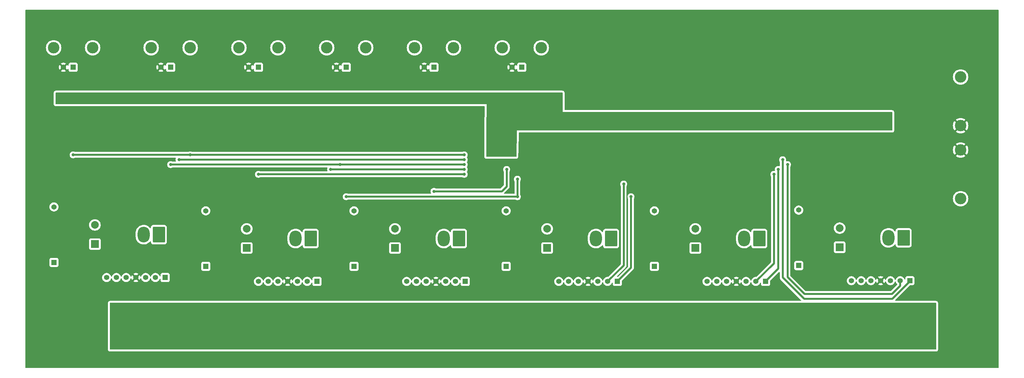
<source format=gbr>
%TF.GenerationSoftware,KiCad,Pcbnew,7.0.9*%
%TF.CreationDate,2023-12-09T12:48:13-06:00*%
%TF.ProjectId,ShutterDriver,53687574-7465-4724-9472-697665722e6b,1*%
%TF.SameCoordinates,Original*%
%TF.FileFunction,Copper,L2,Bot*%
%TF.FilePolarity,Positive*%
%FSLAX46Y46*%
G04 Gerber Fmt 4.6, Leading zero omitted, Abs format (unit mm)*
G04 Created by KiCad (PCBNEW 7.0.9) date 2023-12-09 12:48:13*
%MOMM*%
%LPD*%
G01*
G04 APERTURE LIST*
G04 Aperture macros list*
%AMRoundRect*
0 Rectangle with rounded corners*
0 $1 Rounding radius*
0 $2 $3 $4 $5 $6 $7 $8 $9 X,Y pos of 4 corners*
0 Add a 4 corners polygon primitive as box body*
4,1,4,$2,$3,$4,$5,$6,$7,$8,$9,$2,$3,0*
0 Add four circle primitives for the rounded corners*
1,1,$1+$1,$2,$3*
1,1,$1+$1,$4,$5*
1,1,$1+$1,$6,$7*
1,1,$1+$1,$8,$9*
0 Add four rect primitives between the rounded corners*
20,1,$1+$1,$2,$3,$4,$5,0*
20,1,$1+$1,$4,$5,$6,$7,0*
20,1,$1+$1,$6,$7,$8,$9,0*
20,1,$1+$1,$8,$9,$2,$3,0*%
G04 Aperture macros list end*
%TA.AperFunction,ComponentPad*%
%ADD10R,1.371600X1.371600*%
%TD*%
%TA.AperFunction,ComponentPad*%
%ADD11C,1.371600*%
%TD*%
%TA.AperFunction,ComponentPad*%
%ADD12RoundRect,0.250000X1.330000X1.800000X-1.330000X1.800000X-1.330000X-1.800000X1.330000X-1.800000X0*%
%TD*%
%TA.AperFunction,ComponentPad*%
%ADD13O,3.160000X4.100000*%
%TD*%
%TA.AperFunction,ComponentPad*%
%ADD14C,3.000000*%
%TD*%
%TA.AperFunction,ComponentPad*%
%ADD15R,2.000000X2.000000*%
%TD*%
%TA.AperFunction,ComponentPad*%
%ADD16C,2.000000*%
%TD*%
%TA.AperFunction,ComponentPad*%
%ADD17R,1.398000X1.398000*%
%TD*%
%TA.AperFunction,ComponentPad*%
%ADD18C,1.398000*%
%TD*%
%TA.AperFunction,ComponentPad*%
%ADD19R,1.361948X1.361948*%
%TD*%
%TA.AperFunction,ComponentPad*%
%ADD20C,1.361948*%
%TD*%
%TA.AperFunction,ViaPad*%
%ADD21C,0.800000*%
%TD*%
%TA.AperFunction,Conductor*%
%ADD22C,0.500000*%
%TD*%
G04 APERTURE END LIST*
D10*
%TO.P,R5,1*%
%TO.N,/H_Bridge_Out5*%
X186055000Y-126492000D03*
D11*
%TO.P,R5,2*%
%TO.N,M5_OUT2*%
X186055000Y-112014000D03*
%TD*%
D10*
%TO.P,R2,1*%
%TO.N,/H_Bridge_Out2*%
X69215000Y-126492000D03*
D11*
%TO.P,R2,2*%
%TO.N,M2_OUT2*%
X69215000Y-112014000D03*
%TD*%
D12*
%TO.P,J12,1,Pin_1*%
%TO.N,M6_OUT1*%
X250975000Y-119062500D03*
D13*
%TO.P,J12,2,Pin_2*%
%TO.N,M6_OUT2*%
X247015000Y-119062500D03*
%TD*%
D12*
%TO.P,J8,1,Pin_1*%
%TO.N,M2_OUT1*%
X96543000Y-119253000D03*
D13*
%TO.P,J8,2,Pin_2*%
%TO.N,M2_OUT2*%
X92583000Y-119253000D03*
%TD*%
D10*
%TO.P,R4,1*%
%TO.N,/H_Bridge_Out4*%
X147447000Y-126492000D03*
D11*
%TO.P,R4,2*%
%TO.N,M4_OUT2*%
X147447000Y-112014000D03*
%TD*%
D14*
%TO.P,J14,1,Pin_1*%
%TO.N,GND*%
X265811000Y-96139000D03*
%TD*%
D15*
%TO.P,C5,1*%
%TO.N,/H_Bridge_Out5*%
X196723000Y-121713000D03*
D16*
%TO.P,C5,2*%
%TO.N,M5_OUT2*%
X196723000Y-116713000D03*
%TD*%
D17*
%TO.P,J3,1,In*%
%TO.N,IN3*%
X82931000Y-74549000D03*
D18*
%TO.P,J3,2,Ext*%
%TO.N,GND*%
X80391000Y-74549000D03*
D14*
%TO.P,J3,S1*%
%TO.N,N/C*%
X88011000Y-69469000D03*
%TO.P,J3,S2*%
X77851000Y-69469000D03*
%TD*%
D12*
%TO.P,J7,1,Pin_1*%
%TO.N,M1_OUT1*%
X57000000Y-118237000D03*
D13*
%TO.P,J7,2,Pin_2*%
%TO.N,M1_OUT2*%
X53040000Y-118237000D03*
%TD*%
D15*
%TO.P,C6,1*%
%TO.N,/H_Bridge_Out6*%
X234315000Y-121522500D03*
D16*
%TO.P,C6,2*%
%TO.N,M6_OUT2*%
X234315000Y-116522500D03*
%TD*%
D15*
%TO.P,C3,1*%
%TO.N,/H_Bridge_Out3*%
X118491000Y-121713000D03*
D16*
%TO.P,C3,2*%
%TO.N,M3_OUT2*%
X118491000Y-116713000D03*
%TD*%
D15*
%TO.P,C2,1*%
%TO.N,/H_Bridge_Out2*%
X79883000Y-121713000D03*
D16*
%TO.P,C2,2*%
%TO.N,M2_OUT2*%
X79883000Y-116713000D03*
%TD*%
D19*
%TO.P,U3,1,IN1*%
%TO.N,IN3*%
X136779000Y-130429000D03*
D20*
%TO.P,U3,2,IN2*%
%TO.N,INV_IN3*%
X134239000Y-130429000D03*
%TO.P,U3,3,OUT1*%
%TO.N,M3_OUT1*%
X131699000Y-130429000D03*
%TO.P,U3,4,GND*%
%TO.N,GND*%
X129159000Y-130429000D03*
%TO.P,U3,5,OUT2*%
%TO.N,/H_Bridge_Out3*%
X126619000Y-130429000D03*
%TO.P,U3,6,NC*%
%TO.N,unconnected-(U3-NC-Pad6)*%
X124079000Y-130429000D03*
%TO.P,U3,7,VM*%
%TO.N,10V_3*%
X121539000Y-130429000D03*
%TD*%
D10*
%TO.P,R3,1*%
%TO.N,/H_Bridge_Out3*%
X107823000Y-126492000D03*
D11*
%TO.P,R3,2*%
%TO.N,M3_OUT2*%
X107823000Y-112014000D03*
%TD*%
D17*
%TO.P,J6,1,In*%
%TO.N,IN6*%
X151511000Y-74549000D03*
D18*
%TO.P,J6,2,Ext*%
%TO.N,GND*%
X148971000Y-74549000D03*
D14*
%TO.P,J6,S1*%
%TO.N,N/C*%
X156591000Y-69469000D03*
%TO.P,J6,S2*%
X146431000Y-69469000D03*
%TD*%
D19*
%TO.P,U5,1,IN1*%
%TO.N,IN5*%
X215011000Y-130429000D03*
D20*
%TO.P,U5,2,IN2*%
%TO.N,INV_IN5*%
X212471000Y-130429000D03*
%TO.P,U5,3,OUT1*%
%TO.N,M5_OUT1*%
X209931000Y-130429000D03*
%TO.P,U5,4,GND*%
%TO.N,GND*%
X207391000Y-130429000D03*
%TO.P,U5,5,OUT2*%
%TO.N,/H_Bridge_Out5*%
X204851000Y-130429000D03*
%TO.P,U5,6,NC*%
%TO.N,unconnected-(U5-NC-Pad6)*%
X202311000Y-130429000D03*
%TO.P,U5,7,VM*%
%TO.N,10V_5*%
X199771000Y-130429000D03*
%TD*%
D12*
%TO.P,J11,1,Pin_1*%
%TO.N,M5_OUT1*%
X213383000Y-119253000D03*
D13*
%TO.P,J11,2,Pin_2*%
%TO.N,M5_OUT2*%
X209423000Y-119253000D03*
%TD*%
D10*
%TO.P,R6,1*%
%TO.N,/H_Bridge_Out6*%
X223647000Y-126301500D03*
D11*
%TO.P,R6,2*%
%TO.N,M6_OUT2*%
X223647000Y-111823500D03*
%TD*%
D12*
%TO.P,J10,1,Pin_1*%
%TO.N,M4_OUT1*%
X174775000Y-119253000D03*
D13*
%TO.P,J10,2,Pin_2*%
%TO.N,M4_OUT2*%
X170815000Y-119253000D03*
%TD*%
D19*
%TO.P,U1,1,IN1*%
%TO.N,IN1*%
X58628000Y-129413000D03*
D20*
%TO.P,U1,2,IN2*%
%TO.N,INV_IN1*%
X56088000Y-129413000D03*
%TO.P,U1,3,OUT1*%
%TO.N,M1_OUT1*%
X53548000Y-129413000D03*
%TO.P,U1,4,GND*%
%TO.N,GND*%
X51008000Y-129413000D03*
%TO.P,U1,5,OUT2*%
%TO.N,/H_Bridge_Out1*%
X48468000Y-129413000D03*
%TO.P,U1,6,NC*%
%TO.N,unconnected-(U1-NC-Pad6)*%
X45928000Y-129413000D03*
%TO.P,U1,7,VM*%
%TO.N,10V_1*%
X43388000Y-129413000D03*
%TD*%
D14*
%TO.P,J16,1,Pin_1*%
%TO.N,GND*%
X265811000Y-89789000D03*
%TD*%
%TO.P,J15,1,Pin_1*%
%TO.N,/Power/5V_Raw*%
X265811000Y-77089000D03*
%TD*%
D17*
%TO.P,J1,1,In*%
%TO.N,IN1*%
X34671000Y-74549000D03*
D18*
%TO.P,J1,2,Ext*%
%TO.N,GND*%
X32131000Y-74549000D03*
D14*
%TO.P,J1,S1*%
%TO.N,N/C*%
X39751000Y-69469000D03*
%TO.P,J1,S2*%
X29591000Y-69469000D03*
%TD*%
D17*
%TO.P,J5,1,In*%
%TO.N,IN5*%
X128651000Y-74549000D03*
D18*
%TO.P,J5,2,Ext*%
%TO.N,GND*%
X126111000Y-74549000D03*
D14*
%TO.P,J5,S1*%
%TO.N,N/C*%
X133731000Y-69469000D03*
%TO.P,J5,S2*%
X123571000Y-69469000D03*
%TD*%
%TO.P,J13,1,Pin_1*%
%TO.N,/Power/12V_Raw*%
X265811000Y-108839000D03*
%TD*%
D19*
%TO.P,U4,1,IN1*%
%TO.N,IN4*%
X176403000Y-130429000D03*
D20*
%TO.P,U4,2,IN2*%
%TO.N,INV_IN4*%
X173863000Y-130429000D03*
%TO.P,U4,3,OUT1*%
%TO.N,M4_OUT1*%
X171323000Y-130429000D03*
%TO.P,U4,4,GND*%
%TO.N,GND*%
X168783000Y-130429000D03*
%TO.P,U4,5,OUT2*%
%TO.N,/H_Bridge_Out4*%
X166243000Y-130429000D03*
%TO.P,U4,6,NC*%
%TO.N,unconnected-(U4-NC-Pad6)*%
X163703000Y-130429000D03*
%TO.P,U4,7,VM*%
%TO.N,10V_4*%
X161163000Y-130429000D03*
%TD*%
D15*
%TO.P,C4,1*%
%TO.N,/H_Bridge_Out4*%
X158115000Y-121713000D03*
D16*
%TO.P,C4,2*%
%TO.N,M4_OUT2*%
X158115000Y-116713000D03*
%TD*%
D19*
%TO.P,U6,1,IN1*%
%TO.N,IN6*%
X252603000Y-130238500D03*
D20*
%TO.P,U6,2,IN2*%
%TO.N,INV_IN6*%
X250063000Y-130238500D03*
%TO.P,U6,3,OUT1*%
%TO.N,M6_OUT1*%
X247523000Y-130238500D03*
%TO.P,U6,4,GND*%
%TO.N,GND*%
X244983000Y-130238500D03*
%TO.P,U6,5,OUT2*%
%TO.N,/H_Bridge_Out6*%
X242443000Y-130238500D03*
%TO.P,U6,6,NC*%
%TO.N,unconnected-(U6-NC-Pad6)*%
X239903000Y-130238500D03*
%TO.P,U6,7,VM*%
%TO.N,10V_6*%
X237363000Y-130238500D03*
%TD*%
D17*
%TO.P,J2,1,In*%
%TO.N,IN2*%
X60071000Y-74549000D03*
D18*
%TO.P,J2,2,Ext*%
%TO.N,GND*%
X57531000Y-74549000D03*
D14*
%TO.P,J2,S1*%
%TO.N,N/C*%
X65151000Y-69469000D03*
%TO.P,J2,S2*%
X54991000Y-69469000D03*
%TD*%
D12*
%TO.P,J9,1,Pin_1*%
%TO.N,M3_OUT1*%
X135151000Y-119253000D03*
D13*
%TO.P,J9,2,Pin_2*%
%TO.N,M3_OUT2*%
X131191000Y-119253000D03*
%TD*%
D19*
%TO.P,U2,1,IN1*%
%TO.N,IN2*%
X98171000Y-130429000D03*
D20*
%TO.P,U2,2,IN2*%
%TO.N,INV_IN2*%
X95631000Y-130429000D03*
%TO.P,U2,3,OUT1*%
%TO.N,M2_OUT1*%
X93091000Y-130429000D03*
%TO.P,U2,4,GND*%
%TO.N,GND*%
X90551000Y-130429000D03*
%TO.P,U2,5,OUT2*%
%TO.N,/H_Bridge_Out2*%
X88011000Y-130429000D03*
%TO.P,U2,6,NC*%
%TO.N,unconnected-(U2-NC-Pad6)*%
X85471000Y-130429000D03*
%TO.P,U2,7,VM*%
%TO.N,10V_2*%
X82931000Y-130429000D03*
%TD*%
D15*
%TO.P,C1,1*%
%TO.N,/H_Bridge_Out1*%
X40340000Y-120697000D03*
D16*
%TO.P,C1,2*%
%TO.N,M1_OUT2*%
X40340000Y-115697000D03*
%TD*%
D17*
%TO.P,J4,1,In*%
%TO.N,IN4*%
X105791000Y-74549000D03*
D18*
%TO.P,J4,2,Ext*%
%TO.N,GND*%
X103251000Y-74549000D03*
D14*
%TO.P,J4,S1*%
%TO.N,N/C*%
X110871000Y-69469000D03*
%TO.P,J4,S2*%
X100711000Y-69469000D03*
%TD*%
D10*
%TO.P,R1,1*%
%TO.N,/H_Bridge_Out1*%
X29672000Y-125476000D03*
D11*
%TO.P,R1,2*%
%TO.N,M1_OUT2*%
X29672000Y-110998000D03*
%TD*%
D21*
%TO.N,+5V*%
X245237000Y-90043000D03*
X247269000Y-86995000D03*
X79375000Y-82169000D03*
X247269000Y-90043000D03*
X147955000Y-96647000D03*
X245237000Y-88011000D03*
X246253000Y-89027000D03*
X155321000Y-82677000D03*
X148971000Y-96647000D03*
X102235000Y-82169000D03*
X246253000Y-90043000D03*
X245237000Y-89027000D03*
X246253000Y-88011000D03*
X124841000Y-82169000D03*
X246253000Y-86995000D03*
X247269000Y-88011000D03*
X247269000Y-89027000D03*
X31115000Y-82169000D03*
X245237000Y-86995000D03*
X148971000Y-95631000D03*
X147955000Y-95631000D03*
X56515000Y-82169000D03*
%TO.N,12V_Filtered*%
X204851000Y-138811000D03*
X258191000Y-139319000D03*
X123571000Y-138811000D03*
X84963000Y-138811000D03*
X163195000Y-138811000D03*
X258191000Y-141859000D03*
X201803000Y-138811000D03*
X256286000Y-139319000D03*
X256286000Y-145669000D03*
X241427000Y-138557000D03*
X45339000Y-137795000D03*
X258191000Y-144399000D03*
X203835000Y-138811000D03*
X85979000Y-138811000D03*
X48387000Y-137795000D03*
X166243000Y-138811000D03*
X256286000Y-140589000D03*
X258191000Y-143129000D03*
X46355000Y-137795000D03*
X256286000Y-141859000D03*
X256286000Y-143129000D03*
X126619000Y-138811000D03*
X86995000Y-138811000D03*
X258191000Y-145669000D03*
X125603000Y-138811000D03*
X258191000Y-146939000D03*
X47371000Y-137795000D03*
X124587000Y-138811000D03*
X88011000Y-138811000D03*
X239395000Y-138557000D03*
X165227000Y-138811000D03*
X240411000Y-138557000D03*
X258191000Y-140589000D03*
X256286000Y-146939000D03*
X164211000Y-138811000D03*
X242443000Y-138557000D03*
X256286000Y-144399000D03*
X202819000Y-138811000D03*
%TO.N,IN1*%
X136525000Y-97409000D03*
X34671000Y-97409000D03*
X65151000Y-97409000D03*
%TO.N,IN2*%
X136525000Y-99949000D03*
X60071000Y-99949000D03*
X104140000Y-99949000D03*
%TO.N,IN3*%
X82931000Y-102489000D03*
X136525000Y-102489000D03*
%TO.N,IN4*%
X179959000Y-108331000D03*
X105791000Y-108331000D03*
X150368000Y-103759000D03*
X150368000Y-108331000D03*
%TO.N,IN5*%
X218313000Y-101219000D03*
X128651000Y-106934000D03*
X147574000Y-101219000D03*
%TO.N,IN6*%
X219456000Y-98679000D03*
%TO.N,INV_IN1*%
X136525000Y-98679000D03*
X62230000Y-98679000D03*
%TO.N,INV_IN2*%
X136525000Y-101219000D03*
X101727000Y-101219000D03*
%TO.N,INV_IN4*%
X178054000Y-105029000D03*
%TO.N,INV_IN5*%
X217170000Y-102489000D03*
%TO.N,INV_IN6*%
X220726000Y-99949000D03*
%TD*%
D22*
%TO.N,IN1*%
X65151000Y-97409000D02*
X136525000Y-97409000D01*
X34671000Y-97409000D02*
X65151000Y-97409000D01*
%TO.N,IN2*%
X136525000Y-99949000D02*
X104140000Y-99949000D01*
X104140000Y-99949000D02*
X60071000Y-99949000D01*
%TO.N,IN3*%
X136525000Y-102489000D02*
X82931000Y-102489000D01*
%TO.N,IN4*%
X105791000Y-108331000D02*
X150368000Y-108331000D01*
X150368000Y-103759000D02*
X150368000Y-108331000D01*
X179959000Y-126873000D02*
X179959000Y-108331000D01*
X176403000Y-130429000D02*
X179959000Y-126873000D01*
%TO.N,IN5*%
X147574000Y-105664000D02*
X146304000Y-106934000D01*
X147574000Y-101219000D02*
X147574000Y-105664000D01*
X146304000Y-106934000D02*
X128651000Y-106934000D01*
X218313000Y-101219000D02*
X218313000Y-127127000D01*
X218313000Y-127127000D02*
X215011000Y-130429000D01*
%TO.N,IN6*%
X252603000Y-130238500D02*
X252603000Y-130429000D01*
X219456000Y-129413000D02*
X219456000Y-98679000D01*
X248031000Y-135001000D02*
X225044000Y-135001000D01*
X252603000Y-130429000D02*
X248031000Y-135001000D01*
X225044000Y-135001000D02*
X219456000Y-129413000D01*
%TO.N,INV_IN1*%
X136525000Y-98679000D02*
X62230000Y-98679000D01*
%TO.N,INV_IN2*%
X136525000Y-101219000D02*
X101727000Y-101219000D01*
%TO.N,INV_IN4*%
X178054000Y-126238000D02*
X173863000Y-130429000D01*
X178054000Y-105029000D02*
X178054000Y-126238000D01*
%TO.N,INV_IN5*%
X217170000Y-125730000D02*
X212471000Y-130429000D01*
X217170000Y-102489000D02*
X217170000Y-125730000D01*
%TO.N,INV_IN6*%
X220726000Y-129286000D02*
X225171000Y-133731000D01*
X250063000Y-131572000D02*
X250063000Y-130238500D01*
X247904000Y-133731000D02*
X250063000Y-131572000D01*
X225171000Y-133731000D02*
X247904000Y-133731000D01*
X220726000Y-99949000D02*
X220726000Y-129286000D01*
%TD*%
%TA.AperFunction,Conductor*%
%TO.N,12V_Filtered*%
G36*
X259404039Y-136036685D02*
G01*
X259449794Y-136089489D01*
X259461000Y-136141000D01*
X259461000Y-148085000D01*
X259441315Y-148152039D01*
X259388511Y-148197794D01*
X259337000Y-148209000D01*
X44320000Y-148209000D01*
X44252961Y-148189315D01*
X44207206Y-148136511D01*
X44196000Y-148085000D01*
X44196000Y-136141000D01*
X44215685Y-136073961D01*
X44268489Y-136028206D01*
X44320000Y-136017000D01*
X259337000Y-136017000D01*
X259404039Y-136036685D01*
G37*
%TD.AperFunction*%
%TD*%
%TA.AperFunction,Conductor*%
%TO.N,GND*%
G36*
X275663539Y-59579185D02*
G01*
X275709294Y-59631989D01*
X275720500Y-59683500D01*
X275720500Y-152914500D01*
X275700815Y-152981539D01*
X275648011Y-153027294D01*
X275596500Y-153038500D01*
X22345500Y-153038500D01*
X22278461Y-153018815D01*
X22232706Y-152966011D01*
X22221500Y-152914500D01*
X22221500Y-148085000D01*
X43690500Y-148085000D01*
X43690501Y-148085009D01*
X43702052Y-148192450D01*
X43702054Y-148192462D01*
X43713260Y-148243972D01*
X43747383Y-148346497D01*
X43747386Y-148346503D01*
X43825171Y-148467537D01*
X43825179Y-148467548D01*
X43870923Y-148520340D01*
X43870926Y-148520343D01*
X43870930Y-148520347D01*
X43979664Y-148614567D01*
X43979667Y-148614568D01*
X43979668Y-148614569D01*
X44073925Y-148657616D01*
X44110541Y-148674338D01*
X44155357Y-148687497D01*
X44177575Y-148694022D01*
X44177580Y-148694023D01*
X44177584Y-148694024D01*
X44320000Y-148714500D01*
X44320003Y-148714500D01*
X259336990Y-148714500D01*
X259337000Y-148714500D01*
X259444456Y-148702947D01*
X259495967Y-148691741D01*
X259530197Y-148680347D01*
X259598497Y-148657616D01*
X259598501Y-148657613D01*
X259598504Y-148657613D01*
X259719543Y-148579825D01*
X259772347Y-148534070D01*
X259866567Y-148425336D01*
X259926338Y-148294459D01*
X259946023Y-148227420D01*
X259946024Y-148227416D01*
X259966500Y-148085000D01*
X259966500Y-136141000D01*
X259954947Y-136033544D01*
X259943741Y-135982033D01*
X259943637Y-135981722D01*
X259909616Y-135879502D01*
X259909613Y-135879496D01*
X259831828Y-135758462D01*
X259831825Y-135758457D01*
X259831820Y-135758451D01*
X259786076Y-135705659D01*
X259786072Y-135705656D01*
X259786070Y-135705653D01*
X259677336Y-135611433D01*
X259677333Y-135611431D01*
X259677331Y-135611430D01*
X259546465Y-135551664D01*
X259546460Y-135551662D01*
X259546459Y-135551662D01*
X259523858Y-135545025D01*
X259479425Y-135531978D01*
X259479419Y-135531976D01*
X259393966Y-135519690D01*
X259337000Y-135511500D01*
X259336998Y-135511500D01*
X248881230Y-135511500D01*
X248814191Y-135491815D01*
X248768436Y-135439011D01*
X248758492Y-135369853D01*
X248787517Y-135306297D01*
X248793549Y-135299819D01*
X252637074Y-131456292D01*
X252698397Y-131422807D01*
X252724755Y-131419973D01*
X253331845Y-131419973D01*
X253331846Y-131419973D01*
X253391457Y-131413565D01*
X253526305Y-131363270D01*
X253641520Y-131277020D01*
X253727770Y-131161805D01*
X253778065Y-131026957D01*
X253784474Y-130967347D01*
X253784473Y-129509654D01*
X253778065Y-129450043D01*
X253777478Y-129448470D01*
X253727771Y-129315197D01*
X253727767Y-129315190D01*
X253641521Y-129199981D01*
X253641518Y-129199978D01*
X253526309Y-129113732D01*
X253526302Y-129113728D01*
X253391456Y-129063434D01*
X253391457Y-129063434D01*
X253331857Y-129057027D01*
X253331855Y-129057026D01*
X253331847Y-129057026D01*
X253331838Y-129057026D01*
X251874155Y-129057026D01*
X251874149Y-129057027D01*
X251814542Y-129063434D01*
X251679697Y-129113728D01*
X251679690Y-129113732D01*
X251564481Y-129199978D01*
X251564478Y-129199981D01*
X251478232Y-129315190D01*
X251478228Y-129315197D01*
X251427934Y-129450043D01*
X251421951Y-129505697D01*
X251421527Y-129509649D01*
X251421526Y-129509661D01*
X251421526Y-129807034D01*
X251401841Y-129874073D01*
X251349037Y-129919828D01*
X251279879Y-129929772D01*
X251216323Y-129900747D01*
X251178549Y-129841969D01*
X251178260Y-129840969D01*
X251169413Y-129809876D01*
X251169411Y-129809872D01*
X251134058Y-129738874D01*
X251071813Y-129613869D01*
X250992683Y-129509084D01*
X250939859Y-129439133D01*
X250778048Y-129291624D01*
X250778046Y-129291622D01*
X250591888Y-129176358D01*
X250591882Y-129176355D01*
X250485808Y-129135262D01*
X250387711Y-129097259D01*
X250172480Y-129057026D01*
X249953520Y-129057026D01*
X249738289Y-129097259D01*
X249695778Y-129113728D01*
X249534117Y-129176355D01*
X249534111Y-129176358D01*
X249347953Y-129291622D01*
X249347951Y-129291624D01*
X249186140Y-129439133D01*
X249054187Y-129613868D01*
X248956588Y-129809872D01*
X248956585Y-129809878D01*
X248912266Y-129965648D01*
X248874987Y-130024741D01*
X248811678Y-130054299D01*
X248742438Y-130044937D01*
X248689252Y-129999628D01*
X248673734Y-129965648D01*
X248629414Y-129809878D01*
X248629411Y-129809872D01*
X248594058Y-129738874D01*
X248531813Y-129613869D01*
X248452683Y-129509084D01*
X248399859Y-129439133D01*
X248238048Y-129291624D01*
X248238046Y-129291622D01*
X248051888Y-129176358D01*
X248051882Y-129176355D01*
X247945808Y-129135262D01*
X247847711Y-129097259D01*
X247632480Y-129057026D01*
X247413520Y-129057026D01*
X247198289Y-129097259D01*
X247155778Y-129113728D01*
X246994117Y-129176355D01*
X246994111Y-129176358D01*
X246807953Y-129291622D01*
X246807951Y-129291624D01*
X246646140Y-129439133D01*
X246514187Y-129613868D01*
X246416588Y-129809872D01*
X246416585Y-129809878D01*
X246372005Y-129966563D01*
X246334726Y-130025657D01*
X246271416Y-130055214D01*
X246202177Y-130045852D01*
X246148990Y-130000542D01*
X246133473Y-129966563D01*
X246088944Y-129810059D01*
X246088938Y-129810044D01*
X245991386Y-129614136D01*
X245991384Y-129614133D01*
X245978275Y-129596775D01*
X245405969Y-130169082D01*
X245403971Y-130142416D01*
X245356947Y-130022602D01*
X245276697Y-129921970D01*
X245170350Y-129849464D01*
X245054283Y-129813662D01*
X245622506Y-129245439D01*
X245622505Y-129245438D01*
X245511663Y-129176809D01*
X245511657Y-129176806D01*
X245307570Y-129097743D01*
X245092431Y-129057526D01*
X244873569Y-129057526D01*
X244658429Y-129097743D01*
X244658428Y-129097743D01*
X244454342Y-129176806D01*
X244454339Y-129176807D01*
X244343492Y-129245439D01*
X244915005Y-129816951D01*
X244855726Y-129825887D01*
X244739760Y-129881733D01*
X244645408Y-129969279D01*
X244581052Y-130080747D01*
X244560729Y-130169782D01*
X243987722Y-129596775D01*
X243974618Y-129614127D01*
X243974610Y-129614140D01*
X243877061Y-129810044D01*
X243877056Y-129810057D01*
X243832526Y-129966564D01*
X243795247Y-130025657D01*
X243731937Y-130055214D01*
X243662697Y-130045852D01*
X243609511Y-130000542D01*
X243593994Y-129966567D01*
X243549412Y-129809874D01*
X243451813Y-129613869D01*
X243372683Y-129509084D01*
X243319859Y-129439133D01*
X243158048Y-129291624D01*
X243158046Y-129291622D01*
X242971888Y-129176358D01*
X242971882Y-129176355D01*
X242865808Y-129135262D01*
X242767711Y-129097259D01*
X242552480Y-129057026D01*
X242333520Y-129057026D01*
X242118289Y-129097259D01*
X242075778Y-129113728D01*
X241914117Y-129176355D01*
X241914111Y-129176358D01*
X241727953Y-129291622D01*
X241727951Y-129291624D01*
X241566140Y-129439133D01*
X241434187Y-129613868D01*
X241336588Y-129809872D01*
X241336585Y-129809878D01*
X241292266Y-129965648D01*
X241254987Y-130024741D01*
X241191678Y-130054299D01*
X241122438Y-130044937D01*
X241069252Y-129999628D01*
X241053734Y-129965648D01*
X241009414Y-129809878D01*
X241009411Y-129809872D01*
X240974058Y-129738874D01*
X240911813Y-129613869D01*
X240832683Y-129509084D01*
X240779859Y-129439133D01*
X240618048Y-129291624D01*
X240618046Y-129291622D01*
X240431888Y-129176358D01*
X240431882Y-129176355D01*
X240325808Y-129135262D01*
X240227711Y-129097259D01*
X240012480Y-129057026D01*
X239793520Y-129057026D01*
X239578289Y-129097259D01*
X239535778Y-129113728D01*
X239374117Y-129176355D01*
X239374111Y-129176358D01*
X239187953Y-129291622D01*
X239187951Y-129291624D01*
X239026140Y-129439133D01*
X238894187Y-129613868D01*
X238796588Y-129809872D01*
X238796585Y-129809878D01*
X238752266Y-129965648D01*
X238714987Y-130024741D01*
X238651678Y-130054299D01*
X238582438Y-130044937D01*
X238529252Y-129999628D01*
X238513734Y-129965648D01*
X238469414Y-129809878D01*
X238469411Y-129809872D01*
X238434058Y-129738874D01*
X238371813Y-129613869D01*
X238292683Y-129509084D01*
X238239859Y-129439133D01*
X238078048Y-129291624D01*
X238078046Y-129291622D01*
X237891888Y-129176358D01*
X237891882Y-129176355D01*
X237785808Y-129135262D01*
X237687711Y-129097259D01*
X237472480Y-129057026D01*
X237253520Y-129057026D01*
X237038289Y-129097259D01*
X236995778Y-129113728D01*
X236834117Y-129176355D01*
X236834111Y-129176358D01*
X236647953Y-129291622D01*
X236647951Y-129291624D01*
X236486140Y-129439133D01*
X236354187Y-129613868D01*
X236256589Y-129809870D01*
X236233941Y-129889469D01*
X236202339Y-130000542D01*
X236196666Y-130020479D01*
X236176464Y-130238499D01*
X236176464Y-130238500D01*
X236196666Y-130456520D01*
X236196666Y-130456522D01*
X236196667Y-130456525D01*
X236250869Y-130647025D01*
X236256589Y-130667129D01*
X236354187Y-130863131D01*
X236486140Y-131037866D01*
X236647951Y-131185375D01*
X236647953Y-131185377D01*
X236834111Y-131300641D01*
X236834117Y-131300644D01*
X236862628Y-131311689D01*
X237038289Y-131379741D01*
X237253520Y-131419974D01*
X237253523Y-131419974D01*
X237472477Y-131419974D01*
X237472480Y-131419974D01*
X237687711Y-131379741D01*
X237891885Y-131300643D01*
X238078048Y-131185376D01*
X238222859Y-131053363D01*
X238239859Y-131037866D01*
X238239861Y-131037864D01*
X238371813Y-130863131D01*
X238469412Y-130667126D01*
X238513734Y-130511348D01*
X238551013Y-130452258D01*
X238614322Y-130422700D01*
X238683562Y-130432062D01*
X238736748Y-130477371D01*
X238752265Y-130511346D01*
X238790869Y-130647025D01*
X238796589Y-130667129D01*
X238894187Y-130863131D01*
X239026140Y-131037866D01*
X239187951Y-131185375D01*
X239187953Y-131185377D01*
X239374111Y-131300641D01*
X239374117Y-131300644D01*
X239402628Y-131311689D01*
X239578289Y-131379741D01*
X239793520Y-131419974D01*
X239793523Y-131419974D01*
X240012477Y-131419974D01*
X240012480Y-131419974D01*
X240227711Y-131379741D01*
X240431885Y-131300643D01*
X240618048Y-131185376D01*
X240762859Y-131053363D01*
X240779859Y-131037866D01*
X240779861Y-131037864D01*
X240911813Y-130863131D01*
X241009412Y-130667126D01*
X241053734Y-130511348D01*
X241091013Y-130452258D01*
X241154322Y-130422700D01*
X241223562Y-130432062D01*
X241276748Y-130477371D01*
X241292265Y-130511346D01*
X241330869Y-130647025D01*
X241336589Y-130667129D01*
X241434187Y-130863131D01*
X241566140Y-131037866D01*
X241727951Y-131185375D01*
X241727953Y-131185377D01*
X241914111Y-131300641D01*
X241914117Y-131300644D01*
X241942628Y-131311689D01*
X242118289Y-131379741D01*
X242333520Y-131419974D01*
X242333523Y-131419974D01*
X242552477Y-131419974D01*
X242552480Y-131419974D01*
X242767711Y-131379741D01*
X242971885Y-131300643D01*
X243158048Y-131185376D01*
X243302859Y-131053363D01*
X243319859Y-131037866D01*
X243319861Y-131037864D01*
X243451813Y-130863131D01*
X243549412Y-130667126D01*
X243593994Y-130510433D01*
X243631272Y-130451343D01*
X243694582Y-130421785D01*
X243763822Y-130431147D01*
X243817008Y-130476456D01*
X243832526Y-130510435D01*
X243877056Y-130666942D01*
X243877061Y-130666955D01*
X243974610Y-130862860D01*
X243974612Y-130862862D01*
X243987722Y-130880222D01*
X244560030Y-130307915D01*
X244562029Y-130334584D01*
X244609053Y-130454398D01*
X244689303Y-130555030D01*
X244795650Y-130627536D01*
X244911715Y-130663336D01*
X244343492Y-131231559D01*
X244343493Y-131231560D01*
X244454336Y-131300191D01*
X244454342Y-131300193D01*
X244658429Y-131379256D01*
X244873569Y-131419474D01*
X245092431Y-131419474D01*
X245307570Y-131379256D01*
X245307571Y-131379256D01*
X245511657Y-131300193D01*
X245511658Y-131300193D01*
X245622506Y-131231559D01*
X245050995Y-130660048D01*
X245110274Y-130651113D01*
X245226240Y-130595267D01*
X245320592Y-130507721D01*
X245384948Y-130396253D01*
X245405270Y-130307217D01*
X245978276Y-130880222D01*
X245978277Y-130880222D01*
X245991384Y-130862868D01*
X245991386Y-130862863D01*
X246088938Y-130666955D01*
X246088944Y-130666940D01*
X246133473Y-130510436D01*
X246170752Y-130451343D01*
X246234061Y-130421785D01*
X246303301Y-130431147D01*
X246356487Y-130476456D01*
X246372005Y-130510436D01*
X246416585Y-130667121D01*
X246416588Y-130667127D01*
X246514187Y-130863131D01*
X246646140Y-131037866D01*
X246807951Y-131185375D01*
X246807953Y-131185377D01*
X246994111Y-131300641D01*
X246994117Y-131300644D01*
X247022628Y-131311689D01*
X247198289Y-131379741D01*
X247413520Y-131419974D01*
X247413523Y-131419974D01*
X247632477Y-131419974D01*
X247632480Y-131419974D01*
X247847711Y-131379741D01*
X248051885Y-131300643D01*
X248238048Y-131185376D01*
X248382859Y-131053363D01*
X248399859Y-131037866D01*
X248399861Y-131037864D01*
X248531813Y-130863131D01*
X248629412Y-130667126D01*
X248673734Y-130511348D01*
X248711013Y-130452258D01*
X248774322Y-130422700D01*
X248843562Y-130432062D01*
X248896748Y-130477371D01*
X248912265Y-130511346D01*
X248950869Y-130647025D01*
X248956589Y-130667129D01*
X248996479Y-130747238D01*
X249054187Y-130863131D01*
X249186139Y-131037864D01*
X249272039Y-131116172D01*
X249308319Y-131175882D01*
X249312500Y-131207808D01*
X249312500Y-131209770D01*
X249292815Y-131276809D01*
X249276181Y-131297451D01*
X247629451Y-132944181D01*
X247568128Y-132977666D01*
X247541770Y-132980500D01*
X225533230Y-132980500D01*
X225466191Y-132960815D01*
X225445549Y-132944181D01*
X221512819Y-129011451D01*
X221479334Y-128950128D01*
X221476500Y-128923770D01*
X221476500Y-127035170D01*
X222460700Y-127035170D01*
X222460701Y-127035176D01*
X222467108Y-127094783D01*
X222517402Y-127229628D01*
X222517406Y-127229635D01*
X222603652Y-127344844D01*
X222603655Y-127344847D01*
X222718864Y-127431093D01*
X222718871Y-127431097D01*
X222853717Y-127481391D01*
X222853716Y-127481391D01*
X222860644Y-127482135D01*
X222913327Y-127487800D01*
X224380672Y-127487799D01*
X224440283Y-127481391D01*
X224575131Y-127431096D01*
X224690346Y-127344846D01*
X224776596Y-127229631D01*
X224826891Y-127094783D01*
X224833300Y-127035173D01*
X224833299Y-125567828D01*
X224826891Y-125508217D01*
X224807210Y-125455450D01*
X224776597Y-125373371D01*
X224776593Y-125373364D01*
X224690347Y-125258155D01*
X224690344Y-125258152D01*
X224575135Y-125171906D01*
X224575128Y-125171902D01*
X224440282Y-125121608D01*
X224440283Y-125121608D01*
X224380683Y-125115201D01*
X224380681Y-125115200D01*
X224380673Y-125115200D01*
X224380664Y-125115200D01*
X222913329Y-125115200D01*
X222913323Y-125115201D01*
X222853716Y-125121608D01*
X222718871Y-125171902D01*
X222718864Y-125171906D01*
X222603655Y-125258152D01*
X222603652Y-125258155D01*
X222517406Y-125373364D01*
X222517402Y-125373371D01*
X222467108Y-125508217D01*
X222461125Y-125563871D01*
X222460701Y-125567823D01*
X222460700Y-125567835D01*
X222460700Y-127035170D01*
X221476500Y-127035170D01*
X221476500Y-122570370D01*
X232814500Y-122570370D01*
X232814501Y-122570376D01*
X232820908Y-122629983D01*
X232871202Y-122764828D01*
X232871206Y-122764835D01*
X232957452Y-122880044D01*
X232957455Y-122880047D01*
X233072664Y-122966293D01*
X233072671Y-122966297D01*
X233207517Y-123016591D01*
X233207516Y-123016591D01*
X233214444Y-123017335D01*
X233267127Y-123023000D01*
X235362872Y-123022999D01*
X235422483Y-123016591D01*
X235557331Y-122966296D01*
X235672546Y-122880046D01*
X235758796Y-122764831D01*
X235809091Y-122629983D01*
X235815500Y-122570373D01*
X235815499Y-120474628D01*
X235809091Y-120415017D01*
X235796322Y-120380782D01*
X235758797Y-120280171D01*
X235758793Y-120280164D01*
X235672547Y-120164955D01*
X235672544Y-120164952D01*
X235557335Y-120078706D01*
X235557328Y-120078702D01*
X235422482Y-120028408D01*
X235422483Y-120028408D01*
X235362883Y-120022001D01*
X235362881Y-120022000D01*
X235362873Y-120022000D01*
X235362864Y-120022000D01*
X233267129Y-120022000D01*
X233267123Y-120022001D01*
X233207516Y-120028408D01*
X233072671Y-120078702D01*
X233072664Y-120078706D01*
X232957455Y-120164952D01*
X232957452Y-120164955D01*
X232871206Y-120280164D01*
X232871202Y-120280171D01*
X232820908Y-120415017D01*
X232814925Y-120470671D01*
X232814501Y-120474623D01*
X232814500Y-120474635D01*
X232814500Y-122570370D01*
X221476500Y-122570370D01*
X221476500Y-119605148D01*
X244934500Y-119605148D01*
X244949716Y-119822755D01*
X244949718Y-119822766D01*
X245010210Y-120107357D01*
X245010212Y-120107365D01*
X245100829Y-120356334D01*
X245109728Y-120380782D01*
X245159631Y-120474635D01*
X245246324Y-120637683D01*
X245246327Y-120637687D01*
X245246328Y-120637689D01*
X245266269Y-120665135D01*
X245417347Y-120873077D01*
X245417352Y-120873084D01*
X245483961Y-120942060D01*
X245619475Y-121082388D01*
X245848758Y-121261524D01*
X246100742Y-121407007D01*
X246370520Y-121516004D01*
X246652843Y-121586395D01*
X246942214Y-121616810D01*
X247233002Y-121606655D01*
X247519547Y-121556129D01*
X247796272Y-121466216D01*
X247988754Y-121372336D01*
X248057782Y-121338669D01*
X248057782Y-121338668D01*
X248057790Y-121338665D01*
X248299011Y-121175959D01*
X248515241Y-120981266D01*
X248675512Y-120790261D01*
X248733681Y-120751560D01*
X248803542Y-120750451D01*
X248862912Y-120787288D01*
X248892942Y-120850375D01*
X248894500Y-120869965D01*
X248894500Y-120912499D01*
X248894501Y-120912519D01*
X248905000Y-121015296D01*
X248905001Y-121015299D01*
X248934066Y-121103009D01*
X248960186Y-121181834D01*
X249052288Y-121331156D01*
X249176344Y-121455212D01*
X249325666Y-121547314D01*
X249492203Y-121602499D01*
X249594991Y-121613000D01*
X252355008Y-121612999D01*
X252457797Y-121602499D01*
X252624334Y-121547314D01*
X252773656Y-121455212D01*
X252897712Y-121331156D01*
X252989814Y-121181834D01*
X253044999Y-121015297D01*
X253055500Y-120912509D01*
X253055499Y-117212492D01*
X253044999Y-117109703D01*
X252989814Y-116943166D01*
X252897712Y-116793844D01*
X252773656Y-116669788D01*
X252624334Y-116577686D01*
X252457797Y-116522501D01*
X252457795Y-116522500D01*
X252355010Y-116512000D01*
X249594998Y-116512000D01*
X249594981Y-116512001D01*
X249492203Y-116522500D01*
X249492200Y-116522501D01*
X249325668Y-116577685D01*
X249325663Y-116577687D01*
X249176342Y-116669789D01*
X249052289Y-116793842D01*
X248960187Y-116943163D01*
X248960185Y-116943168D01*
X248946541Y-116984344D01*
X248905001Y-117109703D01*
X248905001Y-117109704D01*
X248905000Y-117109704D01*
X248894500Y-117212483D01*
X248894500Y-117258219D01*
X248874815Y-117325258D01*
X248822011Y-117371013D01*
X248752853Y-117380957D01*
X248689297Y-117351932D01*
X248670182Y-117331104D01*
X248612653Y-117251922D01*
X248612647Y-117251915D01*
X248410526Y-117042613D01*
X248335945Y-116984344D01*
X248181242Y-116863476D01*
X248175720Y-116860288D01*
X247929262Y-116717995D01*
X247929251Y-116717990D01*
X247659481Y-116608996D01*
X247498547Y-116568871D01*
X247377157Y-116538605D01*
X247087786Y-116508190D01*
X247087784Y-116508190D01*
X247087774Y-116508189D01*
X246797001Y-116518344D01*
X246796996Y-116518345D01*
X246510452Y-116568871D01*
X246510451Y-116568871D01*
X246233723Y-116658785D01*
X245972217Y-116786330D01*
X245972210Y-116786335D01*
X245730987Y-116949042D01*
X245730981Y-116949047D01*
X245514763Y-117143729D01*
X245514757Y-117143735D01*
X245327730Y-117366626D01*
X245173545Y-117613372D01*
X245055196Y-117879189D01*
X245055192Y-117879200D01*
X244974995Y-118158880D01*
X244974993Y-118158888D01*
X244934500Y-118447014D01*
X244934500Y-119605148D01*
X221476500Y-119605148D01*
X221476500Y-116522505D01*
X232809357Y-116522505D01*
X232829890Y-116770312D01*
X232829892Y-116770324D01*
X232890936Y-117011381D01*
X232990826Y-117239106D01*
X233126833Y-117447282D01*
X233126836Y-117447285D01*
X233295256Y-117630238D01*
X233491491Y-117782974D01*
X233491493Y-117782975D01*
X233682324Y-117886248D01*
X233710190Y-117901328D01*
X233945386Y-117982071D01*
X234190665Y-118023000D01*
X234439335Y-118023000D01*
X234684614Y-117982071D01*
X234919810Y-117901328D01*
X235138509Y-117782974D01*
X235334744Y-117630238D01*
X235503164Y-117447285D01*
X235639173Y-117239107D01*
X235739063Y-117011381D01*
X235800108Y-116770321D01*
X235800285Y-116768185D01*
X235820643Y-116522505D01*
X235820643Y-116522494D01*
X235800109Y-116274687D01*
X235800107Y-116274675D01*
X235739063Y-116033618D01*
X235639173Y-115805893D01*
X235503166Y-115597717D01*
X235481557Y-115574244D01*
X235334744Y-115414762D01*
X235138509Y-115262026D01*
X235138507Y-115262025D01*
X235138506Y-115262024D01*
X234919811Y-115143672D01*
X234919802Y-115143669D01*
X234684616Y-115062929D01*
X234439335Y-115022000D01*
X234190665Y-115022000D01*
X233945383Y-115062929D01*
X233710197Y-115143669D01*
X233710188Y-115143672D01*
X233491493Y-115262024D01*
X233295257Y-115414761D01*
X233126833Y-115597717D01*
X232990826Y-115805893D01*
X232890936Y-116033618D01*
X232829892Y-116274675D01*
X232829890Y-116274687D01*
X232809357Y-116522494D01*
X232809357Y-116522505D01*
X221476500Y-116522505D01*
X221476500Y-111823500D01*
X222455618Y-111823500D01*
X222475903Y-112042413D01*
X222536069Y-112253879D01*
X222634063Y-112450676D01*
X222634068Y-112450684D01*
X222700312Y-112538405D01*
X222766558Y-112626129D01*
X222929032Y-112774243D01*
X223115955Y-112889981D01*
X223320963Y-112969402D01*
X223537073Y-113009800D01*
X223537075Y-113009800D01*
X223756925Y-113009800D01*
X223756927Y-113009800D01*
X223973037Y-112969402D01*
X224178045Y-112889981D01*
X224364968Y-112774243D01*
X224527442Y-112626129D01*
X224659933Y-112450682D01*
X224757931Y-112253877D01*
X224818096Y-112042416D01*
X224838382Y-111823500D01*
X224818096Y-111604584D01*
X224757931Y-111393123D01*
X224754794Y-111386823D01*
X224659936Y-111196323D01*
X224659931Y-111196315D01*
X224559448Y-111063254D01*
X224527442Y-111020871D01*
X224364968Y-110872757D01*
X224292199Y-110827700D01*
X224178046Y-110757019D01*
X224178044Y-110757018D01*
X224107282Y-110729605D01*
X223973037Y-110677598D01*
X223756927Y-110637200D01*
X223537073Y-110637200D01*
X223320963Y-110677598D01*
X223263719Y-110699774D01*
X223115955Y-110757018D01*
X223115953Y-110757019D01*
X222929036Y-110872754D01*
X222929034Y-110872755D01*
X222929032Y-110872757D01*
X222766558Y-111020871D01*
X222766557Y-111020872D01*
X222634068Y-111196315D01*
X222634063Y-111196323D01*
X222536069Y-111393120D01*
X222475903Y-111604586D01*
X222455618Y-111823500D01*
X221476500Y-111823500D01*
X221476500Y-108839001D01*
X263805390Y-108839001D01*
X263825804Y-109124433D01*
X263886628Y-109404037D01*
X263986635Y-109672166D01*
X264123770Y-109923309D01*
X264123775Y-109923317D01*
X264295254Y-110152387D01*
X264295270Y-110152405D01*
X264497594Y-110354729D01*
X264497612Y-110354745D01*
X264726682Y-110526224D01*
X264726690Y-110526229D01*
X264977833Y-110663364D01*
X264977832Y-110663364D01*
X264977836Y-110663365D01*
X264977839Y-110663367D01*
X265245954Y-110763369D01*
X265245960Y-110763370D01*
X265245962Y-110763371D01*
X265525566Y-110824195D01*
X265525568Y-110824195D01*
X265525572Y-110824196D01*
X265779220Y-110842337D01*
X265810999Y-110844610D01*
X265811000Y-110844610D01*
X265811001Y-110844610D01*
X265839595Y-110842564D01*
X266096428Y-110824196D01*
X266376046Y-110763369D01*
X266644161Y-110663367D01*
X266895315Y-110526226D01*
X267124395Y-110354739D01*
X267326739Y-110152395D01*
X267498226Y-109923315D01*
X267635367Y-109672161D01*
X267735369Y-109404046D01*
X267796196Y-109124428D01*
X267816610Y-108839000D01*
X267796196Y-108553572D01*
X267735369Y-108273954D01*
X267635367Y-108005839D01*
X267611823Y-107962722D01*
X267498229Y-107754690D01*
X267498224Y-107754682D01*
X267326745Y-107525612D01*
X267326729Y-107525594D01*
X267124405Y-107323270D01*
X267124387Y-107323254D01*
X266895317Y-107151775D01*
X266895309Y-107151770D01*
X266644166Y-107014635D01*
X266644167Y-107014635D01*
X266427976Y-106934000D01*
X266376046Y-106914631D01*
X266376043Y-106914630D01*
X266376037Y-106914628D01*
X266096433Y-106853804D01*
X265811001Y-106833390D01*
X265810999Y-106833390D01*
X265525566Y-106853804D01*
X265245962Y-106914628D01*
X264977833Y-107014635D01*
X264726690Y-107151770D01*
X264726682Y-107151775D01*
X264497612Y-107323254D01*
X264497594Y-107323270D01*
X264295270Y-107525594D01*
X264295254Y-107525612D01*
X264123775Y-107754682D01*
X264123770Y-107754690D01*
X263986635Y-108005833D01*
X263886628Y-108273962D01*
X263825804Y-108553566D01*
X263805390Y-108838998D01*
X263805390Y-108839001D01*
X221476500Y-108839001D01*
X221476500Y-100483321D01*
X221493113Y-100421321D01*
X221553179Y-100317284D01*
X221611674Y-100137256D01*
X221631460Y-99949000D01*
X221611674Y-99760744D01*
X221553179Y-99580716D01*
X221458533Y-99416784D01*
X221331871Y-99276112D01*
X221331870Y-99276111D01*
X221178734Y-99164851D01*
X221178729Y-99164848D01*
X221005807Y-99087857D01*
X221005802Y-99087855D01*
X220860001Y-99056865D01*
X220820646Y-99048500D01*
X220631354Y-99048500D01*
X220517148Y-99072774D01*
X220467004Y-99083433D01*
X220397337Y-99078116D01*
X220341604Y-99035978D01*
X220317499Y-98970398D01*
X220323294Y-98923822D01*
X220341674Y-98867256D01*
X220361460Y-98679000D01*
X220341674Y-98490744D01*
X220283179Y-98310716D01*
X220188533Y-98146784D01*
X220061871Y-98006112D01*
X220061870Y-98006111D01*
X219908734Y-97894851D01*
X219908729Y-97894848D01*
X219735807Y-97817857D01*
X219735802Y-97817855D01*
X219590001Y-97786865D01*
X219550646Y-97778500D01*
X219361354Y-97778500D01*
X219328897Y-97785398D01*
X219176197Y-97817855D01*
X219176192Y-97817857D01*
X219003270Y-97894848D01*
X219003265Y-97894851D01*
X218850129Y-98006111D01*
X218723466Y-98146785D01*
X218628821Y-98310715D01*
X218628818Y-98310722D01*
X218570327Y-98490740D01*
X218570326Y-98490744D01*
X218550540Y-98679000D01*
X218570326Y-98867256D01*
X218570327Y-98867259D01*
X218628818Y-99047277D01*
X218628821Y-99047284D01*
X218688887Y-99151321D01*
X218705500Y-99213321D01*
X218705500Y-100228683D01*
X218685815Y-100295722D01*
X218633011Y-100341477D01*
X218563853Y-100351421D01*
X218555720Y-100349973D01*
X218407647Y-100318500D01*
X218407646Y-100318500D01*
X218218354Y-100318500D01*
X218185897Y-100325398D01*
X218033197Y-100357855D01*
X218033192Y-100357857D01*
X217860270Y-100434848D01*
X217860265Y-100434851D01*
X217707129Y-100546111D01*
X217580466Y-100686785D01*
X217485821Y-100850715D01*
X217485818Y-100850722D01*
X217427327Y-101030740D01*
X217427326Y-101030744D01*
X217407540Y-101219000D01*
X217427326Y-101407258D01*
X217436285Y-101434830D01*
X217438279Y-101504671D01*
X217402197Y-101564503D01*
X217339495Y-101595330D01*
X217292573Y-101594436D01*
X217264646Y-101588500D01*
X217075354Y-101588500D01*
X217047427Y-101594436D01*
X216890197Y-101627855D01*
X216890192Y-101627857D01*
X216717270Y-101704848D01*
X216717265Y-101704851D01*
X216564129Y-101816111D01*
X216437466Y-101956785D01*
X216342821Y-102120715D01*
X216342818Y-102120722D01*
X216284327Y-102300740D01*
X216284326Y-102300744D01*
X216264540Y-102489000D01*
X216284326Y-102677256D01*
X216284327Y-102677259D01*
X216342818Y-102857277D01*
X216342821Y-102857284D01*
X216402887Y-102961321D01*
X216419500Y-103023321D01*
X216419500Y-125367769D01*
X216399815Y-125434808D01*
X216383181Y-125455450D01*
X212627424Y-129211207D01*
X212566101Y-129244692D01*
X212539743Y-129247526D01*
X212361520Y-129247526D01*
X212146289Y-129287759D01*
X212103778Y-129304228D01*
X211942117Y-129366855D01*
X211942111Y-129366858D01*
X211755953Y-129482122D01*
X211755951Y-129482124D01*
X211594140Y-129629633D01*
X211462187Y-129804368D01*
X211364588Y-130000372D01*
X211364585Y-130000378D01*
X211320266Y-130156148D01*
X211282987Y-130215241D01*
X211219678Y-130244799D01*
X211150438Y-130235437D01*
X211097252Y-130190128D01*
X211081734Y-130156148D01*
X211037414Y-130000378D01*
X211037411Y-130000372D01*
X211035998Y-129997535D01*
X210939813Y-129804369D01*
X210807861Y-129629636D01*
X210807859Y-129629633D01*
X210646048Y-129482124D01*
X210646046Y-129482122D01*
X210459888Y-129366858D01*
X210459882Y-129366855D01*
X210326536Y-129315197D01*
X210255711Y-129287759D01*
X210040480Y-129247526D01*
X209821520Y-129247526D01*
X209606289Y-129287759D01*
X209563778Y-129304228D01*
X209402117Y-129366855D01*
X209402111Y-129366858D01*
X209215953Y-129482122D01*
X209215951Y-129482124D01*
X209054140Y-129629633D01*
X208922187Y-129804368D01*
X208824588Y-130000372D01*
X208824585Y-130000378D01*
X208780005Y-130157063D01*
X208742726Y-130216157D01*
X208679416Y-130245714D01*
X208610177Y-130236352D01*
X208556990Y-130191042D01*
X208541473Y-130157063D01*
X208496944Y-130000559D01*
X208496937Y-130000542D01*
X208399386Y-129804636D01*
X208399384Y-129804633D01*
X208386275Y-129787275D01*
X207813969Y-130359582D01*
X207811971Y-130332916D01*
X207764947Y-130213102D01*
X207684697Y-130112470D01*
X207578350Y-130039964D01*
X207462283Y-130004162D01*
X208030506Y-129435939D01*
X208030505Y-129435938D01*
X207919663Y-129367309D01*
X207919657Y-129367306D01*
X207715570Y-129288243D01*
X207500431Y-129248026D01*
X207281569Y-129248026D01*
X207066429Y-129288243D01*
X207066428Y-129288243D01*
X206862342Y-129367306D01*
X206862339Y-129367307D01*
X206751492Y-129435939D01*
X207323005Y-130007451D01*
X207263726Y-130016387D01*
X207147760Y-130072233D01*
X207053408Y-130159779D01*
X206989052Y-130271247D01*
X206968729Y-130360282D01*
X206395722Y-129787275D01*
X206382618Y-129804627D01*
X206382610Y-129804640D01*
X206285063Y-130000542D01*
X206285056Y-130000557D01*
X206240526Y-130157064D01*
X206203247Y-130216157D01*
X206139937Y-130245714D01*
X206070697Y-130236352D01*
X206017511Y-130191042D01*
X206001994Y-130157067D01*
X205957412Y-130000374D01*
X205859813Y-129804369D01*
X205727861Y-129629636D01*
X205727859Y-129629633D01*
X205566048Y-129482124D01*
X205566046Y-129482122D01*
X205379888Y-129366858D01*
X205379882Y-129366855D01*
X205246536Y-129315197D01*
X205175711Y-129287759D01*
X204960480Y-129247526D01*
X204741520Y-129247526D01*
X204526289Y-129287759D01*
X204483778Y-129304228D01*
X204322117Y-129366855D01*
X204322111Y-129366858D01*
X204135953Y-129482122D01*
X204135951Y-129482124D01*
X203974140Y-129629633D01*
X203842187Y-129804368D01*
X203744588Y-130000372D01*
X203744585Y-130000378D01*
X203700266Y-130156148D01*
X203662987Y-130215241D01*
X203599678Y-130244799D01*
X203530438Y-130235437D01*
X203477252Y-130190128D01*
X203461734Y-130156148D01*
X203417414Y-130000378D01*
X203417411Y-130000372D01*
X203415998Y-129997535D01*
X203319813Y-129804369D01*
X203187861Y-129629636D01*
X203187859Y-129629633D01*
X203026048Y-129482124D01*
X203026046Y-129482122D01*
X202839888Y-129366858D01*
X202839882Y-129366855D01*
X202706536Y-129315197D01*
X202635711Y-129287759D01*
X202420480Y-129247526D01*
X202201520Y-129247526D01*
X201986289Y-129287759D01*
X201943778Y-129304228D01*
X201782117Y-129366855D01*
X201782111Y-129366858D01*
X201595953Y-129482122D01*
X201595951Y-129482124D01*
X201434140Y-129629633D01*
X201302187Y-129804368D01*
X201204588Y-130000372D01*
X201204585Y-130000378D01*
X201160266Y-130156148D01*
X201122987Y-130215241D01*
X201059678Y-130244799D01*
X200990438Y-130235437D01*
X200937252Y-130190128D01*
X200921734Y-130156148D01*
X200877414Y-130000378D01*
X200877411Y-130000372D01*
X200875998Y-129997535D01*
X200779813Y-129804369D01*
X200647861Y-129629636D01*
X200647859Y-129629633D01*
X200486048Y-129482124D01*
X200486046Y-129482122D01*
X200299888Y-129366858D01*
X200299882Y-129366855D01*
X200166536Y-129315197D01*
X200095711Y-129287759D01*
X199880480Y-129247526D01*
X199661520Y-129247526D01*
X199446289Y-129287759D01*
X199403778Y-129304228D01*
X199242117Y-129366855D01*
X199242111Y-129366858D01*
X199055953Y-129482122D01*
X199055951Y-129482124D01*
X198894140Y-129629633D01*
X198762187Y-129804368D01*
X198664589Y-130000370D01*
X198657655Y-130024741D01*
X198606017Y-130206232D01*
X198604666Y-130210979D01*
X198584464Y-130428999D01*
X198584464Y-130429000D01*
X198604666Y-130647020D01*
X198604666Y-130647022D01*
X198604667Y-130647025D01*
X198664588Y-130857626D01*
X198664589Y-130857629D01*
X198762187Y-131053631D01*
X198894140Y-131228366D01*
X199055951Y-131375875D01*
X199055953Y-131375877D01*
X199242111Y-131491141D01*
X199242117Y-131491144D01*
X199270628Y-131502189D01*
X199446289Y-131570241D01*
X199661520Y-131610474D01*
X199661523Y-131610474D01*
X199880477Y-131610474D01*
X199880480Y-131610474D01*
X200095711Y-131570241D01*
X200299885Y-131491143D01*
X200486048Y-131375876D01*
X200647861Y-131228364D01*
X200779813Y-131053631D01*
X200877412Y-130857626D01*
X200921734Y-130701848D01*
X200959013Y-130642758D01*
X201022322Y-130613200D01*
X201091562Y-130622562D01*
X201144748Y-130667871D01*
X201160265Y-130701846D01*
X201204588Y-130857626D01*
X201204589Y-130857629D01*
X201302187Y-131053631D01*
X201434140Y-131228366D01*
X201595951Y-131375875D01*
X201595953Y-131375877D01*
X201782111Y-131491141D01*
X201782117Y-131491144D01*
X201810628Y-131502189D01*
X201986289Y-131570241D01*
X202201520Y-131610474D01*
X202201523Y-131610474D01*
X202420477Y-131610474D01*
X202420480Y-131610474D01*
X202635711Y-131570241D01*
X202839885Y-131491143D01*
X203026048Y-131375876D01*
X203187861Y-131228364D01*
X203319813Y-131053631D01*
X203417412Y-130857626D01*
X203461734Y-130701848D01*
X203499013Y-130642758D01*
X203562322Y-130613200D01*
X203631562Y-130622562D01*
X203684748Y-130667871D01*
X203700265Y-130701846D01*
X203744588Y-130857626D01*
X203744589Y-130857629D01*
X203842187Y-131053631D01*
X203974140Y-131228366D01*
X204135951Y-131375875D01*
X204135953Y-131375877D01*
X204322111Y-131491141D01*
X204322117Y-131491144D01*
X204350628Y-131502189D01*
X204526289Y-131570241D01*
X204741520Y-131610474D01*
X204741523Y-131610474D01*
X204960477Y-131610474D01*
X204960480Y-131610474D01*
X205175711Y-131570241D01*
X205379885Y-131491143D01*
X205566048Y-131375876D01*
X205727861Y-131228364D01*
X205859813Y-131053631D01*
X205957412Y-130857626D01*
X206001994Y-130700933D01*
X206039272Y-130641843D01*
X206102582Y-130612285D01*
X206171822Y-130621647D01*
X206225008Y-130666956D01*
X206240526Y-130700935D01*
X206285056Y-130857442D01*
X206285061Y-130857455D01*
X206382610Y-131053360D01*
X206382612Y-131053362D01*
X206395722Y-131070722D01*
X206968030Y-130498414D01*
X206970029Y-130525084D01*
X207017053Y-130644898D01*
X207097303Y-130745530D01*
X207203650Y-130818036D01*
X207319715Y-130853836D01*
X206751492Y-131422059D01*
X206751493Y-131422060D01*
X206862336Y-131490691D01*
X206862342Y-131490693D01*
X207066429Y-131569756D01*
X207281569Y-131609974D01*
X207500431Y-131609974D01*
X207715570Y-131569756D01*
X207715571Y-131569756D01*
X207919657Y-131490693D01*
X207919658Y-131490693D01*
X208030506Y-131422059D01*
X207458995Y-130850548D01*
X207518274Y-130841613D01*
X207634240Y-130785767D01*
X207728592Y-130698221D01*
X207792948Y-130586753D01*
X207813270Y-130497717D01*
X208386276Y-131070722D01*
X208386277Y-131070722D01*
X208399384Y-131053368D01*
X208399386Y-131053363D01*
X208496938Y-130857455D01*
X208496944Y-130857440D01*
X208541473Y-130700936D01*
X208578752Y-130641843D01*
X208642061Y-130612285D01*
X208711301Y-130621647D01*
X208764487Y-130666956D01*
X208780005Y-130700936D01*
X208824585Y-130857621D01*
X208824588Y-130857627D01*
X208922187Y-131053631D01*
X209054140Y-131228366D01*
X209215951Y-131375875D01*
X209215953Y-131375877D01*
X209402111Y-131491141D01*
X209402117Y-131491144D01*
X209430628Y-131502189D01*
X209606289Y-131570241D01*
X209821520Y-131610474D01*
X209821523Y-131610474D01*
X210040477Y-131610474D01*
X210040480Y-131610474D01*
X210255711Y-131570241D01*
X210459885Y-131491143D01*
X210646048Y-131375876D01*
X210807861Y-131228364D01*
X210939813Y-131053631D01*
X211037412Y-130857626D01*
X211081734Y-130701848D01*
X211119013Y-130642758D01*
X211182322Y-130613200D01*
X211251562Y-130622562D01*
X211304748Y-130667871D01*
X211320265Y-130701846D01*
X211364588Y-130857626D01*
X211364589Y-130857629D01*
X211462187Y-131053631D01*
X211594140Y-131228366D01*
X211755951Y-131375875D01*
X211755953Y-131375877D01*
X211942111Y-131491141D01*
X211942117Y-131491144D01*
X211970628Y-131502189D01*
X212146289Y-131570241D01*
X212361520Y-131610474D01*
X212361523Y-131610474D01*
X212580477Y-131610474D01*
X212580480Y-131610474D01*
X212795711Y-131570241D01*
X212999885Y-131491143D01*
X213186048Y-131375876D01*
X213347861Y-131228364D01*
X213479813Y-131053631D01*
X213577412Y-130857626D01*
X213577414Y-130857621D01*
X213586259Y-130826531D01*
X213623537Y-130767437D01*
X213686845Y-130737877D01*
X213756085Y-130747238D01*
X213809273Y-130792546D01*
X213829522Y-130859417D01*
X213829526Y-130860462D01*
X213829526Y-131157843D01*
X213829527Y-131157850D01*
X213835934Y-131217457D01*
X213886228Y-131352302D01*
X213886232Y-131352309D01*
X213972478Y-131467518D01*
X213972481Y-131467521D01*
X214087690Y-131553767D01*
X214087697Y-131553771D01*
X214222543Y-131604065D01*
X214222542Y-131604065D01*
X214229470Y-131604809D01*
X214282153Y-131610474D01*
X215739846Y-131610473D01*
X215799457Y-131604065D01*
X215934305Y-131553770D01*
X216049520Y-131467520D01*
X216135770Y-131352305D01*
X216186065Y-131217457D01*
X216192474Y-131157847D01*
X216192473Y-130360254D01*
X216212157Y-130293216D01*
X216228787Y-130272579D01*
X218493819Y-128007548D01*
X218555142Y-127974063D01*
X218624834Y-127979047D01*
X218680767Y-128020919D01*
X218705184Y-128086383D01*
X218705500Y-128095229D01*
X218705500Y-129349294D01*
X218704191Y-129367263D01*
X218700710Y-129391025D01*
X218705264Y-129443064D01*
X218705500Y-129448470D01*
X218705500Y-129456709D01*
X218709306Y-129489274D01*
X218716000Y-129565791D01*
X218717461Y-129572867D01*
X218717403Y-129572878D01*
X218719034Y-129580237D01*
X218719092Y-129580224D01*
X218720757Y-129587250D01*
X218747025Y-129659424D01*
X218771185Y-129732331D01*
X218774236Y-129738874D01*
X218774182Y-129738898D01*
X218777470Y-129745688D01*
X218777521Y-129745663D01*
X218780761Y-129752113D01*
X218780762Y-129752114D01*
X218780763Y-129752117D01*
X218819182Y-129810531D01*
X218822965Y-129816283D01*
X218863287Y-129881655D01*
X218867766Y-129887319D01*
X218867719Y-129887356D01*
X218872482Y-129893202D01*
X218872528Y-129893164D01*
X218877173Y-129898700D01*
X218933018Y-129951386D01*
X224281452Y-135299819D01*
X224314937Y-135361142D01*
X224309953Y-135430834D01*
X224268081Y-135486767D01*
X224202617Y-135511184D01*
X224193771Y-135511500D01*
X44320000Y-135511500D01*
X44319991Y-135511500D01*
X44319990Y-135511501D01*
X44212549Y-135523052D01*
X44212537Y-135523054D01*
X44161027Y-135534260D01*
X44058502Y-135568383D01*
X44058496Y-135568386D01*
X43937462Y-135646171D01*
X43937451Y-135646179D01*
X43884659Y-135691923D01*
X43790433Y-135800664D01*
X43790430Y-135800668D01*
X43730664Y-135931534D01*
X43710978Y-135998575D01*
X43710976Y-135998580D01*
X43694595Y-136112516D01*
X43690500Y-136141000D01*
X43690500Y-148085000D01*
X22221500Y-148085000D01*
X22221500Y-129413000D01*
X42201464Y-129413000D01*
X42221666Y-129631020D01*
X42221666Y-129631022D01*
X42221667Y-129631025D01*
X42281588Y-129841626D01*
X42281589Y-129841629D01*
X42379187Y-130037631D01*
X42511140Y-130212366D01*
X42672951Y-130359875D01*
X42672953Y-130359877D01*
X42859111Y-130475141D01*
X42859117Y-130475144D01*
X42862504Y-130476456D01*
X43063289Y-130554241D01*
X43278520Y-130594474D01*
X43278523Y-130594474D01*
X43497477Y-130594474D01*
X43497480Y-130594474D01*
X43712711Y-130554241D01*
X43916885Y-130475143D01*
X44103048Y-130359876D01*
X44261705Y-130215241D01*
X44264859Y-130212366D01*
X44264861Y-130212364D01*
X44396813Y-130037631D01*
X44494412Y-129841626D01*
X44538734Y-129685848D01*
X44576013Y-129626758D01*
X44639322Y-129597200D01*
X44708562Y-129606562D01*
X44761748Y-129651871D01*
X44777265Y-129685846D01*
X44821588Y-129841626D01*
X44821589Y-129841629D01*
X44919187Y-130037631D01*
X45051140Y-130212366D01*
X45212951Y-130359875D01*
X45212953Y-130359877D01*
X45399111Y-130475141D01*
X45399117Y-130475144D01*
X45402504Y-130476456D01*
X45603289Y-130554241D01*
X45818520Y-130594474D01*
X45818523Y-130594474D01*
X46037477Y-130594474D01*
X46037480Y-130594474D01*
X46252711Y-130554241D01*
X46456885Y-130475143D01*
X46643048Y-130359876D01*
X46801705Y-130215241D01*
X46804859Y-130212366D01*
X46804861Y-130212364D01*
X46936813Y-130037631D01*
X47034412Y-129841626D01*
X47078734Y-129685848D01*
X47116013Y-129626758D01*
X47179322Y-129597200D01*
X47248562Y-129606562D01*
X47301748Y-129651871D01*
X47317265Y-129685846D01*
X47361588Y-129841626D01*
X47361589Y-129841629D01*
X47459187Y-130037631D01*
X47591140Y-130212366D01*
X47752951Y-130359875D01*
X47752953Y-130359877D01*
X47939111Y-130475141D01*
X47939117Y-130475144D01*
X47942504Y-130476456D01*
X48143289Y-130554241D01*
X48358520Y-130594474D01*
X48358523Y-130594474D01*
X48577477Y-130594474D01*
X48577480Y-130594474D01*
X48792711Y-130554241D01*
X48996885Y-130475143D01*
X49183048Y-130359876D01*
X49341705Y-130215241D01*
X49344859Y-130212366D01*
X49344861Y-130212364D01*
X49476813Y-130037631D01*
X49574412Y-129841626D01*
X49618994Y-129684933D01*
X49656272Y-129625843D01*
X49719582Y-129596285D01*
X49788822Y-129605647D01*
X49842008Y-129650956D01*
X49857526Y-129684935D01*
X49902056Y-129841442D01*
X49902061Y-129841455D01*
X49999610Y-130037360D01*
X49999612Y-130037362D01*
X50012722Y-130054722D01*
X50585030Y-129482415D01*
X50587029Y-129509084D01*
X50634053Y-129628898D01*
X50714303Y-129729530D01*
X50820650Y-129802036D01*
X50936715Y-129837836D01*
X50368492Y-130406059D01*
X50368493Y-130406060D01*
X50479336Y-130474691D01*
X50479342Y-130474693D01*
X50683429Y-130553756D01*
X50898569Y-130593974D01*
X51117431Y-130593974D01*
X51332570Y-130553756D01*
X51332571Y-130553756D01*
X51536657Y-130474693D01*
X51536658Y-130474693D01*
X51647506Y-130406059D01*
X51075995Y-129834548D01*
X51135274Y-129825613D01*
X51251240Y-129769767D01*
X51345592Y-129682221D01*
X51409948Y-129570753D01*
X51430270Y-129481717D01*
X52003276Y-130054722D01*
X52003277Y-130054722D01*
X52016384Y-130037368D01*
X52016386Y-130037363D01*
X52113938Y-129841455D01*
X52113944Y-129841440D01*
X52158473Y-129684936D01*
X52195752Y-129625843D01*
X52259061Y-129596285D01*
X52328301Y-129605647D01*
X52381487Y-129650956D01*
X52397005Y-129684936D01*
X52441585Y-129841621D01*
X52441588Y-129841627D01*
X52539187Y-130037631D01*
X52671140Y-130212366D01*
X52832951Y-130359875D01*
X52832953Y-130359877D01*
X53019111Y-130475141D01*
X53019117Y-130475144D01*
X53022504Y-130476456D01*
X53223289Y-130554241D01*
X53438520Y-130594474D01*
X53438523Y-130594474D01*
X53657477Y-130594474D01*
X53657480Y-130594474D01*
X53872711Y-130554241D01*
X54076885Y-130475143D01*
X54263048Y-130359876D01*
X54421705Y-130215241D01*
X54424859Y-130212366D01*
X54424861Y-130212364D01*
X54556813Y-130037631D01*
X54654412Y-129841626D01*
X54698734Y-129685848D01*
X54736013Y-129626758D01*
X54799322Y-129597200D01*
X54868562Y-129606562D01*
X54921748Y-129651871D01*
X54937265Y-129685846D01*
X54981588Y-129841626D01*
X54981589Y-129841629D01*
X55079187Y-130037631D01*
X55211140Y-130212366D01*
X55372951Y-130359875D01*
X55372953Y-130359877D01*
X55559111Y-130475141D01*
X55559117Y-130475144D01*
X55562504Y-130476456D01*
X55763289Y-130554241D01*
X55978520Y-130594474D01*
X55978523Y-130594474D01*
X56197477Y-130594474D01*
X56197480Y-130594474D01*
X56412711Y-130554241D01*
X56616885Y-130475143D01*
X56803048Y-130359876D01*
X56961705Y-130215241D01*
X56964859Y-130212366D01*
X56964861Y-130212364D01*
X57096813Y-130037631D01*
X57194412Y-129841626D01*
X57194414Y-129841621D01*
X57203259Y-129810531D01*
X57240537Y-129751437D01*
X57303845Y-129721877D01*
X57373085Y-129731238D01*
X57426273Y-129776546D01*
X57446522Y-129843417D01*
X57446526Y-129844462D01*
X57446526Y-130141843D01*
X57446527Y-130141850D01*
X57452934Y-130201457D01*
X57503228Y-130336302D01*
X57503232Y-130336309D01*
X57589478Y-130451518D01*
X57589481Y-130451521D01*
X57704690Y-130537767D01*
X57704697Y-130537771D01*
X57839543Y-130588065D01*
X57839542Y-130588065D01*
X57846470Y-130588809D01*
X57899153Y-130594474D01*
X59356846Y-130594473D01*
X59416457Y-130588065D01*
X59551305Y-130537770D01*
X59666520Y-130451520D01*
X59683378Y-130429000D01*
X81744464Y-130429000D01*
X81764666Y-130647020D01*
X81764666Y-130647022D01*
X81764667Y-130647025D01*
X81824588Y-130857626D01*
X81824589Y-130857629D01*
X81922187Y-131053631D01*
X82054140Y-131228366D01*
X82215951Y-131375875D01*
X82215953Y-131375877D01*
X82402111Y-131491141D01*
X82402117Y-131491144D01*
X82430628Y-131502189D01*
X82606289Y-131570241D01*
X82821520Y-131610474D01*
X82821523Y-131610474D01*
X83040477Y-131610474D01*
X83040480Y-131610474D01*
X83255711Y-131570241D01*
X83459885Y-131491143D01*
X83646048Y-131375876D01*
X83807861Y-131228364D01*
X83939813Y-131053631D01*
X84037412Y-130857626D01*
X84081734Y-130701848D01*
X84119013Y-130642758D01*
X84182322Y-130613200D01*
X84251562Y-130622562D01*
X84304748Y-130667871D01*
X84320265Y-130701846D01*
X84364588Y-130857626D01*
X84364589Y-130857629D01*
X84462187Y-131053631D01*
X84594140Y-131228366D01*
X84755951Y-131375875D01*
X84755953Y-131375877D01*
X84942111Y-131491141D01*
X84942117Y-131491144D01*
X84970628Y-131502189D01*
X85146289Y-131570241D01*
X85361520Y-131610474D01*
X85361523Y-131610474D01*
X85580477Y-131610474D01*
X85580480Y-131610474D01*
X85795711Y-131570241D01*
X85999885Y-131491143D01*
X86186048Y-131375876D01*
X86347861Y-131228364D01*
X86479813Y-131053631D01*
X86577412Y-130857626D01*
X86621734Y-130701848D01*
X86659013Y-130642758D01*
X86722322Y-130613200D01*
X86791562Y-130622562D01*
X86844748Y-130667871D01*
X86860265Y-130701846D01*
X86904588Y-130857626D01*
X86904589Y-130857629D01*
X87002187Y-131053631D01*
X87134140Y-131228366D01*
X87295951Y-131375875D01*
X87295953Y-131375877D01*
X87482111Y-131491141D01*
X87482117Y-131491144D01*
X87510628Y-131502189D01*
X87686289Y-131570241D01*
X87901520Y-131610474D01*
X87901523Y-131610474D01*
X88120477Y-131610474D01*
X88120480Y-131610474D01*
X88335711Y-131570241D01*
X88539885Y-131491143D01*
X88726048Y-131375876D01*
X88887861Y-131228364D01*
X89019813Y-131053631D01*
X89117412Y-130857626D01*
X89161994Y-130700933D01*
X89199272Y-130641843D01*
X89262582Y-130612285D01*
X89331822Y-130621647D01*
X89385008Y-130666956D01*
X89400526Y-130700935D01*
X89445056Y-130857442D01*
X89445061Y-130857455D01*
X89542610Y-131053360D01*
X89542612Y-131053362D01*
X89555722Y-131070722D01*
X90128030Y-130498415D01*
X90130029Y-130525084D01*
X90177053Y-130644898D01*
X90257303Y-130745530D01*
X90363650Y-130818036D01*
X90479715Y-130853836D01*
X89911492Y-131422059D01*
X89911493Y-131422060D01*
X90022336Y-131490691D01*
X90022342Y-131490693D01*
X90226429Y-131569756D01*
X90441569Y-131609974D01*
X90660431Y-131609974D01*
X90875570Y-131569756D01*
X90875571Y-131569756D01*
X91079657Y-131490693D01*
X91079658Y-131490693D01*
X91190506Y-131422059D01*
X90618995Y-130850548D01*
X90678274Y-130841613D01*
X90794240Y-130785767D01*
X90888592Y-130698221D01*
X90952948Y-130586753D01*
X90973270Y-130497717D01*
X91546276Y-131070722D01*
X91546277Y-131070722D01*
X91559384Y-131053368D01*
X91559386Y-131053363D01*
X91656938Y-130857455D01*
X91656944Y-130857440D01*
X91701473Y-130700936D01*
X91738752Y-130641843D01*
X91802061Y-130612285D01*
X91871301Y-130621647D01*
X91924487Y-130666956D01*
X91940005Y-130700936D01*
X91984585Y-130857621D01*
X91984588Y-130857627D01*
X92082187Y-131053631D01*
X92214140Y-131228366D01*
X92375951Y-131375875D01*
X92375953Y-131375877D01*
X92562111Y-131491141D01*
X92562117Y-131491144D01*
X92590628Y-131502189D01*
X92766289Y-131570241D01*
X92981520Y-131610474D01*
X92981523Y-131610474D01*
X93200477Y-131610474D01*
X93200480Y-131610474D01*
X93415711Y-131570241D01*
X93619885Y-131491143D01*
X93806048Y-131375876D01*
X93967861Y-131228364D01*
X94099813Y-131053631D01*
X94197412Y-130857626D01*
X94241734Y-130701848D01*
X94279013Y-130642758D01*
X94342322Y-130613200D01*
X94411562Y-130622562D01*
X94464748Y-130667871D01*
X94480265Y-130701846D01*
X94524588Y-130857626D01*
X94524589Y-130857629D01*
X94622187Y-131053631D01*
X94754140Y-131228366D01*
X94915951Y-131375875D01*
X94915953Y-131375877D01*
X95102111Y-131491141D01*
X95102117Y-131491144D01*
X95130628Y-131502189D01*
X95306289Y-131570241D01*
X95521520Y-131610474D01*
X95521523Y-131610474D01*
X95740477Y-131610474D01*
X95740480Y-131610474D01*
X95955711Y-131570241D01*
X96159885Y-131491143D01*
X96346048Y-131375876D01*
X96507861Y-131228364D01*
X96639813Y-131053631D01*
X96737412Y-130857626D01*
X96737414Y-130857621D01*
X96746259Y-130826531D01*
X96783537Y-130767437D01*
X96846845Y-130737877D01*
X96916085Y-130747238D01*
X96969273Y-130792546D01*
X96989522Y-130859417D01*
X96989526Y-130860462D01*
X96989526Y-131157843D01*
X96989527Y-131157850D01*
X96995934Y-131217457D01*
X97046228Y-131352302D01*
X97046232Y-131352309D01*
X97132478Y-131467518D01*
X97132481Y-131467521D01*
X97247690Y-131553767D01*
X97247697Y-131553771D01*
X97382543Y-131604065D01*
X97382542Y-131604065D01*
X97389470Y-131604809D01*
X97442153Y-131610474D01*
X98899846Y-131610473D01*
X98959457Y-131604065D01*
X99094305Y-131553770D01*
X99209520Y-131467520D01*
X99295770Y-131352305D01*
X99346065Y-131217457D01*
X99352474Y-131157847D01*
X99352473Y-130429000D01*
X120352464Y-130429000D01*
X120372666Y-130647020D01*
X120372666Y-130647022D01*
X120372667Y-130647025D01*
X120432588Y-130857626D01*
X120432589Y-130857629D01*
X120530187Y-131053631D01*
X120662140Y-131228366D01*
X120823951Y-131375875D01*
X120823953Y-131375877D01*
X121010111Y-131491141D01*
X121010117Y-131491144D01*
X121038628Y-131502189D01*
X121214289Y-131570241D01*
X121429520Y-131610474D01*
X121429523Y-131610474D01*
X121648477Y-131610474D01*
X121648480Y-131610474D01*
X121863711Y-131570241D01*
X122067885Y-131491143D01*
X122254048Y-131375876D01*
X122415861Y-131228364D01*
X122547813Y-131053631D01*
X122645412Y-130857626D01*
X122689734Y-130701848D01*
X122727013Y-130642758D01*
X122790322Y-130613200D01*
X122859562Y-130622562D01*
X122912748Y-130667871D01*
X122928265Y-130701846D01*
X122972588Y-130857626D01*
X122972589Y-130857629D01*
X123070187Y-131053631D01*
X123202140Y-131228366D01*
X123363951Y-131375875D01*
X123363953Y-131375877D01*
X123550111Y-131491141D01*
X123550117Y-131491144D01*
X123578628Y-131502189D01*
X123754289Y-131570241D01*
X123969520Y-131610474D01*
X123969523Y-131610474D01*
X124188477Y-131610474D01*
X124188480Y-131610474D01*
X124403711Y-131570241D01*
X124607885Y-131491143D01*
X124794048Y-131375876D01*
X124955861Y-131228364D01*
X125087813Y-131053631D01*
X125185412Y-130857626D01*
X125229734Y-130701848D01*
X125267013Y-130642758D01*
X125330322Y-130613200D01*
X125399562Y-130622562D01*
X125452748Y-130667871D01*
X125468265Y-130701846D01*
X125512588Y-130857626D01*
X125512589Y-130857629D01*
X125610187Y-131053631D01*
X125742140Y-131228366D01*
X125903951Y-131375875D01*
X125903953Y-131375877D01*
X126090111Y-131491141D01*
X126090117Y-131491144D01*
X126118628Y-131502189D01*
X126294289Y-131570241D01*
X126509520Y-131610474D01*
X126509523Y-131610474D01*
X126728477Y-131610474D01*
X126728480Y-131610474D01*
X126943711Y-131570241D01*
X127147885Y-131491143D01*
X127334048Y-131375876D01*
X127495861Y-131228364D01*
X127627813Y-131053631D01*
X127725412Y-130857626D01*
X127769994Y-130700933D01*
X127807272Y-130641843D01*
X127870582Y-130612285D01*
X127939822Y-130621647D01*
X127993008Y-130666956D01*
X128008526Y-130700935D01*
X128053056Y-130857442D01*
X128053061Y-130857455D01*
X128150610Y-131053360D01*
X128150612Y-131053362D01*
X128163722Y-131070722D01*
X128736030Y-130498415D01*
X128738029Y-130525084D01*
X128785053Y-130644898D01*
X128865303Y-130745530D01*
X128971650Y-130818036D01*
X129087715Y-130853836D01*
X128519492Y-131422059D01*
X128519493Y-131422060D01*
X128630336Y-131490691D01*
X128630342Y-131490693D01*
X128834429Y-131569756D01*
X129049569Y-131609974D01*
X129268431Y-131609974D01*
X129483570Y-131569756D01*
X129483571Y-131569756D01*
X129687657Y-131490693D01*
X129687658Y-131490693D01*
X129798506Y-131422059D01*
X129226995Y-130850548D01*
X129286274Y-130841613D01*
X129402240Y-130785767D01*
X129496592Y-130698221D01*
X129560948Y-130586753D01*
X129581270Y-130497717D01*
X130154276Y-131070722D01*
X130154277Y-131070722D01*
X130167384Y-131053368D01*
X130167386Y-131053363D01*
X130264938Y-130857455D01*
X130264944Y-130857440D01*
X130309473Y-130700936D01*
X130346752Y-130641843D01*
X130410061Y-130612285D01*
X130479301Y-130621647D01*
X130532487Y-130666956D01*
X130548005Y-130700936D01*
X130592585Y-130857621D01*
X130592588Y-130857627D01*
X130690187Y-131053631D01*
X130822140Y-131228366D01*
X130983951Y-131375875D01*
X130983953Y-131375877D01*
X131170111Y-131491141D01*
X131170117Y-131491144D01*
X131198628Y-131502189D01*
X131374289Y-131570241D01*
X131589520Y-131610474D01*
X131589523Y-131610474D01*
X131808477Y-131610474D01*
X131808480Y-131610474D01*
X132023711Y-131570241D01*
X132227885Y-131491143D01*
X132414048Y-131375876D01*
X132575861Y-131228364D01*
X132707813Y-131053631D01*
X132805412Y-130857626D01*
X132849734Y-130701848D01*
X132887013Y-130642758D01*
X132950322Y-130613200D01*
X133019562Y-130622562D01*
X133072748Y-130667871D01*
X133088265Y-130701846D01*
X133132588Y-130857626D01*
X133132589Y-130857629D01*
X133230187Y-131053631D01*
X133362140Y-131228366D01*
X133523951Y-131375875D01*
X133523953Y-131375877D01*
X133710111Y-131491141D01*
X133710117Y-131491144D01*
X133738628Y-131502189D01*
X133914289Y-131570241D01*
X134129520Y-131610474D01*
X134129523Y-131610474D01*
X134348477Y-131610474D01*
X134348480Y-131610474D01*
X134563711Y-131570241D01*
X134767885Y-131491143D01*
X134954048Y-131375876D01*
X135115861Y-131228364D01*
X135247813Y-131053631D01*
X135345412Y-130857626D01*
X135345414Y-130857621D01*
X135354259Y-130826531D01*
X135391537Y-130767437D01*
X135454845Y-130737877D01*
X135524085Y-130747238D01*
X135577273Y-130792546D01*
X135597522Y-130859417D01*
X135597526Y-130860462D01*
X135597526Y-131157843D01*
X135597527Y-131157850D01*
X135603934Y-131217457D01*
X135654228Y-131352302D01*
X135654232Y-131352309D01*
X135740478Y-131467518D01*
X135740481Y-131467521D01*
X135855690Y-131553767D01*
X135855697Y-131553771D01*
X135990543Y-131604065D01*
X135990542Y-131604065D01*
X135997470Y-131604809D01*
X136050153Y-131610474D01*
X137507846Y-131610473D01*
X137567457Y-131604065D01*
X137702305Y-131553770D01*
X137817520Y-131467520D01*
X137903770Y-131352305D01*
X137954065Y-131217457D01*
X137960474Y-131157847D01*
X137960473Y-130429000D01*
X159976464Y-130429000D01*
X159996666Y-130647020D01*
X159996666Y-130647022D01*
X159996667Y-130647025D01*
X160056588Y-130857626D01*
X160056589Y-130857629D01*
X160154187Y-131053631D01*
X160286140Y-131228366D01*
X160447951Y-131375875D01*
X160447953Y-131375877D01*
X160634111Y-131491141D01*
X160634117Y-131491144D01*
X160662628Y-131502189D01*
X160838289Y-131570241D01*
X161053520Y-131610474D01*
X161053523Y-131610474D01*
X161272477Y-131610474D01*
X161272480Y-131610474D01*
X161487711Y-131570241D01*
X161691885Y-131491143D01*
X161878048Y-131375876D01*
X162039861Y-131228364D01*
X162171813Y-131053631D01*
X162269412Y-130857626D01*
X162313734Y-130701848D01*
X162351013Y-130642758D01*
X162414322Y-130613200D01*
X162483562Y-130622562D01*
X162536748Y-130667871D01*
X162552265Y-130701846D01*
X162596588Y-130857626D01*
X162596589Y-130857629D01*
X162694187Y-131053631D01*
X162826140Y-131228366D01*
X162987951Y-131375875D01*
X162987953Y-131375877D01*
X163174111Y-131491141D01*
X163174117Y-131491144D01*
X163202628Y-131502189D01*
X163378289Y-131570241D01*
X163593520Y-131610474D01*
X163593523Y-131610474D01*
X163812477Y-131610474D01*
X163812480Y-131610474D01*
X164027711Y-131570241D01*
X164231885Y-131491143D01*
X164418048Y-131375876D01*
X164579861Y-131228364D01*
X164711813Y-131053631D01*
X164809412Y-130857626D01*
X164853734Y-130701848D01*
X164891013Y-130642758D01*
X164954322Y-130613200D01*
X165023562Y-130622562D01*
X165076748Y-130667871D01*
X165092265Y-130701846D01*
X165136588Y-130857626D01*
X165136589Y-130857629D01*
X165234187Y-131053631D01*
X165366140Y-131228366D01*
X165527951Y-131375875D01*
X165527953Y-131375877D01*
X165714111Y-131491141D01*
X165714117Y-131491144D01*
X165742628Y-131502189D01*
X165918289Y-131570241D01*
X166133520Y-131610474D01*
X166133523Y-131610474D01*
X166352477Y-131610474D01*
X166352480Y-131610474D01*
X166567711Y-131570241D01*
X166771885Y-131491143D01*
X166958048Y-131375876D01*
X167119861Y-131228364D01*
X167251813Y-131053631D01*
X167349412Y-130857626D01*
X167393994Y-130700933D01*
X167431272Y-130641843D01*
X167494582Y-130612285D01*
X167563822Y-130621647D01*
X167617008Y-130666956D01*
X167632526Y-130700935D01*
X167677056Y-130857442D01*
X167677061Y-130857455D01*
X167774610Y-131053360D01*
X167774612Y-131053362D01*
X167787722Y-131070722D01*
X168360030Y-130498415D01*
X168362029Y-130525084D01*
X168409053Y-130644898D01*
X168489303Y-130745530D01*
X168595650Y-130818036D01*
X168711715Y-130853836D01*
X168143492Y-131422059D01*
X168143493Y-131422060D01*
X168254336Y-131490691D01*
X168254342Y-131490693D01*
X168458429Y-131569756D01*
X168673569Y-131609974D01*
X168892431Y-131609974D01*
X169107570Y-131569756D01*
X169107571Y-131569756D01*
X169311657Y-131490693D01*
X169311658Y-131490693D01*
X169422506Y-131422059D01*
X168850995Y-130850548D01*
X168910274Y-130841613D01*
X169026240Y-130785767D01*
X169120592Y-130698221D01*
X169184948Y-130586753D01*
X169205270Y-130497717D01*
X169778276Y-131070722D01*
X169778277Y-131070722D01*
X169791384Y-131053368D01*
X169791386Y-131053363D01*
X169888938Y-130857455D01*
X169888944Y-130857440D01*
X169933473Y-130700936D01*
X169970752Y-130641843D01*
X170034061Y-130612285D01*
X170103301Y-130621647D01*
X170156487Y-130666956D01*
X170172005Y-130700936D01*
X170216585Y-130857621D01*
X170216588Y-130857627D01*
X170314187Y-131053631D01*
X170446140Y-131228366D01*
X170607951Y-131375875D01*
X170607953Y-131375877D01*
X170794111Y-131491141D01*
X170794117Y-131491144D01*
X170822628Y-131502189D01*
X170998289Y-131570241D01*
X171213520Y-131610474D01*
X171213523Y-131610474D01*
X171432477Y-131610474D01*
X171432480Y-131610474D01*
X171647711Y-131570241D01*
X171851885Y-131491143D01*
X172038048Y-131375876D01*
X172199861Y-131228364D01*
X172331813Y-131053631D01*
X172429412Y-130857626D01*
X172473734Y-130701848D01*
X172511013Y-130642758D01*
X172574322Y-130613200D01*
X172643562Y-130622562D01*
X172696748Y-130667871D01*
X172712265Y-130701846D01*
X172756588Y-130857626D01*
X172756589Y-130857629D01*
X172854187Y-131053631D01*
X172986140Y-131228366D01*
X173147951Y-131375875D01*
X173147953Y-131375877D01*
X173334111Y-131491141D01*
X173334117Y-131491144D01*
X173362628Y-131502189D01*
X173538289Y-131570241D01*
X173753520Y-131610474D01*
X173753523Y-131610474D01*
X173972477Y-131610474D01*
X173972480Y-131610474D01*
X174187711Y-131570241D01*
X174391885Y-131491143D01*
X174578048Y-131375876D01*
X174739861Y-131228364D01*
X174871813Y-131053631D01*
X174969412Y-130857626D01*
X174969414Y-130857621D01*
X174978259Y-130826531D01*
X175015537Y-130767437D01*
X175078845Y-130737877D01*
X175148085Y-130747238D01*
X175201273Y-130792546D01*
X175221522Y-130859417D01*
X175221526Y-130860462D01*
X175221526Y-131157843D01*
X175221527Y-131157850D01*
X175227934Y-131217457D01*
X175278228Y-131352302D01*
X175278232Y-131352309D01*
X175364478Y-131467518D01*
X175364481Y-131467521D01*
X175479690Y-131553767D01*
X175479697Y-131553771D01*
X175614543Y-131604065D01*
X175614542Y-131604065D01*
X175621470Y-131604809D01*
X175674153Y-131610474D01*
X177131846Y-131610473D01*
X177191457Y-131604065D01*
X177326305Y-131553770D01*
X177441520Y-131467520D01*
X177527770Y-131352305D01*
X177578065Y-131217457D01*
X177584474Y-131157847D01*
X177584473Y-130360254D01*
X177604157Y-130293216D01*
X177620787Y-130272579D01*
X180444638Y-127448727D01*
X180458267Y-127436950D01*
X180477530Y-127422610D01*
X180477532Y-127422606D01*
X180477534Y-127422606D01*
X180495663Y-127400999D01*
X180511113Y-127382585D01*
X180514767Y-127378599D01*
X180520590Y-127372777D01*
X180540923Y-127347060D01*
X180590302Y-127288214D01*
X180590309Y-127288198D01*
X180594272Y-127282176D01*
X180594324Y-127282210D01*
X180598371Y-127275858D01*
X180598317Y-127275825D01*
X180602104Y-127269684D01*
X180602110Y-127269677D01*
X180622631Y-127225670D01*
X184868700Y-127225670D01*
X184868701Y-127225676D01*
X184875108Y-127285283D01*
X184925402Y-127420128D01*
X184925406Y-127420135D01*
X185011652Y-127535344D01*
X185011655Y-127535347D01*
X185126864Y-127621593D01*
X185126871Y-127621597D01*
X185261717Y-127671891D01*
X185261716Y-127671891D01*
X185268644Y-127672635D01*
X185321327Y-127678300D01*
X186788672Y-127678299D01*
X186848283Y-127671891D01*
X186983131Y-127621596D01*
X187098346Y-127535346D01*
X187184596Y-127420131D01*
X187234891Y-127285283D01*
X187241300Y-127225673D01*
X187241299Y-125758328D01*
X187234891Y-125698717D01*
X187184596Y-125563869D01*
X187184595Y-125563868D01*
X187184593Y-125563864D01*
X187098347Y-125448655D01*
X187098344Y-125448652D01*
X186983135Y-125362406D01*
X186983128Y-125362402D01*
X186848282Y-125312108D01*
X186848283Y-125312108D01*
X186788683Y-125305701D01*
X186788681Y-125305700D01*
X186788673Y-125305700D01*
X186788664Y-125305700D01*
X185321329Y-125305700D01*
X185321323Y-125305701D01*
X185261716Y-125312108D01*
X185126871Y-125362402D01*
X185126864Y-125362406D01*
X185011655Y-125448652D01*
X185011652Y-125448655D01*
X184925406Y-125563864D01*
X184925402Y-125563871D01*
X184875108Y-125698717D01*
X184868701Y-125758316D01*
X184868701Y-125758323D01*
X184868700Y-125758335D01*
X184868700Y-127225670D01*
X180622631Y-127225670D01*
X180634561Y-127200086D01*
X180669036Y-127131440D01*
X180669040Y-127131433D01*
X180669042Y-127131421D01*
X180671510Y-127124644D01*
X180671568Y-127124665D01*
X180674043Y-127117546D01*
X180673985Y-127117527D01*
X180676256Y-127110672D01*
X180691784Y-127035467D01*
X180709500Y-126960720D01*
X180710339Y-126953548D01*
X180710397Y-126953554D01*
X180711164Y-126946056D01*
X180711104Y-126946051D01*
X180711733Y-126938860D01*
X180709500Y-126862103D01*
X180709500Y-122760870D01*
X195222500Y-122760870D01*
X195222501Y-122760876D01*
X195228908Y-122820483D01*
X195279202Y-122955328D01*
X195279206Y-122955335D01*
X195365452Y-123070544D01*
X195365455Y-123070547D01*
X195480664Y-123156793D01*
X195480671Y-123156797D01*
X195615517Y-123207091D01*
X195615516Y-123207091D01*
X195622444Y-123207835D01*
X195675127Y-123213500D01*
X197770872Y-123213499D01*
X197830483Y-123207091D01*
X197965331Y-123156796D01*
X198080546Y-123070546D01*
X198166796Y-122955331D01*
X198217091Y-122820483D01*
X198223500Y-122760873D01*
X198223499Y-120665128D01*
X198217091Y-120605517D01*
X198204322Y-120571282D01*
X198166797Y-120470671D01*
X198166793Y-120470664D01*
X198080547Y-120355455D01*
X198080544Y-120355452D01*
X197965335Y-120269206D01*
X197965328Y-120269202D01*
X197830482Y-120218908D01*
X197830483Y-120218908D01*
X197770883Y-120212501D01*
X197770881Y-120212500D01*
X197770873Y-120212500D01*
X197770864Y-120212500D01*
X195675129Y-120212500D01*
X195675123Y-120212501D01*
X195615516Y-120218908D01*
X195480671Y-120269202D01*
X195480664Y-120269206D01*
X195365455Y-120355452D01*
X195365452Y-120355455D01*
X195279206Y-120470664D01*
X195279202Y-120470671D01*
X195228908Y-120605517D01*
X195222501Y-120665116D01*
X195222501Y-120665123D01*
X195222500Y-120665135D01*
X195222500Y-122760870D01*
X180709500Y-122760870D01*
X180709500Y-119795648D01*
X207342500Y-119795648D01*
X207357716Y-120013255D01*
X207357718Y-120013266D01*
X207418210Y-120297857D01*
X207418212Y-120297865D01*
X207496576Y-120513169D01*
X207517728Y-120571282D01*
X207567631Y-120665135D01*
X207654324Y-120828183D01*
X207654329Y-120828190D01*
X207825347Y-121063577D01*
X207825352Y-121063584D01*
X207933871Y-121175959D01*
X208027475Y-121272888D01*
X208256758Y-121452024D01*
X208508742Y-121597507D01*
X208778520Y-121706504D01*
X209060843Y-121776895D01*
X209350214Y-121807310D01*
X209641002Y-121797155D01*
X209927547Y-121746629D01*
X210204272Y-121656716D01*
X210465790Y-121529165D01*
X210707011Y-121366459D01*
X210923241Y-121171766D01*
X211083512Y-120980761D01*
X211141681Y-120942060D01*
X211211542Y-120940951D01*
X211270912Y-120977788D01*
X211300942Y-121040875D01*
X211302500Y-121060465D01*
X211302500Y-121102999D01*
X211302501Y-121103019D01*
X211313000Y-121205796D01*
X211313001Y-121205799D01*
X211368185Y-121372331D01*
X211368187Y-121372336D01*
X211403069Y-121428888D01*
X211460288Y-121521656D01*
X211584344Y-121645712D01*
X211733666Y-121737814D01*
X211900203Y-121792999D01*
X212002991Y-121803500D01*
X214763008Y-121803499D01*
X214865797Y-121792999D01*
X215032334Y-121737814D01*
X215181656Y-121645712D01*
X215305712Y-121521656D01*
X215397814Y-121372334D01*
X215452999Y-121205797D01*
X215463500Y-121103009D01*
X215463499Y-117402992D01*
X215456388Y-117333384D01*
X215452999Y-117300203D01*
X215452998Y-117300200D01*
X215432753Y-117239106D01*
X215397814Y-117133666D01*
X215305712Y-116984344D01*
X215181656Y-116860288D01*
X215083096Y-116799496D01*
X215032336Y-116768187D01*
X215032331Y-116768185D01*
X215005732Y-116759371D01*
X214865797Y-116713001D01*
X214865795Y-116713000D01*
X214763010Y-116702500D01*
X212002998Y-116702500D01*
X212002981Y-116702501D01*
X211900203Y-116713000D01*
X211900200Y-116713001D01*
X211733668Y-116768185D01*
X211733663Y-116768187D01*
X211584342Y-116860289D01*
X211460289Y-116984342D01*
X211368187Y-117133663D01*
X211368185Y-117133668D01*
X211364849Y-117143735D01*
X211313001Y-117300203D01*
X211313001Y-117300204D01*
X211313000Y-117300204D01*
X211302500Y-117402983D01*
X211302500Y-117448719D01*
X211282815Y-117515758D01*
X211230011Y-117561513D01*
X211160853Y-117571457D01*
X211097297Y-117542432D01*
X211078182Y-117521604D01*
X211020653Y-117442422D01*
X211020647Y-117442415D01*
X210818526Y-117233113D01*
X210792132Y-117212492D01*
X210589242Y-117053976D01*
X210468636Y-116984344D01*
X210337262Y-116908495D01*
X210337251Y-116908490D01*
X210067481Y-116799496D01*
X209906547Y-116759371D01*
X209785157Y-116729105D01*
X209495786Y-116698690D01*
X209495784Y-116698690D01*
X209495774Y-116698689D01*
X209205001Y-116708844D01*
X209204996Y-116708845D01*
X208918452Y-116759371D01*
X208918451Y-116759371D01*
X208641723Y-116849285D01*
X208380217Y-116976830D01*
X208380210Y-116976835D01*
X208138987Y-117139542D01*
X208138981Y-117139547D01*
X207922763Y-117334229D01*
X207922757Y-117334235D01*
X207735730Y-117557126D01*
X207581545Y-117803872D01*
X207463196Y-118069689D01*
X207463192Y-118069700D01*
X207382995Y-118349380D01*
X207382993Y-118349388D01*
X207342500Y-118637514D01*
X207342500Y-119795648D01*
X180709500Y-119795648D01*
X180709500Y-116713005D01*
X195217357Y-116713005D01*
X195237890Y-116960812D01*
X195237892Y-116960824D01*
X195298936Y-117201881D01*
X195398826Y-117429606D01*
X195534833Y-117637782D01*
X195534836Y-117637785D01*
X195703256Y-117820738D01*
X195899491Y-117973474D01*
X195899493Y-117973475D01*
X196077282Y-118069690D01*
X196118190Y-118091828D01*
X196353386Y-118172571D01*
X196598665Y-118213500D01*
X196847335Y-118213500D01*
X197092614Y-118172571D01*
X197327810Y-118091828D01*
X197546509Y-117973474D01*
X197742744Y-117820738D01*
X197911164Y-117637785D01*
X198047173Y-117429607D01*
X198147063Y-117201881D01*
X198208108Y-116960821D01*
X198208109Y-116960812D01*
X198228643Y-116713005D01*
X198228643Y-116712994D01*
X198208109Y-116465187D01*
X198208107Y-116465175D01*
X198147063Y-116224118D01*
X198047173Y-115996393D01*
X197911166Y-115788217D01*
X197827199Y-115697005D01*
X197742744Y-115605262D01*
X197546509Y-115452526D01*
X197546507Y-115452525D01*
X197546506Y-115452524D01*
X197327811Y-115334172D01*
X197327802Y-115334169D01*
X197092616Y-115253429D01*
X196847335Y-115212500D01*
X196598665Y-115212500D01*
X196353383Y-115253429D01*
X196118197Y-115334169D01*
X196118188Y-115334172D01*
X195899493Y-115452524D01*
X195703257Y-115605261D01*
X195534833Y-115788217D01*
X195398826Y-115996393D01*
X195298936Y-116224118D01*
X195237892Y-116465175D01*
X195237890Y-116465187D01*
X195217357Y-116712994D01*
X195217357Y-116713005D01*
X180709500Y-116713005D01*
X180709500Y-112014000D01*
X184863618Y-112014000D01*
X184883903Y-112232913D01*
X184944069Y-112444379D01*
X185042063Y-112641176D01*
X185042068Y-112641184D01*
X185108312Y-112728905D01*
X185174558Y-112816629D01*
X185337032Y-112964743D01*
X185523955Y-113080481D01*
X185728963Y-113159902D01*
X185945073Y-113200300D01*
X185945075Y-113200300D01*
X186164925Y-113200300D01*
X186164927Y-113200300D01*
X186381037Y-113159902D01*
X186586045Y-113080481D01*
X186772968Y-112964743D01*
X186935442Y-112816629D01*
X187067933Y-112641182D01*
X187165931Y-112444377D01*
X187226096Y-112232916D01*
X187246382Y-112014000D01*
X187226096Y-111795084D01*
X187165931Y-111583623D01*
X187165930Y-111583620D01*
X187067936Y-111386823D01*
X187067931Y-111386815D01*
X186939629Y-111216916D01*
X186935442Y-111211371D01*
X186772968Y-111063257D01*
X186704514Y-111020872D01*
X186586046Y-110947519D01*
X186586044Y-110947518D01*
X186515282Y-110920105D01*
X186381037Y-110868098D01*
X186164927Y-110827700D01*
X185945073Y-110827700D01*
X185728963Y-110868098D01*
X185671719Y-110890274D01*
X185523955Y-110947518D01*
X185523953Y-110947519D01*
X185337036Y-111063254D01*
X185337034Y-111063255D01*
X185337032Y-111063257D01*
X185191065Y-111196323D01*
X185174557Y-111211372D01*
X185042068Y-111386815D01*
X185042063Y-111386823D01*
X184944069Y-111583620D01*
X184883903Y-111795086D01*
X184863618Y-112014000D01*
X180709500Y-112014000D01*
X180709500Y-108865321D01*
X180726113Y-108803321D01*
X180786179Y-108699284D01*
X180844674Y-108519256D01*
X180864460Y-108331000D01*
X180844674Y-108142744D01*
X180786179Y-107962716D01*
X180691533Y-107798784D01*
X180564871Y-107658112D01*
X180564870Y-107658111D01*
X180411734Y-107546851D01*
X180411729Y-107546848D01*
X180238807Y-107469857D01*
X180238802Y-107469855D01*
X180092944Y-107438853D01*
X180053646Y-107430500D01*
X179864354Y-107430500D01*
X179831897Y-107437398D01*
X179679197Y-107469855D01*
X179679192Y-107469857D01*
X179506270Y-107546848D01*
X179506265Y-107546851D01*
X179353129Y-107658111D01*
X179226466Y-107798785D01*
X179131821Y-107962715D01*
X179131818Y-107962722D01*
X179117809Y-108005839D01*
X179073326Y-108142744D01*
X179053540Y-108331000D01*
X179073326Y-108519256D01*
X179073327Y-108519259D01*
X179131818Y-108699277D01*
X179131821Y-108699284D01*
X179191887Y-108803321D01*
X179208500Y-108865321D01*
X179208500Y-126510769D01*
X179188815Y-126577808D01*
X179172181Y-126598450D01*
X176559424Y-129211207D01*
X176498101Y-129244692D01*
X176471743Y-129247526D01*
X176405203Y-129247526D01*
X176338164Y-129227841D01*
X176292409Y-129175037D01*
X176282465Y-129105879D01*
X176311490Y-129042323D01*
X176317522Y-129035845D01*
X177379304Y-127974063D01*
X178539642Y-126813724D01*
X178553271Y-126801947D01*
X178572530Y-126787610D01*
X178606101Y-126747601D01*
X178609761Y-126743606D01*
X178615590Y-126737778D01*
X178635941Y-126712039D01*
X178647530Y-126698228D01*
X178685302Y-126653214D01*
X178685306Y-126653205D01*
X178689274Y-126647175D01*
X178689325Y-126647208D01*
X178693372Y-126640856D01*
X178693320Y-126640824D01*
X178697112Y-126634675D01*
X178729575Y-126565058D01*
X178764036Y-126496440D01*
X178764040Y-126496433D01*
X178764042Y-126496421D01*
X178766509Y-126489646D01*
X178766567Y-126489667D01*
X178769043Y-126482546D01*
X178768986Y-126482528D01*
X178771257Y-126475673D01*
X178786792Y-126400434D01*
X178804498Y-126325728D01*
X178804500Y-126325721D01*
X178804500Y-126325710D01*
X178805338Y-126318548D01*
X178805398Y-126318555D01*
X178806164Y-126311055D01*
X178806105Y-126311050D01*
X178806734Y-126303860D01*
X178804500Y-126227083D01*
X178804500Y-105563321D01*
X178821113Y-105501321D01*
X178881179Y-105397284D01*
X178939674Y-105217256D01*
X178959460Y-105029000D01*
X178939674Y-104840744D01*
X178881179Y-104660716D01*
X178786533Y-104496784D01*
X178659871Y-104356112D01*
X178659870Y-104356111D01*
X178506734Y-104244851D01*
X178506729Y-104244848D01*
X178333807Y-104167857D01*
X178333802Y-104167855D01*
X178188001Y-104136865D01*
X178148646Y-104128500D01*
X177959354Y-104128500D01*
X177926897Y-104135398D01*
X177774197Y-104167855D01*
X177774192Y-104167857D01*
X177601270Y-104244848D01*
X177601265Y-104244851D01*
X177448129Y-104356111D01*
X177321466Y-104496785D01*
X177226821Y-104660715D01*
X177226818Y-104660722D01*
X177168327Y-104840740D01*
X177168326Y-104840744D01*
X177148540Y-105029000D01*
X177168326Y-105217256D01*
X177168327Y-105217259D01*
X177226818Y-105397277D01*
X177226821Y-105397284D01*
X177286887Y-105501321D01*
X177303500Y-105563321D01*
X177303500Y-125875769D01*
X177283815Y-125942808D01*
X177267181Y-125963450D01*
X174019424Y-129211207D01*
X173958101Y-129244692D01*
X173931743Y-129247526D01*
X173753520Y-129247526D01*
X173538289Y-129287759D01*
X173495778Y-129304228D01*
X173334117Y-129366855D01*
X173334111Y-129366858D01*
X173147953Y-129482122D01*
X173147951Y-129482124D01*
X172986140Y-129629633D01*
X172854187Y-129804368D01*
X172756588Y-130000372D01*
X172756585Y-130000378D01*
X172712266Y-130156148D01*
X172674987Y-130215241D01*
X172611678Y-130244799D01*
X172542438Y-130235437D01*
X172489252Y-130190128D01*
X172473734Y-130156148D01*
X172429414Y-130000378D01*
X172429411Y-130000372D01*
X172427998Y-129997535D01*
X172331813Y-129804369D01*
X172199861Y-129629636D01*
X172199859Y-129629633D01*
X172038048Y-129482124D01*
X172038046Y-129482122D01*
X171851888Y-129366858D01*
X171851882Y-129366855D01*
X171718536Y-129315197D01*
X171647711Y-129287759D01*
X171432480Y-129247526D01*
X171213520Y-129247526D01*
X170998289Y-129287759D01*
X170955778Y-129304228D01*
X170794117Y-129366855D01*
X170794111Y-129366858D01*
X170607953Y-129482122D01*
X170607951Y-129482124D01*
X170446140Y-129629633D01*
X170314187Y-129804368D01*
X170216588Y-130000372D01*
X170216585Y-130000378D01*
X170172005Y-130157063D01*
X170134726Y-130216157D01*
X170071416Y-130245714D01*
X170002177Y-130236352D01*
X169948990Y-130191042D01*
X169933473Y-130157063D01*
X169888944Y-130000559D01*
X169888937Y-130000542D01*
X169791386Y-129804636D01*
X169791384Y-129804633D01*
X169778275Y-129787275D01*
X169205969Y-130359582D01*
X169203971Y-130332916D01*
X169156947Y-130213102D01*
X169076697Y-130112470D01*
X168970350Y-130039964D01*
X168854283Y-130004162D01*
X169422506Y-129435939D01*
X169422505Y-129435938D01*
X169311663Y-129367309D01*
X169311657Y-129367306D01*
X169107570Y-129288243D01*
X168892431Y-129248026D01*
X168673569Y-129248026D01*
X168458429Y-129288243D01*
X168458428Y-129288243D01*
X168254342Y-129367306D01*
X168254339Y-129367307D01*
X168143492Y-129435939D01*
X168715005Y-130007451D01*
X168655726Y-130016387D01*
X168539760Y-130072233D01*
X168445408Y-130159779D01*
X168381052Y-130271247D01*
X168360729Y-130360282D01*
X167787722Y-129787275D01*
X167774618Y-129804627D01*
X167774610Y-129804640D01*
X167677063Y-130000542D01*
X167677056Y-130000557D01*
X167632526Y-130157064D01*
X167595247Y-130216157D01*
X167531937Y-130245714D01*
X167462697Y-130236352D01*
X167409511Y-130191042D01*
X167393994Y-130157067D01*
X167349412Y-130000374D01*
X167251813Y-129804369D01*
X167119861Y-129629636D01*
X167119859Y-129629633D01*
X166958048Y-129482124D01*
X166958046Y-129482122D01*
X166771888Y-129366858D01*
X166771882Y-129366855D01*
X166638536Y-129315197D01*
X166567711Y-129287759D01*
X166352480Y-129247526D01*
X166133520Y-129247526D01*
X165918289Y-129287759D01*
X165875778Y-129304228D01*
X165714117Y-129366855D01*
X165714111Y-129366858D01*
X165527953Y-129482122D01*
X165527951Y-129482124D01*
X165366140Y-129629633D01*
X165234187Y-129804368D01*
X165136588Y-130000372D01*
X165136585Y-130000378D01*
X165092266Y-130156148D01*
X165054987Y-130215241D01*
X164991678Y-130244799D01*
X164922438Y-130235437D01*
X164869252Y-130190128D01*
X164853734Y-130156148D01*
X164809414Y-130000378D01*
X164809411Y-130000372D01*
X164807998Y-129997535D01*
X164711813Y-129804369D01*
X164579861Y-129629636D01*
X164579859Y-129629633D01*
X164418048Y-129482124D01*
X164418046Y-129482122D01*
X164231888Y-129366858D01*
X164231882Y-129366855D01*
X164098536Y-129315197D01*
X164027711Y-129287759D01*
X163812480Y-129247526D01*
X163593520Y-129247526D01*
X163378289Y-129287759D01*
X163335778Y-129304228D01*
X163174117Y-129366855D01*
X163174111Y-129366858D01*
X162987953Y-129482122D01*
X162987951Y-129482124D01*
X162826140Y-129629633D01*
X162694187Y-129804368D01*
X162596588Y-130000372D01*
X162596585Y-130000378D01*
X162552266Y-130156148D01*
X162514987Y-130215241D01*
X162451678Y-130244799D01*
X162382438Y-130235437D01*
X162329252Y-130190128D01*
X162313734Y-130156148D01*
X162269414Y-130000378D01*
X162269411Y-130000372D01*
X162267998Y-129997535D01*
X162171813Y-129804369D01*
X162039861Y-129629636D01*
X162039859Y-129629633D01*
X161878048Y-129482124D01*
X161878046Y-129482122D01*
X161691888Y-129366858D01*
X161691882Y-129366855D01*
X161558536Y-129315197D01*
X161487711Y-129287759D01*
X161272480Y-129247526D01*
X161053520Y-129247526D01*
X160838289Y-129287759D01*
X160795778Y-129304228D01*
X160634117Y-129366855D01*
X160634111Y-129366858D01*
X160447953Y-129482122D01*
X160447951Y-129482124D01*
X160286140Y-129629633D01*
X160154187Y-129804368D01*
X160056589Y-130000370D01*
X160049655Y-130024741D01*
X159998017Y-130206232D01*
X159996666Y-130210979D01*
X159976464Y-130428999D01*
X159976464Y-130429000D01*
X137960473Y-130429000D01*
X137960473Y-129700154D01*
X137954065Y-129640543D01*
X137950513Y-129631020D01*
X137903771Y-129505697D01*
X137903767Y-129505690D01*
X137817521Y-129390481D01*
X137817518Y-129390478D01*
X137702309Y-129304232D01*
X137702302Y-129304228D01*
X137567456Y-129253934D01*
X137567457Y-129253934D01*
X137507857Y-129247527D01*
X137507855Y-129247526D01*
X137507847Y-129247526D01*
X137507838Y-129247526D01*
X136050155Y-129247526D01*
X136050149Y-129247527D01*
X135990542Y-129253934D01*
X135855697Y-129304228D01*
X135855690Y-129304232D01*
X135740481Y-129390478D01*
X135740478Y-129390481D01*
X135654232Y-129505690D01*
X135654228Y-129505697D01*
X135603934Y-129640543D01*
X135597527Y-129700142D01*
X135597527Y-129700149D01*
X135597526Y-129700161D01*
X135597526Y-129997535D01*
X135577841Y-130064574D01*
X135525037Y-130110329D01*
X135455879Y-130120273D01*
X135392323Y-130091248D01*
X135354549Y-130032470D01*
X135354259Y-130031469D01*
X135345412Y-130000374D01*
X135247813Y-129804369D01*
X135115861Y-129629636D01*
X135115859Y-129629633D01*
X134954048Y-129482124D01*
X134954046Y-129482122D01*
X134767888Y-129366858D01*
X134767882Y-129366855D01*
X134634536Y-129315197D01*
X134563711Y-129287759D01*
X134348480Y-129247526D01*
X134129520Y-129247526D01*
X133914289Y-129287759D01*
X133871778Y-129304228D01*
X133710117Y-129366855D01*
X133710111Y-129366858D01*
X133523953Y-129482122D01*
X133523951Y-129482124D01*
X133362140Y-129629633D01*
X133230187Y-129804368D01*
X133132588Y-130000372D01*
X133132585Y-130000378D01*
X133088266Y-130156148D01*
X133050987Y-130215241D01*
X132987678Y-130244799D01*
X132918438Y-130235437D01*
X132865252Y-130190128D01*
X132849734Y-130156148D01*
X132805414Y-130000378D01*
X132805411Y-130000372D01*
X132803998Y-129997535D01*
X132707813Y-129804369D01*
X132575861Y-129629636D01*
X132575859Y-129629633D01*
X132414048Y-129482124D01*
X132414046Y-129482122D01*
X132227888Y-129366858D01*
X132227882Y-129366855D01*
X132094536Y-129315197D01*
X132023711Y-129287759D01*
X131808480Y-129247526D01*
X131589520Y-129247526D01*
X131374289Y-129287759D01*
X131331778Y-129304228D01*
X131170117Y-129366855D01*
X131170111Y-129366858D01*
X130983953Y-129482122D01*
X130983951Y-129482124D01*
X130822140Y-129629633D01*
X130690187Y-129804368D01*
X130592588Y-130000372D01*
X130592585Y-130000378D01*
X130548005Y-130157063D01*
X130510726Y-130216157D01*
X130447416Y-130245714D01*
X130378177Y-130236352D01*
X130324990Y-130191042D01*
X130309473Y-130157063D01*
X130264944Y-130000559D01*
X130264937Y-130000542D01*
X130167386Y-129804636D01*
X130167384Y-129804633D01*
X130154275Y-129787275D01*
X129581969Y-130359582D01*
X129579971Y-130332916D01*
X129532947Y-130213102D01*
X129452697Y-130112470D01*
X129346350Y-130039964D01*
X129230283Y-130004162D01*
X129798506Y-129435939D01*
X129798505Y-129435938D01*
X129687663Y-129367309D01*
X129687657Y-129367306D01*
X129483570Y-129288243D01*
X129268431Y-129248026D01*
X129049569Y-129248026D01*
X128834429Y-129288243D01*
X128834428Y-129288243D01*
X128630342Y-129367306D01*
X128630339Y-129367307D01*
X128519492Y-129435939D01*
X129091005Y-130007451D01*
X129031726Y-130016387D01*
X128915760Y-130072233D01*
X128821408Y-130159779D01*
X128757052Y-130271247D01*
X128736729Y-130360282D01*
X128163722Y-129787275D01*
X128150618Y-129804627D01*
X128150610Y-129804640D01*
X128053063Y-130000542D01*
X128053056Y-130000557D01*
X128008526Y-130157064D01*
X127971247Y-130216157D01*
X127907937Y-130245714D01*
X127838697Y-130236352D01*
X127785511Y-130191042D01*
X127769994Y-130157067D01*
X127725412Y-130000374D01*
X127627813Y-129804369D01*
X127495861Y-129629636D01*
X127495859Y-129629633D01*
X127334048Y-129482124D01*
X127334046Y-129482122D01*
X127147888Y-129366858D01*
X127147882Y-129366855D01*
X127014536Y-129315197D01*
X126943711Y-129287759D01*
X126728480Y-129247526D01*
X126509520Y-129247526D01*
X126294289Y-129287759D01*
X126251778Y-129304228D01*
X126090117Y-129366855D01*
X126090111Y-129366858D01*
X125903953Y-129482122D01*
X125903951Y-129482124D01*
X125742140Y-129629633D01*
X125610187Y-129804368D01*
X125512588Y-130000372D01*
X125512585Y-130000378D01*
X125468266Y-130156148D01*
X125430987Y-130215241D01*
X125367678Y-130244799D01*
X125298438Y-130235437D01*
X125245252Y-130190128D01*
X125229734Y-130156148D01*
X125185414Y-130000378D01*
X125185411Y-130000372D01*
X125183998Y-129997535D01*
X125087813Y-129804369D01*
X124955861Y-129629636D01*
X124955859Y-129629633D01*
X124794048Y-129482124D01*
X124794046Y-129482122D01*
X124607888Y-129366858D01*
X124607882Y-129366855D01*
X124474536Y-129315197D01*
X124403711Y-129287759D01*
X124188480Y-129247526D01*
X123969520Y-129247526D01*
X123754289Y-129287759D01*
X123711778Y-129304228D01*
X123550117Y-129366855D01*
X123550111Y-129366858D01*
X123363953Y-129482122D01*
X123363951Y-129482124D01*
X123202140Y-129629633D01*
X123070187Y-129804368D01*
X122972588Y-130000372D01*
X122972585Y-130000378D01*
X122928266Y-130156148D01*
X122890987Y-130215241D01*
X122827678Y-130244799D01*
X122758438Y-130235437D01*
X122705252Y-130190128D01*
X122689734Y-130156148D01*
X122645414Y-130000378D01*
X122645411Y-130000372D01*
X122643998Y-129997535D01*
X122547813Y-129804369D01*
X122415861Y-129629636D01*
X122415859Y-129629633D01*
X122254048Y-129482124D01*
X122254046Y-129482122D01*
X122067888Y-129366858D01*
X122067882Y-129366855D01*
X121934536Y-129315197D01*
X121863711Y-129287759D01*
X121648480Y-129247526D01*
X121429520Y-129247526D01*
X121214289Y-129287759D01*
X121171778Y-129304228D01*
X121010117Y-129366855D01*
X121010111Y-129366858D01*
X120823953Y-129482122D01*
X120823951Y-129482124D01*
X120662140Y-129629633D01*
X120530187Y-129804368D01*
X120432589Y-130000370D01*
X120425655Y-130024741D01*
X120374017Y-130206232D01*
X120372666Y-130210979D01*
X120352464Y-130428999D01*
X120352464Y-130429000D01*
X99352473Y-130429000D01*
X99352473Y-129700154D01*
X99346065Y-129640543D01*
X99342513Y-129631020D01*
X99295771Y-129505697D01*
X99295767Y-129505690D01*
X99209521Y-129390481D01*
X99209518Y-129390478D01*
X99094309Y-129304232D01*
X99094302Y-129304228D01*
X98959456Y-129253934D01*
X98959457Y-129253934D01*
X98899857Y-129247527D01*
X98899855Y-129247526D01*
X98899847Y-129247526D01*
X98899838Y-129247526D01*
X97442155Y-129247526D01*
X97442149Y-129247527D01*
X97382542Y-129253934D01*
X97247697Y-129304228D01*
X97247690Y-129304232D01*
X97132481Y-129390478D01*
X97132478Y-129390481D01*
X97046232Y-129505690D01*
X97046228Y-129505697D01*
X96995934Y-129640543D01*
X96989527Y-129700142D01*
X96989527Y-129700149D01*
X96989526Y-129700161D01*
X96989526Y-129997535D01*
X96969841Y-130064574D01*
X96917037Y-130110329D01*
X96847879Y-130120273D01*
X96784323Y-130091248D01*
X96746549Y-130032470D01*
X96746259Y-130031469D01*
X96737412Y-130000374D01*
X96639813Y-129804369D01*
X96507861Y-129629636D01*
X96507859Y-129629633D01*
X96346048Y-129482124D01*
X96346046Y-129482122D01*
X96159888Y-129366858D01*
X96159882Y-129366855D01*
X96026536Y-129315197D01*
X95955711Y-129287759D01*
X95740480Y-129247526D01*
X95521520Y-129247526D01*
X95306289Y-129287759D01*
X95263778Y-129304228D01*
X95102117Y-129366855D01*
X95102111Y-129366858D01*
X94915953Y-129482122D01*
X94915951Y-129482124D01*
X94754140Y-129629633D01*
X94622187Y-129804368D01*
X94524588Y-130000372D01*
X94524585Y-130000378D01*
X94480266Y-130156148D01*
X94442987Y-130215241D01*
X94379678Y-130244799D01*
X94310438Y-130235437D01*
X94257252Y-130190128D01*
X94241734Y-130156148D01*
X94197414Y-130000378D01*
X94197411Y-130000372D01*
X94195998Y-129997535D01*
X94099813Y-129804369D01*
X93967861Y-129629636D01*
X93967859Y-129629633D01*
X93806048Y-129482124D01*
X93806046Y-129482122D01*
X93619888Y-129366858D01*
X93619882Y-129366855D01*
X93486536Y-129315197D01*
X93415711Y-129287759D01*
X93200480Y-129247526D01*
X92981520Y-129247526D01*
X92766289Y-129287759D01*
X92723778Y-129304228D01*
X92562117Y-129366855D01*
X92562111Y-129366858D01*
X92375953Y-129482122D01*
X92375951Y-129482124D01*
X92214140Y-129629633D01*
X92082187Y-129804368D01*
X91984588Y-130000372D01*
X91984585Y-130000378D01*
X91940005Y-130157063D01*
X91902726Y-130216157D01*
X91839416Y-130245714D01*
X91770177Y-130236352D01*
X91716990Y-130191042D01*
X91701473Y-130157063D01*
X91656944Y-130000559D01*
X91656937Y-130000542D01*
X91559386Y-129804636D01*
X91559384Y-129804633D01*
X91546275Y-129787275D01*
X90973969Y-130359582D01*
X90971971Y-130332916D01*
X90924947Y-130213102D01*
X90844697Y-130112470D01*
X90738350Y-130039964D01*
X90622283Y-130004162D01*
X91190506Y-129435939D01*
X91190505Y-129435938D01*
X91079663Y-129367309D01*
X91079657Y-129367306D01*
X90875570Y-129288243D01*
X90660431Y-129248026D01*
X90441569Y-129248026D01*
X90226429Y-129288243D01*
X90226428Y-129288243D01*
X90022342Y-129367306D01*
X90022339Y-129367307D01*
X89911492Y-129435939D01*
X90483005Y-130007451D01*
X90423726Y-130016387D01*
X90307760Y-130072233D01*
X90213408Y-130159779D01*
X90149052Y-130271247D01*
X90128729Y-130360282D01*
X89555722Y-129787275D01*
X89542618Y-129804627D01*
X89542610Y-129804640D01*
X89445063Y-130000542D01*
X89445056Y-130000557D01*
X89400526Y-130157064D01*
X89363247Y-130216157D01*
X89299937Y-130245714D01*
X89230697Y-130236352D01*
X89177511Y-130191042D01*
X89161994Y-130157067D01*
X89117412Y-130000374D01*
X89019813Y-129804369D01*
X88887861Y-129629636D01*
X88887859Y-129629633D01*
X88726048Y-129482124D01*
X88726046Y-129482122D01*
X88539888Y-129366858D01*
X88539882Y-129366855D01*
X88406536Y-129315197D01*
X88335711Y-129287759D01*
X88120480Y-129247526D01*
X87901520Y-129247526D01*
X87686289Y-129287759D01*
X87643778Y-129304228D01*
X87482117Y-129366855D01*
X87482111Y-129366858D01*
X87295953Y-129482122D01*
X87295951Y-129482124D01*
X87134140Y-129629633D01*
X87002187Y-129804368D01*
X86904588Y-130000372D01*
X86904585Y-130000378D01*
X86860266Y-130156148D01*
X86822987Y-130215241D01*
X86759678Y-130244799D01*
X86690438Y-130235437D01*
X86637252Y-130190128D01*
X86621734Y-130156148D01*
X86577414Y-130000378D01*
X86577411Y-130000372D01*
X86575998Y-129997535D01*
X86479813Y-129804369D01*
X86347861Y-129629636D01*
X86347859Y-129629633D01*
X86186048Y-129482124D01*
X86186046Y-129482122D01*
X85999888Y-129366858D01*
X85999882Y-129366855D01*
X85866536Y-129315197D01*
X85795711Y-129287759D01*
X85580480Y-129247526D01*
X85361520Y-129247526D01*
X85146289Y-129287759D01*
X85103778Y-129304228D01*
X84942117Y-129366855D01*
X84942111Y-129366858D01*
X84755953Y-129482122D01*
X84755951Y-129482124D01*
X84594140Y-129629633D01*
X84462187Y-129804368D01*
X84364588Y-130000372D01*
X84364585Y-130000378D01*
X84320266Y-130156148D01*
X84282987Y-130215241D01*
X84219678Y-130244799D01*
X84150438Y-130235437D01*
X84097252Y-130190128D01*
X84081734Y-130156148D01*
X84037414Y-130000378D01*
X84037411Y-130000372D01*
X84035998Y-129997535D01*
X83939813Y-129804369D01*
X83807861Y-129629636D01*
X83807859Y-129629633D01*
X83646048Y-129482124D01*
X83646046Y-129482122D01*
X83459888Y-129366858D01*
X83459882Y-129366855D01*
X83326536Y-129315197D01*
X83255711Y-129287759D01*
X83040480Y-129247526D01*
X82821520Y-129247526D01*
X82606289Y-129287759D01*
X82563778Y-129304228D01*
X82402117Y-129366855D01*
X82402111Y-129366858D01*
X82215953Y-129482122D01*
X82215951Y-129482124D01*
X82054140Y-129629633D01*
X81922187Y-129804368D01*
X81824589Y-130000370D01*
X81817655Y-130024741D01*
X81766017Y-130206232D01*
X81764666Y-130210979D01*
X81744464Y-130428999D01*
X81744464Y-130429000D01*
X59683378Y-130429000D01*
X59752770Y-130336305D01*
X59803065Y-130201457D01*
X59809474Y-130141847D01*
X59809473Y-128684154D01*
X59803065Y-128624543D01*
X59752770Y-128489695D01*
X59752769Y-128489694D01*
X59752767Y-128489690D01*
X59666521Y-128374481D01*
X59666518Y-128374478D01*
X59551309Y-128288232D01*
X59551302Y-128288228D01*
X59416456Y-128237934D01*
X59416457Y-128237934D01*
X59356857Y-128231527D01*
X59356855Y-128231526D01*
X59356847Y-128231526D01*
X59356838Y-128231526D01*
X57899155Y-128231526D01*
X57899149Y-128231527D01*
X57839542Y-128237934D01*
X57704697Y-128288228D01*
X57704690Y-128288232D01*
X57589481Y-128374478D01*
X57589478Y-128374481D01*
X57503232Y-128489690D01*
X57503228Y-128489697D01*
X57452934Y-128624543D01*
X57446527Y-128684142D01*
X57446527Y-128684149D01*
X57446526Y-128684161D01*
X57446526Y-128981535D01*
X57426841Y-129048574D01*
X57374037Y-129094329D01*
X57304879Y-129104273D01*
X57241323Y-129075248D01*
X57203549Y-129016470D01*
X57203259Y-129015469D01*
X57198968Y-129000387D01*
X57194412Y-128984374D01*
X57096813Y-128788369D01*
X56964861Y-128613636D01*
X56964859Y-128613633D01*
X56803048Y-128466124D01*
X56803046Y-128466122D01*
X56616888Y-128350858D01*
X56616882Y-128350855D01*
X56510808Y-128309762D01*
X56412711Y-128271759D01*
X56197480Y-128231526D01*
X55978520Y-128231526D01*
X55763289Y-128271759D01*
X55720778Y-128288228D01*
X55559117Y-128350855D01*
X55559111Y-128350858D01*
X55372953Y-128466122D01*
X55372951Y-128466124D01*
X55211140Y-128613633D01*
X55079187Y-128788368D01*
X54981588Y-128984372D01*
X54981585Y-128984378D01*
X54937266Y-129140148D01*
X54899987Y-129199241D01*
X54836678Y-129228799D01*
X54767438Y-129219437D01*
X54714252Y-129174128D01*
X54698734Y-129140148D01*
X54654414Y-128984378D01*
X54654411Y-128984372D01*
X54624235Y-128923770D01*
X54556813Y-128788369D01*
X54424861Y-128613636D01*
X54424859Y-128613633D01*
X54263048Y-128466124D01*
X54263046Y-128466122D01*
X54076888Y-128350858D01*
X54076882Y-128350855D01*
X53970808Y-128309762D01*
X53872711Y-128271759D01*
X53657480Y-128231526D01*
X53438520Y-128231526D01*
X53223289Y-128271759D01*
X53180778Y-128288228D01*
X53019117Y-128350855D01*
X53019111Y-128350858D01*
X52832953Y-128466122D01*
X52832951Y-128466124D01*
X52671140Y-128613633D01*
X52539187Y-128788368D01*
X52441588Y-128984372D01*
X52441585Y-128984378D01*
X52397005Y-129141063D01*
X52359726Y-129200157D01*
X52296416Y-129229714D01*
X52227177Y-129220352D01*
X52173990Y-129175042D01*
X52158473Y-129141063D01*
X52113944Y-128984559D01*
X52113938Y-128984544D01*
X52016386Y-128788636D01*
X52016384Y-128788633D01*
X52003275Y-128771275D01*
X51430969Y-129343582D01*
X51428971Y-129316916D01*
X51381947Y-129197102D01*
X51301697Y-129096470D01*
X51195350Y-129023964D01*
X51079283Y-128988162D01*
X51647506Y-128419939D01*
X51647505Y-128419938D01*
X51536663Y-128351309D01*
X51536657Y-128351306D01*
X51332570Y-128272243D01*
X51117431Y-128232026D01*
X50898569Y-128232026D01*
X50683429Y-128272243D01*
X50683428Y-128272243D01*
X50479342Y-128351306D01*
X50479339Y-128351307D01*
X50368492Y-128419939D01*
X50940005Y-128991451D01*
X50880726Y-129000387D01*
X50764760Y-129056233D01*
X50670408Y-129143779D01*
X50606052Y-129255247D01*
X50585729Y-129344282D01*
X50012722Y-128771275D01*
X49999618Y-128788627D01*
X49999610Y-128788640D01*
X49902061Y-128984544D01*
X49902056Y-128984557D01*
X49857526Y-129141064D01*
X49820247Y-129200157D01*
X49756937Y-129229714D01*
X49687697Y-129220352D01*
X49634511Y-129175042D01*
X49618994Y-129141067D01*
X49574412Y-128984374D01*
X49476813Y-128788369D01*
X49344861Y-128613636D01*
X49344859Y-128613633D01*
X49183048Y-128466124D01*
X49183046Y-128466122D01*
X48996888Y-128350858D01*
X48996882Y-128350855D01*
X48890808Y-128309762D01*
X48792711Y-128271759D01*
X48577480Y-128231526D01*
X48358520Y-128231526D01*
X48143289Y-128271759D01*
X48100778Y-128288228D01*
X47939117Y-128350855D01*
X47939111Y-128350858D01*
X47752953Y-128466122D01*
X47752951Y-128466124D01*
X47591140Y-128613633D01*
X47459187Y-128788368D01*
X47361588Y-128984372D01*
X47361585Y-128984378D01*
X47317266Y-129140148D01*
X47279987Y-129199241D01*
X47216678Y-129228799D01*
X47147438Y-129219437D01*
X47094252Y-129174128D01*
X47078734Y-129140148D01*
X47034414Y-128984378D01*
X47034411Y-128984372D01*
X47004235Y-128923770D01*
X46936813Y-128788369D01*
X46804861Y-128613636D01*
X46804859Y-128613633D01*
X46643048Y-128466124D01*
X46643046Y-128466122D01*
X46456888Y-128350858D01*
X46456882Y-128350855D01*
X46350808Y-128309762D01*
X46252711Y-128271759D01*
X46037480Y-128231526D01*
X45818520Y-128231526D01*
X45603289Y-128271759D01*
X45560778Y-128288228D01*
X45399117Y-128350855D01*
X45399111Y-128350858D01*
X45212953Y-128466122D01*
X45212951Y-128466124D01*
X45051140Y-128613633D01*
X44919187Y-128788368D01*
X44821588Y-128984372D01*
X44821585Y-128984378D01*
X44777266Y-129140148D01*
X44739987Y-129199241D01*
X44676678Y-129228799D01*
X44607438Y-129219437D01*
X44554252Y-129174128D01*
X44538734Y-129140148D01*
X44494414Y-128984378D01*
X44494411Y-128984372D01*
X44464235Y-128923770D01*
X44396813Y-128788369D01*
X44264861Y-128613636D01*
X44264859Y-128613633D01*
X44103048Y-128466124D01*
X44103046Y-128466122D01*
X43916888Y-128350858D01*
X43916882Y-128350855D01*
X43810808Y-128309762D01*
X43712711Y-128271759D01*
X43497480Y-128231526D01*
X43278520Y-128231526D01*
X43063289Y-128271759D01*
X43020778Y-128288228D01*
X42859117Y-128350855D01*
X42859111Y-128350858D01*
X42672953Y-128466122D01*
X42672951Y-128466124D01*
X42511140Y-128613633D01*
X42379187Y-128788368D01*
X42281589Y-128984370D01*
X42260228Y-129059446D01*
X42227339Y-129175042D01*
X42221666Y-129194979D01*
X42201464Y-129412999D01*
X42201464Y-129413000D01*
X22221500Y-129413000D01*
X22221500Y-127225670D01*
X68028700Y-127225670D01*
X68028701Y-127225676D01*
X68035108Y-127285283D01*
X68085402Y-127420128D01*
X68085406Y-127420135D01*
X68171652Y-127535344D01*
X68171655Y-127535347D01*
X68286864Y-127621593D01*
X68286871Y-127621597D01*
X68421717Y-127671891D01*
X68421716Y-127671891D01*
X68428644Y-127672635D01*
X68481327Y-127678300D01*
X69948672Y-127678299D01*
X70008283Y-127671891D01*
X70143131Y-127621596D01*
X70258346Y-127535346D01*
X70344596Y-127420131D01*
X70394891Y-127285283D01*
X70401300Y-127225673D01*
X70401300Y-127225670D01*
X106636700Y-127225670D01*
X106636701Y-127225676D01*
X106643108Y-127285283D01*
X106693402Y-127420128D01*
X106693406Y-127420135D01*
X106779652Y-127535344D01*
X106779655Y-127535347D01*
X106894864Y-127621593D01*
X106894871Y-127621597D01*
X107029717Y-127671891D01*
X107029716Y-127671891D01*
X107036644Y-127672635D01*
X107089327Y-127678300D01*
X108556672Y-127678299D01*
X108616283Y-127671891D01*
X108751131Y-127621596D01*
X108866346Y-127535346D01*
X108952596Y-127420131D01*
X109002891Y-127285283D01*
X109009300Y-127225673D01*
X109009300Y-127225670D01*
X146260700Y-127225670D01*
X146260701Y-127225676D01*
X146267108Y-127285283D01*
X146317402Y-127420128D01*
X146317406Y-127420135D01*
X146403652Y-127535344D01*
X146403655Y-127535347D01*
X146518864Y-127621593D01*
X146518871Y-127621597D01*
X146653717Y-127671891D01*
X146653716Y-127671891D01*
X146660644Y-127672635D01*
X146713327Y-127678300D01*
X148180672Y-127678299D01*
X148240283Y-127671891D01*
X148375131Y-127621596D01*
X148490346Y-127535346D01*
X148576596Y-127420131D01*
X148626891Y-127285283D01*
X148633300Y-127225673D01*
X148633299Y-125758328D01*
X148626891Y-125698717D01*
X148576596Y-125563869D01*
X148576595Y-125563868D01*
X148576593Y-125563864D01*
X148490347Y-125448655D01*
X148490344Y-125448652D01*
X148375135Y-125362406D01*
X148375128Y-125362402D01*
X148240282Y-125312108D01*
X148240283Y-125312108D01*
X148180683Y-125305701D01*
X148180681Y-125305700D01*
X148180673Y-125305700D01*
X148180664Y-125305700D01*
X146713329Y-125305700D01*
X146713323Y-125305701D01*
X146653716Y-125312108D01*
X146518871Y-125362402D01*
X146518864Y-125362406D01*
X146403655Y-125448652D01*
X146403652Y-125448655D01*
X146317406Y-125563864D01*
X146317402Y-125563871D01*
X146267108Y-125698717D01*
X146260701Y-125758316D01*
X146260701Y-125758323D01*
X146260700Y-125758335D01*
X146260700Y-127225670D01*
X109009300Y-127225670D01*
X109009299Y-125758328D01*
X109002891Y-125698717D01*
X108952596Y-125563869D01*
X108952595Y-125563868D01*
X108952593Y-125563864D01*
X108866347Y-125448655D01*
X108866344Y-125448652D01*
X108751135Y-125362406D01*
X108751128Y-125362402D01*
X108616282Y-125312108D01*
X108616283Y-125312108D01*
X108556683Y-125305701D01*
X108556681Y-125305700D01*
X108556673Y-125305700D01*
X108556664Y-125305700D01*
X107089329Y-125305700D01*
X107089323Y-125305701D01*
X107029716Y-125312108D01*
X106894871Y-125362402D01*
X106894864Y-125362406D01*
X106779655Y-125448652D01*
X106779652Y-125448655D01*
X106693406Y-125563864D01*
X106693402Y-125563871D01*
X106643108Y-125698717D01*
X106636701Y-125758316D01*
X106636701Y-125758323D01*
X106636700Y-125758335D01*
X106636700Y-127225670D01*
X70401300Y-127225670D01*
X70401299Y-125758328D01*
X70394891Y-125698717D01*
X70344596Y-125563869D01*
X70344595Y-125563868D01*
X70344593Y-125563864D01*
X70258347Y-125448655D01*
X70258344Y-125448652D01*
X70143135Y-125362406D01*
X70143128Y-125362402D01*
X70008282Y-125312108D01*
X70008283Y-125312108D01*
X69948683Y-125305701D01*
X69948681Y-125305700D01*
X69948673Y-125305700D01*
X69948664Y-125305700D01*
X68481329Y-125305700D01*
X68481323Y-125305701D01*
X68421716Y-125312108D01*
X68286871Y-125362402D01*
X68286864Y-125362406D01*
X68171655Y-125448652D01*
X68171652Y-125448655D01*
X68085406Y-125563864D01*
X68085402Y-125563871D01*
X68035108Y-125698717D01*
X68028701Y-125758316D01*
X68028701Y-125758323D01*
X68028700Y-125758335D01*
X68028700Y-127225670D01*
X22221500Y-127225670D01*
X22221500Y-126209670D01*
X28485700Y-126209670D01*
X28485701Y-126209676D01*
X28492108Y-126269283D01*
X28542402Y-126404128D01*
X28542406Y-126404135D01*
X28628652Y-126519344D01*
X28628655Y-126519347D01*
X28743864Y-126605593D01*
X28743871Y-126605597D01*
X28878717Y-126655891D01*
X28878716Y-126655891D01*
X28885644Y-126656635D01*
X28938327Y-126662300D01*
X30405672Y-126662299D01*
X30465283Y-126655891D01*
X30600131Y-126605596D01*
X30715346Y-126519346D01*
X30801596Y-126404131D01*
X30851891Y-126269283D01*
X30858300Y-126209673D01*
X30858299Y-124742328D01*
X30851891Y-124682717D01*
X30801596Y-124547869D01*
X30801595Y-124547868D01*
X30801593Y-124547864D01*
X30715347Y-124432655D01*
X30715344Y-124432652D01*
X30600135Y-124346406D01*
X30600128Y-124346402D01*
X30465282Y-124296108D01*
X30465283Y-124296108D01*
X30405683Y-124289701D01*
X30405681Y-124289700D01*
X30405673Y-124289700D01*
X30405664Y-124289700D01*
X28938329Y-124289700D01*
X28938323Y-124289701D01*
X28878716Y-124296108D01*
X28743871Y-124346402D01*
X28743864Y-124346406D01*
X28628655Y-124432652D01*
X28628652Y-124432655D01*
X28542406Y-124547864D01*
X28542402Y-124547871D01*
X28492108Y-124682717D01*
X28485701Y-124742316D01*
X28485701Y-124742323D01*
X28485700Y-124742335D01*
X28485700Y-126209670D01*
X22221500Y-126209670D01*
X22221500Y-122760870D01*
X78382500Y-122760870D01*
X78382501Y-122760876D01*
X78388908Y-122820483D01*
X78439202Y-122955328D01*
X78439206Y-122955335D01*
X78525452Y-123070544D01*
X78525455Y-123070547D01*
X78640664Y-123156793D01*
X78640671Y-123156797D01*
X78775517Y-123207091D01*
X78775516Y-123207091D01*
X78782444Y-123207835D01*
X78835127Y-123213500D01*
X80930872Y-123213499D01*
X80990483Y-123207091D01*
X81125331Y-123156796D01*
X81240546Y-123070546D01*
X81326796Y-122955331D01*
X81377091Y-122820483D01*
X81383500Y-122760873D01*
X81383500Y-122760870D01*
X116990500Y-122760870D01*
X116990501Y-122760876D01*
X116996908Y-122820483D01*
X117047202Y-122955328D01*
X117047206Y-122955335D01*
X117133452Y-123070544D01*
X117133455Y-123070547D01*
X117248664Y-123156793D01*
X117248671Y-123156797D01*
X117383517Y-123207091D01*
X117383516Y-123207091D01*
X117390444Y-123207835D01*
X117443127Y-123213500D01*
X119538872Y-123213499D01*
X119598483Y-123207091D01*
X119733331Y-123156796D01*
X119848546Y-123070546D01*
X119934796Y-122955331D01*
X119985091Y-122820483D01*
X119991500Y-122760873D01*
X119991500Y-122760870D01*
X156614500Y-122760870D01*
X156614501Y-122760876D01*
X156620908Y-122820483D01*
X156671202Y-122955328D01*
X156671206Y-122955335D01*
X156757452Y-123070544D01*
X156757455Y-123070547D01*
X156872664Y-123156793D01*
X156872671Y-123156797D01*
X157007517Y-123207091D01*
X157007516Y-123207091D01*
X157014444Y-123207835D01*
X157067127Y-123213500D01*
X159162872Y-123213499D01*
X159222483Y-123207091D01*
X159357331Y-123156796D01*
X159472546Y-123070546D01*
X159558796Y-122955331D01*
X159609091Y-122820483D01*
X159615500Y-122760873D01*
X159615499Y-120665128D01*
X159609091Y-120605517D01*
X159596322Y-120571282D01*
X159558797Y-120470671D01*
X159558793Y-120470664D01*
X159472547Y-120355455D01*
X159472544Y-120355452D01*
X159357335Y-120269206D01*
X159357328Y-120269202D01*
X159222482Y-120218908D01*
X159222483Y-120218908D01*
X159162883Y-120212501D01*
X159162881Y-120212500D01*
X159162873Y-120212500D01*
X159162864Y-120212500D01*
X157067129Y-120212500D01*
X157067123Y-120212501D01*
X157007516Y-120218908D01*
X156872671Y-120269202D01*
X156872664Y-120269206D01*
X156757455Y-120355452D01*
X156757452Y-120355455D01*
X156671206Y-120470664D01*
X156671202Y-120470671D01*
X156620908Y-120605517D01*
X156614501Y-120665116D01*
X156614501Y-120665123D01*
X156614500Y-120665135D01*
X156614500Y-122760870D01*
X119991500Y-122760870D01*
X119991499Y-120665128D01*
X119985091Y-120605517D01*
X119972322Y-120571282D01*
X119934797Y-120470671D01*
X119934793Y-120470664D01*
X119848547Y-120355455D01*
X119848544Y-120355452D01*
X119733335Y-120269206D01*
X119733328Y-120269202D01*
X119598482Y-120218908D01*
X119598483Y-120218908D01*
X119538883Y-120212501D01*
X119538881Y-120212500D01*
X119538873Y-120212500D01*
X119538864Y-120212500D01*
X117443129Y-120212500D01*
X117443123Y-120212501D01*
X117383516Y-120218908D01*
X117248671Y-120269202D01*
X117248664Y-120269206D01*
X117133455Y-120355452D01*
X117133452Y-120355455D01*
X117047206Y-120470664D01*
X117047202Y-120470671D01*
X116996908Y-120605517D01*
X116990501Y-120665116D01*
X116990501Y-120665123D01*
X116990500Y-120665135D01*
X116990500Y-122760870D01*
X81383500Y-122760870D01*
X81383499Y-120665128D01*
X81377091Y-120605517D01*
X81364322Y-120571282D01*
X81326797Y-120470671D01*
X81326793Y-120470664D01*
X81240547Y-120355455D01*
X81240544Y-120355452D01*
X81125335Y-120269206D01*
X81125328Y-120269202D01*
X80990482Y-120218908D01*
X80990483Y-120218908D01*
X80930883Y-120212501D01*
X80930881Y-120212500D01*
X80930873Y-120212500D01*
X80930864Y-120212500D01*
X78835129Y-120212500D01*
X78835123Y-120212501D01*
X78775516Y-120218908D01*
X78640671Y-120269202D01*
X78640664Y-120269206D01*
X78525455Y-120355452D01*
X78525452Y-120355455D01*
X78439206Y-120470664D01*
X78439202Y-120470671D01*
X78388908Y-120605517D01*
X78382501Y-120665116D01*
X78382501Y-120665123D01*
X78382500Y-120665135D01*
X78382500Y-122760870D01*
X22221500Y-122760870D01*
X22221500Y-121744870D01*
X38839500Y-121744870D01*
X38839501Y-121744876D01*
X38845908Y-121804483D01*
X38896202Y-121939328D01*
X38896206Y-121939335D01*
X38982452Y-122054544D01*
X38982455Y-122054547D01*
X39097664Y-122140793D01*
X39097671Y-122140797D01*
X39232517Y-122191091D01*
X39232516Y-122191091D01*
X39239444Y-122191835D01*
X39292127Y-122197500D01*
X41387872Y-122197499D01*
X41447483Y-122191091D01*
X41582331Y-122140796D01*
X41697546Y-122054546D01*
X41783796Y-121939331D01*
X41834091Y-121804483D01*
X41840500Y-121744873D01*
X41840499Y-119649128D01*
X41834091Y-119589517D01*
X41821322Y-119555282D01*
X41783797Y-119454671D01*
X41783793Y-119454664D01*
X41697547Y-119339455D01*
X41697544Y-119339452D01*
X41582335Y-119253206D01*
X41582328Y-119253202D01*
X41447482Y-119202908D01*
X41447483Y-119202908D01*
X41387883Y-119196501D01*
X41387881Y-119196500D01*
X41387873Y-119196500D01*
X41387864Y-119196500D01*
X39292129Y-119196500D01*
X39292123Y-119196501D01*
X39232516Y-119202908D01*
X39097671Y-119253202D01*
X39097664Y-119253206D01*
X38982455Y-119339452D01*
X38982452Y-119339455D01*
X38896206Y-119454664D01*
X38896202Y-119454671D01*
X38845908Y-119589517D01*
X38844228Y-119605148D01*
X38839501Y-119649123D01*
X38839500Y-119649135D01*
X38839500Y-121744870D01*
X22221500Y-121744870D01*
X22221500Y-118779648D01*
X50959500Y-118779648D01*
X50974716Y-118997255D01*
X50974718Y-118997266D01*
X51035210Y-119281857D01*
X51035212Y-119281865D01*
X51098108Y-119454671D01*
X51134728Y-119555282D01*
X51184631Y-119649135D01*
X51271324Y-119812183D01*
X51271327Y-119812187D01*
X51271328Y-119812189D01*
X51442353Y-120047585D01*
X51644475Y-120256888D01*
X51873758Y-120436024D01*
X52125742Y-120581507D01*
X52395520Y-120690504D01*
X52677843Y-120760895D01*
X52967214Y-120791310D01*
X53258002Y-120781155D01*
X53544547Y-120730629D01*
X53821272Y-120640716D01*
X54082790Y-120513165D01*
X54324011Y-120350459D01*
X54540241Y-120155766D01*
X54700512Y-119964761D01*
X54758681Y-119926060D01*
X54828542Y-119924951D01*
X54887912Y-119961788D01*
X54917942Y-120024875D01*
X54919500Y-120044465D01*
X54919500Y-120086999D01*
X54919501Y-120087019D01*
X54930000Y-120189796D01*
X54930001Y-120189799D01*
X54985185Y-120356331D01*
X54985187Y-120356336D01*
X55020069Y-120412888D01*
X55077288Y-120505656D01*
X55201344Y-120629712D01*
X55350666Y-120721814D01*
X55517203Y-120776999D01*
X55619991Y-120787500D01*
X58380008Y-120787499D01*
X58482797Y-120776999D01*
X58649334Y-120721814D01*
X58798656Y-120629712D01*
X58922712Y-120505656D01*
X59014814Y-120356334D01*
X59069999Y-120189797D01*
X59080500Y-120087009D01*
X59080500Y-119795648D01*
X90502500Y-119795648D01*
X90517716Y-120013255D01*
X90517718Y-120013266D01*
X90578210Y-120297857D01*
X90578212Y-120297865D01*
X90656576Y-120513169D01*
X90677728Y-120571282D01*
X90727631Y-120665135D01*
X90814324Y-120828183D01*
X90814329Y-120828190D01*
X90985347Y-121063577D01*
X90985352Y-121063584D01*
X91093871Y-121175959D01*
X91187475Y-121272888D01*
X91416758Y-121452024D01*
X91668742Y-121597507D01*
X91938520Y-121706504D01*
X92220843Y-121776895D01*
X92510214Y-121807310D01*
X92801002Y-121797155D01*
X93087547Y-121746629D01*
X93364272Y-121656716D01*
X93625790Y-121529165D01*
X93867011Y-121366459D01*
X94083241Y-121171766D01*
X94243512Y-120980761D01*
X94301681Y-120942060D01*
X94371542Y-120940951D01*
X94430912Y-120977788D01*
X94460942Y-121040875D01*
X94462500Y-121060465D01*
X94462500Y-121102999D01*
X94462501Y-121103019D01*
X94473000Y-121205796D01*
X94473001Y-121205799D01*
X94528185Y-121372331D01*
X94528187Y-121372336D01*
X94563069Y-121428888D01*
X94620288Y-121521656D01*
X94744344Y-121645712D01*
X94893666Y-121737814D01*
X95060203Y-121792999D01*
X95162991Y-121803500D01*
X97923008Y-121803499D01*
X98025797Y-121792999D01*
X98192334Y-121737814D01*
X98341656Y-121645712D01*
X98465712Y-121521656D01*
X98557814Y-121372334D01*
X98612999Y-121205797D01*
X98623500Y-121103009D01*
X98623500Y-119795648D01*
X129110500Y-119795648D01*
X129125716Y-120013255D01*
X129125718Y-120013266D01*
X129186210Y-120297857D01*
X129186212Y-120297865D01*
X129264576Y-120513169D01*
X129285728Y-120571282D01*
X129335631Y-120665135D01*
X129422324Y-120828183D01*
X129422329Y-120828190D01*
X129593347Y-121063577D01*
X129593352Y-121063584D01*
X129701871Y-121175959D01*
X129795475Y-121272888D01*
X130024758Y-121452024D01*
X130276742Y-121597507D01*
X130546520Y-121706504D01*
X130828843Y-121776895D01*
X131118214Y-121807310D01*
X131409002Y-121797155D01*
X131695547Y-121746629D01*
X131972272Y-121656716D01*
X132233790Y-121529165D01*
X132475011Y-121366459D01*
X132691241Y-121171766D01*
X132851512Y-120980761D01*
X132909681Y-120942060D01*
X132979542Y-120940951D01*
X133038912Y-120977788D01*
X133068942Y-121040875D01*
X133070500Y-121060465D01*
X133070500Y-121102999D01*
X133070501Y-121103019D01*
X133081000Y-121205796D01*
X133081001Y-121205799D01*
X133136185Y-121372331D01*
X133136187Y-121372336D01*
X133171069Y-121428888D01*
X133228288Y-121521656D01*
X133352344Y-121645712D01*
X133501666Y-121737814D01*
X133668203Y-121792999D01*
X133770991Y-121803500D01*
X136531008Y-121803499D01*
X136633797Y-121792999D01*
X136800334Y-121737814D01*
X136949656Y-121645712D01*
X137073712Y-121521656D01*
X137165814Y-121372334D01*
X137220999Y-121205797D01*
X137231500Y-121103009D01*
X137231500Y-119795648D01*
X168734500Y-119795648D01*
X168749716Y-120013255D01*
X168749718Y-120013266D01*
X168810210Y-120297857D01*
X168810212Y-120297865D01*
X168888576Y-120513169D01*
X168909728Y-120571282D01*
X168959631Y-120665135D01*
X169046324Y-120828183D01*
X169046329Y-120828190D01*
X169217347Y-121063577D01*
X169217352Y-121063584D01*
X169325871Y-121175959D01*
X169419475Y-121272888D01*
X169648758Y-121452024D01*
X169900742Y-121597507D01*
X170170520Y-121706504D01*
X170452843Y-121776895D01*
X170742214Y-121807310D01*
X171033002Y-121797155D01*
X171319547Y-121746629D01*
X171596272Y-121656716D01*
X171857790Y-121529165D01*
X172099011Y-121366459D01*
X172315241Y-121171766D01*
X172475512Y-120980761D01*
X172533681Y-120942060D01*
X172603542Y-120940951D01*
X172662912Y-120977788D01*
X172692942Y-121040875D01*
X172694500Y-121060465D01*
X172694500Y-121102999D01*
X172694501Y-121103019D01*
X172705000Y-121205796D01*
X172705001Y-121205799D01*
X172760185Y-121372331D01*
X172760187Y-121372336D01*
X172795069Y-121428888D01*
X172852288Y-121521656D01*
X172976344Y-121645712D01*
X173125666Y-121737814D01*
X173292203Y-121792999D01*
X173394991Y-121803500D01*
X176155008Y-121803499D01*
X176257797Y-121792999D01*
X176424334Y-121737814D01*
X176573656Y-121645712D01*
X176697712Y-121521656D01*
X176789814Y-121372334D01*
X176844999Y-121205797D01*
X176855500Y-121103009D01*
X176855499Y-117402992D01*
X176848388Y-117333384D01*
X176844999Y-117300203D01*
X176844998Y-117300200D01*
X176824753Y-117239106D01*
X176789814Y-117133666D01*
X176697712Y-116984344D01*
X176573656Y-116860288D01*
X176475096Y-116799496D01*
X176424336Y-116768187D01*
X176424331Y-116768185D01*
X176397732Y-116759371D01*
X176257797Y-116713001D01*
X176257795Y-116713000D01*
X176155010Y-116702500D01*
X173394998Y-116702500D01*
X173394981Y-116702501D01*
X173292203Y-116713000D01*
X173292200Y-116713001D01*
X173125668Y-116768185D01*
X173125663Y-116768187D01*
X172976342Y-116860289D01*
X172852289Y-116984342D01*
X172760187Y-117133663D01*
X172760185Y-117133668D01*
X172756849Y-117143735D01*
X172705001Y-117300203D01*
X172705001Y-117300204D01*
X172705000Y-117300204D01*
X172694500Y-117402983D01*
X172694500Y-117448719D01*
X172674815Y-117515758D01*
X172622011Y-117561513D01*
X172552853Y-117571457D01*
X172489297Y-117542432D01*
X172470182Y-117521604D01*
X172412653Y-117442422D01*
X172412647Y-117442415D01*
X172210526Y-117233113D01*
X172184132Y-117212492D01*
X171981242Y-117053976D01*
X171860636Y-116984344D01*
X171729262Y-116908495D01*
X171729251Y-116908490D01*
X171459481Y-116799496D01*
X171298547Y-116759371D01*
X171177157Y-116729105D01*
X170887786Y-116698690D01*
X170887784Y-116698690D01*
X170887774Y-116698689D01*
X170597001Y-116708844D01*
X170596996Y-116708845D01*
X170310452Y-116759371D01*
X170310451Y-116759371D01*
X170033723Y-116849285D01*
X169772217Y-116976830D01*
X169772210Y-116976835D01*
X169530987Y-117139542D01*
X169530981Y-117139547D01*
X169314763Y-117334229D01*
X169314757Y-117334235D01*
X169127730Y-117557126D01*
X168973545Y-117803872D01*
X168855196Y-118069689D01*
X168855192Y-118069700D01*
X168774995Y-118349380D01*
X168774993Y-118349388D01*
X168734500Y-118637514D01*
X168734500Y-119795648D01*
X137231500Y-119795648D01*
X137231499Y-117402992D01*
X137224388Y-117333384D01*
X137220999Y-117300203D01*
X137220998Y-117300200D01*
X137200753Y-117239106D01*
X137165814Y-117133666D01*
X137073712Y-116984344D01*
X136949656Y-116860288D01*
X136851096Y-116799496D01*
X136800336Y-116768187D01*
X136800331Y-116768185D01*
X136773732Y-116759371D01*
X136633809Y-116713005D01*
X156609357Y-116713005D01*
X156629890Y-116960812D01*
X156629892Y-116960824D01*
X156690936Y-117201881D01*
X156790826Y-117429606D01*
X156926833Y-117637782D01*
X156926836Y-117637785D01*
X157095256Y-117820738D01*
X157291491Y-117973474D01*
X157291493Y-117973475D01*
X157469282Y-118069690D01*
X157510190Y-118091828D01*
X157745386Y-118172571D01*
X157990665Y-118213500D01*
X158239335Y-118213500D01*
X158484614Y-118172571D01*
X158719810Y-118091828D01*
X158938509Y-117973474D01*
X159134744Y-117820738D01*
X159303164Y-117637785D01*
X159439173Y-117429607D01*
X159539063Y-117201881D01*
X159600108Y-116960821D01*
X159600109Y-116960812D01*
X159620643Y-116713005D01*
X159620643Y-116712994D01*
X159600109Y-116465187D01*
X159600107Y-116465175D01*
X159539063Y-116224118D01*
X159439173Y-115996393D01*
X159303166Y-115788217D01*
X159219199Y-115697005D01*
X159134744Y-115605262D01*
X158938509Y-115452526D01*
X158938507Y-115452525D01*
X158938506Y-115452524D01*
X158719811Y-115334172D01*
X158719802Y-115334169D01*
X158484616Y-115253429D01*
X158239335Y-115212500D01*
X157990665Y-115212500D01*
X157745383Y-115253429D01*
X157510197Y-115334169D01*
X157510188Y-115334172D01*
X157291493Y-115452524D01*
X157095257Y-115605261D01*
X156926833Y-115788217D01*
X156790826Y-115996393D01*
X156690936Y-116224118D01*
X156629892Y-116465175D01*
X156629890Y-116465187D01*
X156609357Y-116712994D01*
X156609357Y-116713005D01*
X136633809Y-116713005D01*
X136633797Y-116713001D01*
X136633795Y-116713000D01*
X136531010Y-116702500D01*
X133770998Y-116702500D01*
X133770981Y-116702501D01*
X133668203Y-116713000D01*
X133668200Y-116713001D01*
X133501668Y-116768185D01*
X133501663Y-116768187D01*
X133352342Y-116860289D01*
X133228289Y-116984342D01*
X133136187Y-117133663D01*
X133136185Y-117133668D01*
X133132849Y-117143735D01*
X133081001Y-117300203D01*
X133081001Y-117300204D01*
X133081000Y-117300204D01*
X133070500Y-117402983D01*
X133070500Y-117448719D01*
X133050815Y-117515758D01*
X132998011Y-117561513D01*
X132928853Y-117571457D01*
X132865297Y-117542432D01*
X132846182Y-117521604D01*
X132788653Y-117442422D01*
X132788647Y-117442415D01*
X132586526Y-117233113D01*
X132560132Y-117212492D01*
X132357242Y-117053976D01*
X132236636Y-116984344D01*
X132105262Y-116908495D01*
X132105251Y-116908490D01*
X131835481Y-116799496D01*
X131674547Y-116759371D01*
X131553157Y-116729105D01*
X131263786Y-116698690D01*
X131263784Y-116698690D01*
X131263774Y-116698689D01*
X130973001Y-116708844D01*
X130972996Y-116708845D01*
X130686452Y-116759371D01*
X130686451Y-116759371D01*
X130409723Y-116849285D01*
X130148217Y-116976830D01*
X130148210Y-116976835D01*
X129906987Y-117139542D01*
X129906981Y-117139547D01*
X129690763Y-117334229D01*
X129690757Y-117334235D01*
X129503730Y-117557126D01*
X129349545Y-117803872D01*
X129231196Y-118069689D01*
X129231192Y-118069700D01*
X129150995Y-118349380D01*
X129150993Y-118349388D01*
X129110500Y-118637514D01*
X129110500Y-119795648D01*
X98623500Y-119795648D01*
X98623499Y-117402992D01*
X98616388Y-117333384D01*
X98612999Y-117300203D01*
X98612998Y-117300200D01*
X98592753Y-117239106D01*
X98557814Y-117133666D01*
X98465712Y-116984344D01*
X98341656Y-116860288D01*
X98243096Y-116799496D01*
X98192336Y-116768187D01*
X98192331Y-116768185D01*
X98165732Y-116759371D01*
X98025809Y-116713005D01*
X116985357Y-116713005D01*
X117005890Y-116960812D01*
X117005892Y-116960824D01*
X117066936Y-117201881D01*
X117166826Y-117429606D01*
X117302833Y-117637782D01*
X117302836Y-117637785D01*
X117471256Y-117820738D01*
X117667491Y-117973474D01*
X117667493Y-117973475D01*
X117845282Y-118069690D01*
X117886190Y-118091828D01*
X118121386Y-118172571D01*
X118366665Y-118213500D01*
X118615335Y-118213500D01*
X118860614Y-118172571D01*
X119095810Y-118091828D01*
X119314509Y-117973474D01*
X119510744Y-117820738D01*
X119679164Y-117637785D01*
X119815173Y-117429607D01*
X119915063Y-117201881D01*
X119976108Y-116960821D01*
X119976109Y-116960812D01*
X119996643Y-116713005D01*
X119996643Y-116712994D01*
X119976109Y-116465187D01*
X119976107Y-116465175D01*
X119915063Y-116224118D01*
X119815173Y-115996393D01*
X119679166Y-115788217D01*
X119595199Y-115697005D01*
X119510744Y-115605262D01*
X119314509Y-115452526D01*
X119314507Y-115452525D01*
X119314506Y-115452524D01*
X119095811Y-115334172D01*
X119095802Y-115334169D01*
X118860616Y-115253429D01*
X118615335Y-115212500D01*
X118366665Y-115212500D01*
X118121383Y-115253429D01*
X117886197Y-115334169D01*
X117886188Y-115334172D01*
X117667493Y-115452524D01*
X117471257Y-115605261D01*
X117302833Y-115788217D01*
X117166826Y-115996393D01*
X117066936Y-116224118D01*
X117005892Y-116465175D01*
X117005890Y-116465187D01*
X116985357Y-116712994D01*
X116985357Y-116713005D01*
X98025809Y-116713005D01*
X98025797Y-116713001D01*
X98025795Y-116713000D01*
X97923010Y-116702500D01*
X95162998Y-116702500D01*
X95162981Y-116702501D01*
X95060203Y-116713000D01*
X95060200Y-116713001D01*
X94893668Y-116768185D01*
X94893663Y-116768187D01*
X94744342Y-116860289D01*
X94620289Y-116984342D01*
X94528187Y-117133663D01*
X94528185Y-117133668D01*
X94524849Y-117143735D01*
X94473001Y-117300203D01*
X94473001Y-117300204D01*
X94473000Y-117300204D01*
X94462500Y-117402983D01*
X94462500Y-117448719D01*
X94442815Y-117515758D01*
X94390011Y-117561513D01*
X94320853Y-117571457D01*
X94257297Y-117542432D01*
X94238182Y-117521604D01*
X94180653Y-117442422D01*
X94180647Y-117442415D01*
X93978526Y-117233113D01*
X93952132Y-117212492D01*
X93749242Y-117053976D01*
X93628636Y-116984344D01*
X93497262Y-116908495D01*
X93497251Y-116908490D01*
X93227481Y-116799496D01*
X93066547Y-116759371D01*
X92945157Y-116729105D01*
X92655786Y-116698690D01*
X92655784Y-116698690D01*
X92655774Y-116698689D01*
X92365001Y-116708844D01*
X92364996Y-116708845D01*
X92078452Y-116759371D01*
X92078451Y-116759371D01*
X91801723Y-116849285D01*
X91540217Y-116976830D01*
X91540210Y-116976835D01*
X91298987Y-117139542D01*
X91298981Y-117139547D01*
X91082763Y-117334229D01*
X91082757Y-117334235D01*
X90895730Y-117557126D01*
X90741545Y-117803872D01*
X90623196Y-118069689D01*
X90623192Y-118069700D01*
X90542995Y-118349380D01*
X90542993Y-118349388D01*
X90502500Y-118637514D01*
X90502500Y-119795648D01*
X59080500Y-119795648D01*
X59080499Y-116713005D01*
X78377357Y-116713005D01*
X78397890Y-116960812D01*
X78397892Y-116960824D01*
X78458936Y-117201881D01*
X78558826Y-117429606D01*
X78694833Y-117637782D01*
X78694836Y-117637785D01*
X78863256Y-117820738D01*
X79059491Y-117973474D01*
X79059493Y-117973475D01*
X79237282Y-118069690D01*
X79278190Y-118091828D01*
X79513386Y-118172571D01*
X79758665Y-118213500D01*
X80007335Y-118213500D01*
X80252614Y-118172571D01*
X80487810Y-118091828D01*
X80706509Y-117973474D01*
X80902744Y-117820738D01*
X81071164Y-117637785D01*
X81207173Y-117429607D01*
X81307063Y-117201881D01*
X81368108Y-116960821D01*
X81368109Y-116960812D01*
X81388643Y-116713005D01*
X81388643Y-116712994D01*
X81368109Y-116465187D01*
X81368107Y-116465175D01*
X81307063Y-116224118D01*
X81207173Y-115996393D01*
X81071166Y-115788217D01*
X80987199Y-115697005D01*
X80902744Y-115605262D01*
X80706509Y-115452526D01*
X80706507Y-115452525D01*
X80706506Y-115452524D01*
X80487811Y-115334172D01*
X80487802Y-115334169D01*
X80252616Y-115253429D01*
X80007335Y-115212500D01*
X79758665Y-115212500D01*
X79513383Y-115253429D01*
X79278197Y-115334169D01*
X79278188Y-115334172D01*
X79059493Y-115452524D01*
X78863257Y-115605261D01*
X78694833Y-115788217D01*
X78558826Y-115996393D01*
X78458936Y-116224118D01*
X78397892Y-116465175D01*
X78397890Y-116465187D01*
X78377357Y-116712994D01*
X78377357Y-116713005D01*
X59080499Y-116713005D01*
X59080499Y-116386992D01*
X59069999Y-116284203D01*
X59014814Y-116117666D01*
X58922712Y-115968344D01*
X58798656Y-115844288D01*
X58649334Y-115752186D01*
X58482797Y-115697001D01*
X58482795Y-115697000D01*
X58380010Y-115686500D01*
X55619998Y-115686500D01*
X55619981Y-115686501D01*
X55517203Y-115697000D01*
X55517200Y-115697001D01*
X55350668Y-115752185D01*
X55350663Y-115752187D01*
X55201342Y-115844289D01*
X55077289Y-115968342D01*
X54985187Y-116117663D01*
X54985186Y-116117666D01*
X54930001Y-116284203D01*
X54930001Y-116284204D01*
X54930000Y-116284204D01*
X54919500Y-116386983D01*
X54919500Y-116432719D01*
X54899815Y-116499758D01*
X54847011Y-116545513D01*
X54777853Y-116555457D01*
X54714297Y-116526432D01*
X54695182Y-116505604D01*
X54637653Y-116426422D01*
X54637647Y-116426415D01*
X54435526Y-116217113D01*
X54315767Y-116123547D01*
X54206242Y-116037976D01*
X54085636Y-115968344D01*
X53954262Y-115892495D01*
X53954251Y-115892490D01*
X53684481Y-115783496D01*
X53523547Y-115743371D01*
X53402157Y-115713105D01*
X53112786Y-115682690D01*
X53112784Y-115682690D01*
X53112774Y-115682689D01*
X52822001Y-115692844D01*
X52821996Y-115692845D01*
X52535452Y-115743371D01*
X52535451Y-115743371D01*
X52258723Y-115833285D01*
X51997217Y-115960830D01*
X51997210Y-115960835D01*
X51755987Y-116123542D01*
X51755981Y-116123547D01*
X51539763Y-116318229D01*
X51539757Y-116318235D01*
X51352730Y-116541126D01*
X51198545Y-116787872D01*
X51080196Y-117053689D01*
X51080192Y-117053700D01*
X50999995Y-117333380D01*
X50999993Y-117333388D01*
X50959500Y-117621514D01*
X50959500Y-118779648D01*
X22221500Y-118779648D01*
X22221500Y-115697005D01*
X38834357Y-115697005D01*
X38854890Y-115944812D01*
X38854892Y-115944824D01*
X38915936Y-116185881D01*
X39015826Y-116413606D01*
X39151833Y-116621782D01*
X39151836Y-116621785D01*
X39320256Y-116804738D01*
X39516491Y-116957474D01*
X39516493Y-116957475D01*
X39694282Y-117053690D01*
X39735190Y-117075828D01*
X39970386Y-117156571D01*
X40215665Y-117197500D01*
X40464335Y-117197500D01*
X40709614Y-117156571D01*
X40944810Y-117075828D01*
X41163509Y-116957474D01*
X41359744Y-116804738D01*
X41528164Y-116621785D01*
X41664173Y-116413607D01*
X41764063Y-116185881D01*
X41825108Y-115944821D01*
X41829444Y-115892493D01*
X41845643Y-115697005D01*
X41845643Y-115696994D01*
X41825109Y-115449187D01*
X41825107Y-115449175D01*
X41764063Y-115208118D01*
X41664173Y-114980393D01*
X41528166Y-114772217D01*
X41506557Y-114748744D01*
X41359744Y-114589262D01*
X41163509Y-114436526D01*
X41163507Y-114436525D01*
X41163506Y-114436524D01*
X40944811Y-114318172D01*
X40944802Y-114318169D01*
X40709616Y-114237429D01*
X40464335Y-114196500D01*
X40215665Y-114196500D01*
X39970383Y-114237429D01*
X39735197Y-114318169D01*
X39735188Y-114318172D01*
X39516493Y-114436524D01*
X39320257Y-114589261D01*
X39151833Y-114772217D01*
X39015826Y-114980393D01*
X38915936Y-115208118D01*
X38854892Y-115449175D01*
X38854890Y-115449187D01*
X38834357Y-115696994D01*
X38834357Y-115697005D01*
X22221500Y-115697005D01*
X22221500Y-110998000D01*
X28480618Y-110998000D01*
X28500903Y-111216913D01*
X28561069Y-111428379D01*
X28659063Y-111625176D01*
X28659068Y-111625184D01*
X28725312Y-111712905D01*
X28791558Y-111800629D01*
X28954032Y-111948743D01*
X29140955Y-112064481D01*
X29345963Y-112143902D01*
X29562073Y-112184300D01*
X29562075Y-112184300D01*
X29781925Y-112184300D01*
X29781927Y-112184300D01*
X29998037Y-112143902D01*
X30203045Y-112064481D01*
X30284574Y-112014000D01*
X68023618Y-112014000D01*
X68043903Y-112232913D01*
X68104069Y-112444379D01*
X68202063Y-112641176D01*
X68202068Y-112641184D01*
X68268312Y-112728905D01*
X68334558Y-112816629D01*
X68497032Y-112964743D01*
X68683955Y-113080481D01*
X68888963Y-113159902D01*
X69105073Y-113200300D01*
X69105075Y-113200300D01*
X69324925Y-113200300D01*
X69324927Y-113200300D01*
X69541037Y-113159902D01*
X69746045Y-113080481D01*
X69932968Y-112964743D01*
X70095442Y-112816629D01*
X70227933Y-112641182D01*
X70325931Y-112444377D01*
X70386096Y-112232916D01*
X70406382Y-112014000D01*
X106631618Y-112014000D01*
X106651903Y-112232913D01*
X106712069Y-112444379D01*
X106810063Y-112641176D01*
X106810068Y-112641184D01*
X106876312Y-112728905D01*
X106942558Y-112816629D01*
X107105032Y-112964743D01*
X107291955Y-113080481D01*
X107496963Y-113159902D01*
X107713073Y-113200300D01*
X107713075Y-113200300D01*
X107932925Y-113200300D01*
X107932927Y-113200300D01*
X108149037Y-113159902D01*
X108354045Y-113080481D01*
X108540968Y-112964743D01*
X108703442Y-112816629D01*
X108835933Y-112641182D01*
X108933931Y-112444377D01*
X108994096Y-112232916D01*
X109014382Y-112014000D01*
X146255618Y-112014000D01*
X146275903Y-112232913D01*
X146336069Y-112444379D01*
X146434063Y-112641176D01*
X146434068Y-112641184D01*
X146500312Y-112728905D01*
X146566558Y-112816629D01*
X146729032Y-112964743D01*
X146915955Y-113080481D01*
X147120963Y-113159902D01*
X147337073Y-113200300D01*
X147337075Y-113200300D01*
X147556925Y-113200300D01*
X147556927Y-113200300D01*
X147773037Y-113159902D01*
X147978045Y-113080481D01*
X148164968Y-112964743D01*
X148327442Y-112816629D01*
X148459933Y-112641182D01*
X148557931Y-112444377D01*
X148618096Y-112232916D01*
X148638382Y-112014000D01*
X148618096Y-111795084D01*
X148557931Y-111583623D01*
X148557930Y-111583620D01*
X148459936Y-111386823D01*
X148459931Y-111386815D01*
X148331629Y-111216916D01*
X148327442Y-111211371D01*
X148164968Y-111063257D01*
X148096514Y-111020872D01*
X147978046Y-110947519D01*
X147978044Y-110947518D01*
X147907282Y-110920105D01*
X147773037Y-110868098D01*
X147556927Y-110827700D01*
X147337073Y-110827700D01*
X147120963Y-110868098D01*
X147063719Y-110890274D01*
X146915955Y-110947518D01*
X146915953Y-110947519D01*
X146729036Y-111063254D01*
X146729034Y-111063255D01*
X146729032Y-111063257D01*
X146583065Y-111196323D01*
X146566557Y-111211372D01*
X146434068Y-111386815D01*
X146434063Y-111386823D01*
X146336069Y-111583620D01*
X146275903Y-111795086D01*
X146255618Y-112014000D01*
X109014382Y-112014000D01*
X108994096Y-111795084D01*
X108933931Y-111583623D01*
X108933930Y-111583620D01*
X108835936Y-111386823D01*
X108835931Y-111386815D01*
X108707629Y-111216916D01*
X108703442Y-111211371D01*
X108540968Y-111063257D01*
X108472514Y-111020872D01*
X108354046Y-110947519D01*
X108354044Y-110947518D01*
X108283282Y-110920105D01*
X108149037Y-110868098D01*
X107932927Y-110827700D01*
X107713073Y-110827700D01*
X107496963Y-110868098D01*
X107439719Y-110890274D01*
X107291955Y-110947518D01*
X107291953Y-110947519D01*
X107105036Y-111063254D01*
X107105034Y-111063255D01*
X107105032Y-111063257D01*
X106959065Y-111196323D01*
X106942557Y-111211372D01*
X106810068Y-111386815D01*
X106810063Y-111386823D01*
X106712069Y-111583620D01*
X106651903Y-111795086D01*
X106631618Y-112014000D01*
X70406382Y-112014000D01*
X70386096Y-111795084D01*
X70325931Y-111583623D01*
X70325930Y-111583620D01*
X70227936Y-111386823D01*
X70227931Y-111386815D01*
X70099629Y-111216916D01*
X70095442Y-111211371D01*
X69932968Y-111063257D01*
X69864514Y-111020872D01*
X69746046Y-110947519D01*
X69746044Y-110947518D01*
X69675282Y-110920105D01*
X69541037Y-110868098D01*
X69324927Y-110827700D01*
X69105073Y-110827700D01*
X68888963Y-110868098D01*
X68831719Y-110890274D01*
X68683955Y-110947518D01*
X68683953Y-110947519D01*
X68497036Y-111063254D01*
X68497034Y-111063255D01*
X68497032Y-111063257D01*
X68351065Y-111196323D01*
X68334557Y-111211372D01*
X68202068Y-111386815D01*
X68202063Y-111386823D01*
X68104069Y-111583620D01*
X68043903Y-111795086D01*
X68023618Y-112014000D01*
X30284574Y-112014000D01*
X30389968Y-111948743D01*
X30552442Y-111800629D01*
X30684933Y-111625182D01*
X30782931Y-111428377D01*
X30843096Y-111216916D01*
X30863382Y-110998000D01*
X30843096Y-110779084D01*
X30782931Y-110567623D01*
X30782930Y-110567620D01*
X30684936Y-110370823D01*
X30684931Y-110370815D01*
X30650468Y-110325179D01*
X30552442Y-110195371D01*
X30389968Y-110047257D01*
X30364901Y-110031736D01*
X30203046Y-109931519D01*
X30203044Y-109931518D01*
X30132282Y-109904105D01*
X29998037Y-109852098D01*
X29781927Y-109811700D01*
X29562073Y-109811700D01*
X29345963Y-109852098D01*
X29288719Y-109874274D01*
X29140955Y-109931518D01*
X29140953Y-109931519D01*
X28954036Y-110047254D01*
X28954034Y-110047255D01*
X28954032Y-110047257D01*
X28838701Y-110152395D01*
X28791557Y-110195372D01*
X28659068Y-110370815D01*
X28659063Y-110370823D01*
X28561069Y-110567620D01*
X28500903Y-110779086D01*
X28480618Y-110998000D01*
X22221500Y-110998000D01*
X22221500Y-108331000D01*
X104885540Y-108331000D01*
X104905326Y-108519256D01*
X104905327Y-108519259D01*
X104963818Y-108699277D01*
X104963821Y-108699284D01*
X105058467Y-108863216D01*
X105185129Y-109003888D01*
X105338265Y-109115148D01*
X105338270Y-109115151D01*
X105511192Y-109192142D01*
X105511197Y-109192144D01*
X105696354Y-109231500D01*
X105696355Y-109231500D01*
X105885644Y-109231500D01*
X105885646Y-109231500D01*
X106070803Y-109192144D01*
X106243730Y-109115151D01*
X106245776Y-109113664D01*
X106257452Y-109105182D01*
X106323258Y-109081702D01*
X106330337Y-109081500D01*
X149828663Y-109081500D01*
X149895702Y-109101185D01*
X149901548Y-109105182D01*
X149915265Y-109115148D01*
X149915270Y-109115151D01*
X150088192Y-109192142D01*
X150088197Y-109192144D01*
X150273354Y-109231500D01*
X150273355Y-109231500D01*
X150462644Y-109231500D01*
X150462646Y-109231500D01*
X150647803Y-109192144D01*
X150820730Y-109115151D01*
X150973871Y-109003888D01*
X151100533Y-108863216D01*
X151195179Y-108699284D01*
X151253674Y-108519256D01*
X151273460Y-108331000D01*
X151253674Y-108142744D01*
X151195179Y-107962716D01*
X151135113Y-107858677D01*
X151118500Y-107796677D01*
X151118500Y-104293321D01*
X151135113Y-104231321D01*
X151195179Y-104127284D01*
X151253674Y-103947256D01*
X151273460Y-103759000D01*
X151253674Y-103570744D01*
X151195179Y-103390716D01*
X151100533Y-103226784D01*
X150973871Y-103086112D01*
X150973870Y-103086111D01*
X150820734Y-102974851D01*
X150820729Y-102974848D01*
X150647807Y-102897857D01*
X150647802Y-102897855D01*
X150502001Y-102866865D01*
X150462646Y-102858500D01*
X150273354Y-102858500D01*
X150240897Y-102865398D01*
X150088197Y-102897855D01*
X150088192Y-102897857D01*
X149915270Y-102974848D01*
X149915265Y-102974851D01*
X149762129Y-103086111D01*
X149635466Y-103226785D01*
X149540821Y-103390715D01*
X149540818Y-103390722D01*
X149482327Y-103570740D01*
X149482326Y-103570744D01*
X149462540Y-103759000D01*
X149482326Y-103947256D01*
X149482327Y-103947259D01*
X149540818Y-104127277D01*
X149540821Y-104127284D01*
X149600887Y-104231321D01*
X149617500Y-104293321D01*
X149617500Y-107456500D01*
X149597815Y-107523539D01*
X149545011Y-107569294D01*
X149493500Y-107580500D01*
X147018230Y-107580500D01*
X146951191Y-107560815D01*
X146905436Y-107508011D01*
X146895492Y-107438853D01*
X146924517Y-107375297D01*
X146930549Y-107368819D01*
X147733651Y-106565715D01*
X148059638Y-106239727D01*
X148073267Y-106227950D01*
X148092530Y-106213610D01*
X148092532Y-106213606D01*
X148092534Y-106213606D01*
X148117795Y-106183500D01*
X148126113Y-106173585D01*
X148129767Y-106169599D01*
X148135589Y-106163778D01*
X148155928Y-106138054D01*
X148161162Y-106131815D01*
X148205302Y-106079214D01*
X148205304Y-106079209D01*
X148209272Y-106073179D01*
X148209323Y-106073212D01*
X148213369Y-106066860D01*
X148213317Y-106066828D01*
X148217109Y-106060679D01*
X148217111Y-106060677D01*
X148249569Y-105991069D01*
X148284040Y-105922433D01*
X148284043Y-105922417D01*
X148286510Y-105915644D01*
X148286568Y-105915665D01*
X148289043Y-105908546D01*
X148288985Y-105908527D01*
X148291256Y-105901672D01*
X148306784Y-105826467D01*
X148324500Y-105751720D01*
X148325339Y-105744548D01*
X148325397Y-105744554D01*
X148326164Y-105737056D01*
X148326104Y-105737051D01*
X148326733Y-105729860D01*
X148324500Y-105653103D01*
X148324500Y-101753321D01*
X148341113Y-101691321D01*
X148357188Y-101663478D01*
X148401179Y-101587284D01*
X148459674Y-101407256D01*
X148479460Y-101219000D01*
X148459674Y-101030744D01*
X148401179Y-100850716D01*
X148306533Y-100686784D01*
X148179871Y-100546112D01*
X148179870Y-100546111D01*
X148026734Y-100434851D01*
X148026729Y-100434848D01*
X147853807Y-100357857D01*
X147853802Y-100357855D01*
X147708001Y-100326865D01*
X147668646Y-100318500D01*
X147479354Y-100318500D01*
X147446897Y-100325398D01*
X147294197Y-100357855D01*
X147294192Y-100357857D01*
X147121270Y-100434848D01*
X147121265Y-100434851D01*
X146968129Y-100546111D01*
X146841466Y-100686785D01*
X146746821Y-100850715D01*
X146746818Y-100850722D01*
X146688327Y-101030740D01*
X146688326Y-101030744D01*
X146668540Y-101219000D01*
X146688326Y-101407256D01*
X146688327Y-101407258D01*
X146688327Y-101407259D01*
X146746818Y-101587277D01*
X146746821Y-101587284D01*
X146806887Y-101691321D01*
X146823500Y-101753321D01*
X146823500Y-105301770D01*
X146803815Y-105368809D01*
X146787181Y-105389451D01*
X146029451Y-106147181D01*
X145968128Y-106180666D01*
X145941770Y-106183500D01*
X129190337Y-106183500D01*
X129123298Y-106163815D01*
X129117452Y-106159818D01*
X129103734Y-106149851D01*
X129103729Y-106149848D01*
X128930807Y-106072857D01*
X128930802Y-106072855D01*
X128785001Y-106041865D01*
X128745646Y-106033500D01*
X128556354Y-106033500D01*
X128523897Y-106040398D01*
X128371197Y-106072855D01*
X128371192Y-106072857D01*
X128198270Y-106149848D01*
X128198265Y-106149851D01*
X128045129Y-106261111D01*
X127918466Y-106401785D01*
X127823821Y-106565715D01*
X127823818Y-106565722D01*
X127765327Y-106745740D01*
X127765326Y-106745744D01*
X127745540Y-106934000D01*
X127765326Y-107122256D01*
X127765327Y-107122259D01*
X127823818Y-107302277D01*
X127823821Y-107302284D01*
X127877062Y-107394500D01*
X127893535Y-107462400D01*
X127870682Y-107528427D01*
X127815761Y-107571618D01*
X127769675Y-107580500D01*
X106330337Y-107580500D01*
X106263298Y-107560815D01*
X106257452Y-107556818D01*
X106243734Y-107546851D01*
X106243729Y-107546848D01*
X106070807Y-107469857D01*
X106070802Y-107469855D01*
X105924944Y-107438853D01*
X105885646Y-107430500D01*
X105696354Y-107430500D01*
X105663897Y-107437398D01*
X105511197Y-107469855D01*
X105511192Y-107469857D01*
X105338270Y-107546848D01*
X105338265Y-107546851D01*
X105185129Y-107658111D01*
X105058466Y-107798785D01*
X104963821Y-107962715D01*
X104963818Y-107962722D01*
X104949809Y-108005839D01*
X104905326Y-108142744D01*
X104885540Y-108331000D01*
X22221500Y-108331000D01*
X22221500Y-97409000D01*
X33765540Y-97409000D01*
X33785326Y-97597256D01*
X33785327Y-97597259D01*
X33843818Y-97777277D01*
X33843821Y-97777284D01*
X33938467Y-97941216D01*
X34065129Y-98081888D01*
X34218265Y-98193148D01*
X34218270Y-98193151D01*
X34391192Y-98270142D01*
X34391197Y-98270144D01*
X34576354Y-98309500D01*
X34576355Y-98309500D01*
X34765644Y-98309500D01*
X34765646Y-98309500D01*
X34950803Y-98270144D01*
X35123730Y-98193151D01*
X35125776Y-98191664D01*
X35137452Y-98183182D01*
X35203258Y-98159702D01*
X35210337Y-98159500D01*
X61281282Y-98159500D01*
X61348321Y-98179185D01*
X61394076Y-98231989D01*
X61404020Y-98301147D01*
X61399213Y-98321818D01*
X61344327Y-98490740D01*
X61344326Y-98490744D01*
X61324540Y-98679000D01*
X61344326Y-98867256D01*
X61344327Y-98867259D01*
X61399213Y-99036182D01*
X61401208Y-99106023D01*
X61365128Y-99165856D01*
X61302427Y-99196684D01*
X61281282Y-99198500D01*
X60610337Y-99198500D01*
X60543298Y-99178815D01*
X60537452Y-99174818D01*
X60523734Y-99164851D01*
X60523729Y-99164848D01*
X60350807Y-99087857D01*
X60350802Y-99087855D01*
X60205001Y-99056865D01*
X60165646Y-99048500D01*
X59976354Y-99048500D01*
X59943897Y-99055398D01*
X59791197Y-99087855D01*
X59791192Y-99087857D01*
X59618270Y-99164848D01*
X59618265Y-99164851D01*
X59465129Y-99276111D01*
X59338466Y-99416785D01*
X59243821Y-99580715D01*
X59243818Y-99580722D01*
X59185327Y-99760740D01*
X59185326Y-99760744D01*
X59165540Y-99949000D01*
X59185326Y-100137256D01*
X59185327Y-100137259D01*
X59243818Y-100317277D01*
X59243821Y-100317284D01*
X59338467Y-100481216D01*
X59465129Y-100621888D01*
X59618265Y-100733148D01*
X59618270Y-100733151D01*
X59791192Y-100810142D01*
X59791197Y-100810144D01*
X59976354Y-100849500D01*
X59976355Y-100849500D01*
X60165644Y-100849500D01*
X60165646Y-100849500D01*
X60350803Y-100810144D01*
X60523730Y-100733151D01*
X60525776Y-100731664D01*
X60537452Y-100723182D01*
X60603258Y-100699702D01*
X60610337Y-100699500D01*
X100778282Y-100699500D01*
X100845321Y-100719185D01*
X100891076Y-100771989D01*
X100901020Y-100841147D01*
X100896213Y-100861818D01*
X100841327Y-101030740D01*
X100841326Y-101030744D01*
X100821540Y-101219000D01*
X100841326Y-101407256D01*
X100841327Y-101407258D01*
X100841327Y-101407259D01*
X100896213Y-101576182D01*
X100898208Y-101646023D01*
X100862128Y-101705856D01*
X100799427Y-101736684D01*
X100778282Y-101738500D01*
X83470337Y-101738500D01*
X83403298Y-101718815D01*
X83397452Y-101714818D01*
X83383734Y-101704851D01*
X83383729Y-101704848D01*
X83210807Y-101627857D01*
X83210802Y-101627855D01*
X83053573Y-101594436D01*
X83025646Y-101588500D01*
X82836354Y-101588500D01*
X82808427Y-101594436D01*
X82651197Y-101627855D01*
X82651192Y-101627857D01*
X82478270Y-101704848D01*
X82478265Y-101704851D01*
X82325129Y-101816111D01*
X82198466Y-101956785D01*
X82103821Y-102120715D01*
X82103818Y-102120722D01*
X82045327Y-102300740D01*
X82045326Y-102300744D01*
X82025540Y-102489000D01*
X82045326Y-102677256D01*
X82045327Y-102677259D01*
X82103818Y-102857277D01*
X82103821Y-102857284D01*
X82198467Y-103021216D01*
X82256899Y-103086111D01*
X82325129Y-103161888D01*
X82478265Y-103273148D01*
X82478270Y-103273151D01*
X82651192Y-103350142D01*
X82651197Y-103350144D01*
X82836354Y-103389500D01*
X82836355Y-103389500D01*
X83025644Y-103389500D01*
X83025646Y-103389500D01*
X83210803Y-103350144D01*
X83383730Y-103273151D01*
X83385776Y-103271664D01*
X83397452Y-103263182D01*
X83463258Y-103239702D01*
X83470337Y-103239500D01*
X135985663Y-103239500D01*
X136052702Y-103259185D01*
X136058548Y-103263182D01*
X136072265Y-103273148D01*
X136072270Y-103273151D01*
X136245192Y-103350142D01*
X136245197Y-103350144D01*
X136430354Y-103389500D01*
X136430355Y-103389500D01*
X136619644Y-103389500D01*
X136619646Y-103389500D01*
X136804803Y-103350144D01*
X136977730Y-103273151D01*
X137130871Y-103161888D01*
X137257533Y-103021216D01*
X137352179Y-102857284D01*
X137410674Y-102677256D01*
X137430460Y-102489000D01*
X137410674Y-102300744D01*
X137352179Y-102120716D01*
X137257533Y-101956784D01*
X137239693Y-101936971D01*
X137209464Y-101873981D01*
X137218089Y-101804646D01*
X137239694Y-101771028D01*
X137257533Y-101751216D01*
X137352179Y-101587284D01*
X137410674Y-101407256D01*
X137430460Y-101219000D01*
X137410674Y-101030744D01*
X137352179Y-100850716D01*
X137257533Y-100686784D01*
X137239693Y-100666971D01*
X137209464Y-100603981D01*
X137218089Y-100534646D01*
X137239694Y-100501028D01*
X137257533Y-100481216D01*
X137352179Y-100317284D01*
X137410674Y-100137256D01*
X137430460Y-99949000D01*
X137410674Y-99760744D01*
X137352179Y-99580716D01*
X137257533Y-99416784D01*
X137239693Y-99396971D01*
X137209464Y-99333981D01*
X137218089Y-99264646D01*
X137239694Y-99231028D01*
X137257533Y-99211216D01*
X137352179Y-99047284D01*
X137410674Y-98867256D01*
X137430460Y-98679000D01*
X137410674Y-98490744D01*
X137352179Y-98310716D01*
X137257533Y-98146784D01*
X137239693Y-98126971D01*
X137209464Y-98063981D01*
X137218089Y-97994646D01*
X137239694Y-97961028D01*
X137257533Y-97941216D01*
X137352179Y-97777284D01*
X137410674Y-97597256D01*
X137430460Y-97409000D01*
X137410674Y-97220744D01*
X137352179Y-97040716D01*
X137257533Y-96876784D01*
X137130871Y-96736112D01*
X137105178Y-96717445D01*
X136977734Y-96624851D01*
X136977729Y-96624848D01*
X136804807Y-96547857D01*
X136804802Y-96547855D01*
X136657533Y-96516553D01*
X136619646Y-96508500D01*
X136430354Y-96508500D01*
X136397897Y-96515398D01*
X136245197Y-96547855D01*
X136245192Y-96547857D01*
X136072270Y-96624848D01*
X136072265Y-96624851D01*
X136058548Y-96634818D01*
X135992742Y-96658298D01*
X135985663Y-96658500D01*
X65690337Y-96658500D01*
X65623298Y-96638815D01*
X65617452Y-96634818D01*
X65603734Y-96624851D01*
X65603729Y-96624848D01*
X65430807Y-96547857D01*
X65430802Y-96547855D01*
X65283533Y-96516553D01*
X65245646Y-96508500D01*
X65056354Y-96508500D01*
X65023897Y-96515398D01*
X64871197Y-96547855D01*
X64871192Y-96547857D01*
X64698270Y-96624848D01*
X64698265Y-96624851D01*
X64684548Y-96634818D01*
X64618742Y-96658298D01*
X64611663Y-96658500D01*
X35210337Y-96658500D01*
X35143298Y-96638815D01*
X35137452Y-96634818D01*
X35123734Y-96624851D01*
X35123729Y-96624848D01*
X34950807Y-96547857D01*
X34950802Y-96547855D01*
X34803533Y-96516553D01*
X34765646Y-96508500D01*
X34576354Y-96508500D01*
X34543897Y-96515398D01*
X34391197Y-96547855D01*
X34391192Y-96547857D01*
X34218270Y-96624848D01*
X34218265Y-96624851D01*
X34065129Y-96736111D01*
X33938466Y-96876785D01*
X33843821Y-97040715D01*
X33843818Y-97040722D01*
X33785327Y-97220740D01*
X33785326Y-97220744D01*
X33765540Y-97409000D01*
X22221500Y-97409000D01*
X22221500Y-84077000D01*
X29593500Y-84077000D01*
X29593501Y-84077009D01*
X29605052Y-84184450D01*
X29605054Y-84184462D01*
X29616260Y-84235972D01*
X29650383Y-84338497D01*
X29650386Y-84338503D01*
X29728171Y-84459537D01*
X29728179Y-84459548D01*
X29773923Y-84512340D01*
X29773926Y-84512343D01*
X29773930Y-84512347D01*
X29882664Y-84606567D01*
X30013541Y-84666338D01*
X30058357Y-84679497D01*
X30080575Y-84686022D01*
X30080580Y-84686023D01*
X30080584Y-84686024D01*
X30223000Y-84706500D01*
X141731643Y-84706500D01*
X141798682Y-84726185D01*
X141844437Y-84778989D01*
X141855638Y-84831648D01*
X141805562Y-90239918D01*
X141737440Y-97597259D01*
X141735681Y-97787182D01*
X141746720Y-97897016D01*
X141757922Y-97949683D01*
X141757924Y-97949692D01*
X141792540Y-98054502D01*
X141792543Y-98054508D01*
X141870324Y-98175537D01*
X141870333Y-98175548D01*
X141916077Y-98228340D01*
X141916080Y-98228343D01*
X141916084Y-98228347D01*
X142024818Y-98322567D01*
X142024821Y-98322568D01*
X142024822Y-98322569D01*
X142129458Y-98370356D01*
X142155695Y-98382338D01*
X142200511Y-98395497D01*
X142222729Y-98402022D01*
X142222734Y-98402023D01*
X142222738Y-98402024D01*
X142365154Y-98422500D01*
X142365157Y-98422500D01*
X149992273Y-98422500D01*
X149992275Y-98422500D01*
X150095147Y-98411922D01*
X150095152Y-98411921D01*
X150095154Y-98411921D01*
X150144548Y-98401654D01*
X150144552Y-98401653D01*
X150144553Y-98401652D01*
X150144561Y-98401651D01*
X150243135Y-98370356D01*
X150365594Y-98294822D01*
X150419236Y-98250052D01*
X150515449Y-98143084D01*
X150577633Y-98013335D01*
X150598556Y-97946672D01*
X150598558Y-97946668D01*
X150621667Y-97804655D01*
X150652512Y-96139001D01*
X263805891Y-96139001D01*
X263826300Y-96424362D01*
X263887109Y-96703895D01*
X263987091Y-96971958D01*
X264124191Y-97223038D01*
X264124196Y-97223046D01*
X264230882Y-97365561D01*
X264230883Y-97365562D01*
X265133803Y-96462641D01*
X265157059Y-96516553D01*
X265261756Y-96657185D01*
X265396062Y-96769882D01*
X265487665Y-96815886D01*
X264584436Y-97719115D01*
X264726960Y-97825807D01*
X264726961Y-97825808D01*
X264978042Y-97962908D01*
X264978041Y-97962908D01*
X265246104Y-98062890D01*
X265525637Y-98123699D01*
X265810999Y-98144109D01*
X265811001Y-98144109D01*
X266096362Y-98123699D01*
X266375895Y-98062890D01*
X266643958Y-97962908D01*
X266895047Y-97825803D01*
X267037561Y-97719116D01*
X267037562Y-97719115D01*
X266136946Y-96818498D01*
X266149891Y-96813787D01*
X266296373Y-96717445D01*
X266416688Y-96589918D01*
X266489447Y-96463894D01*
X267391115Y-97365562D01*
X267391116Y-97365561D01*
X267497803Y-97223047D01*
X267634908Y-96971958D01*
X267734890Y-96703895D01*
X267795699Y-96424362D01*
X267816109Y-96139001D01*
X267816109Y-96138998D01*
X267795699Y-95853637D01*
X267734890Y-95574104D01*
X267634908Y-95306041D01*
X267497808Y-95054961D01*
X267497807Y-95054960D01*
X267391115Y-94912436D01*
X266488195Y-95815356D01*
X266464941Y-95761447D01*
X266360244Y-95620815D01*
X266225938Y-95508118D01*
X266134333Y-95462112D01*
X267037562Y-94558883D01*
X267037561Y-94558882D01*
X266895046Y-94452196D01*
X266895038Y-94452191D01*
X266643957Y-94315091D01*
X266643958Y-94315091D01*
X266375895Y-94215109D01*
X266096362Y-94154300D01*
X265811001Y-94133891D01*
X265810999Y-94133891D01*
X265525637Y-94154300D01*
X265246104Y-94215109D01*
X264978041Y-94315091D01*
X264726961Y-94452191D01*
X264726953Y-94452196D01*
X264584437Y-94558882D01*
X264584436Y-94558883D01*
X265485054Y-95459501D01*
X265472109Y-95464213D01*
X265325627Y-95560555D01*
X265205312Y-95688082D01*
X265132552Y-95814105D01*
X264230883Y-94912436D01*
X264230882Y-94912437D01*
X264124196Y-95054953D01*
X264124191Y-95054961D01*
X263987091Y-95306041D01*
X263887109Y-95574104D01*
X263826300Y-95853637D01*
X263805891Y-96138998D01*
X263805891Y-96139001D01*
X150652512Y-96139001D01*
X150734971Y-91686203D01*
X150755894Y-91619541D01*
X150809536Y-91574771D01*
X150858950Y-91564500D01*
X247906990Y-91564500D01*
X247907000Y-91564500D01*
X248014456Y-91552947D01*
X248065967Y-91541741D01*
X248100197Y-91530347D01*
X248168497Y-91507616D01*
X248168501Y-91507613D01*
X248168504Y-91507613D01*
X248289543Y-91429825D01*
X248342347Y-91384070D01*
X248436567Y-91275336D01*
X248496338Y-91144459D01*
X248516023Y-91077420D01*
X248516024Y-91077416D01*
X248536500Y-90935000D01*
X248536500Y-89789001D01*
X263805891Y-89789001D01*
X263826300Y-90074362D01*
X263887109Y-90353895D01*
X263987091Y-90621958D01*
X264124191Y-90873038D01*
X264124196Y-90873046D01*
X264230882Y-91015561D01*
X264230883Y-91015562D01*
X265133803Y-90112641D01*
X265157059Y-90166553D01*
X265261756Y-90307185D01*
X265396062Y-90419882D01*
X265487665Y-90465886D01*
X264584436Y-91369115D01*
X264726960Y-91475807D01*
X264726961Y-91475808D01*
X264978042Y-91612908D01*
X264978041Y-91612908D01*
X265246104Y-91712890D01*
X265525637Y-91773699D01*
X265810999Y-91794109D01*
X265811001Y-91794109D01*
X266096362Y-91773699D01*
X266375895Y-91712890D01*
X266643958Y-91612908D01*
X266895047Y-91475803D01*
X267037561Y-91369116D01*
X267037562Y-91369115D01*
X266136946Y-90468498D01*
X266149891Y-90463787D01*
X266296373Y-90367445D01*
X266416688Y-90239918D01*
X266489447Y-90113894D01*
X267391115Y-91015562D01*
X267391116Y-91015561D01*
X267497803Y-90873047D01*
X267634908Y-90621958D01*
X267734890Y-90353895D01*
X267795699Y-90074362D01*
X267816109Y-89789001D01*
X267816109Y-89788998D01*
X267795699Y-89503637D01*
X267734890Y-89224104D01*
X267634908Y-88956041D01*
X267497808Y-88704961D01*
X267497807Y-88704960D01*
X267391115Y-88562436D01*
X266488195Y-89465356D01*
X266464941Y-89411447D01*
X266360244Y-89270815D01*
X266225938Y-89158118D01*
X266134333Y-89112112D01*
X267037562Y-88208883D01*
X267037561Y-88208882D01*
X266895046Y-88102196D01*
X266895038Y-88102191D01*
X266643957Y-87965091D01*
X266643958Y-87965091D01*
X266375895Y-87865109D01*
X266096362Y-87804300D01*
X265811001Y-87783891D01*
X265810999Y-87783891D01*
X265525637Y-87804300D01*
X265246104Y-87865109D01*
X264978041Y-87965091D01*
X264726961Y-88102191D01*
X264726953Y-88102196D01*
X264584437Y-88208882D01*
X264584436Y-88208883D01*
X265485054Y-89109501D01*
X265472109Y-89114213D01*
X265325627Y-89210555D01*
X265205312Y-89338082D01*
X265132552Y-89464105D01*
X264230883Y-88562436D01*
X264230882Y-88562437D01*
X264124196Y-88704953D01*
X264124191Y-88704961D01*
X263987091Y-88956041D01*
X263887109Y-89224104D01*
X263826300Y-89503637D01*
X263805891Y-89788998D01*
X263805891Y-89789001D01*
X248536500Y-89789001D01*
X248536500Y-86357000D01*
X248524947Y-86249544D01*
X248513741Y-86198033D01*
X248513637Y-86197722D01*
X248479616Y-86095502D01*
X248479613Y-86095496D01*
X248401828Y-85974462D01*
X248401825Y-85974457D01*
X248401820Y-85974451D01*
X248356076Y-85921659D01*
X248356072Y-85921656D01*
X248356070Y-85921653D01*
X248247336Y-85827433D01*
X248247333Y-85827431D01*
X248247331Y-85827430D01*
X248116465Y-85767664D01*
X248116460Y-85767662D01*
X248116459Y-85767662D01*
X248093858Y-85761025D01*
X248049425Y-85747978D01*
X248049419Y-85747976D01*
X247963966Y-85735690D01*
X247907000Y-85727500D01*
X247906998Y-85727500D01*
X162808500Y-85727500D01*
X162741461Y-85707815D01*
X162695706Y-85655011D01*
X162684500Y-85603500D01*
X162684500Y-81277010D01*
X162684500Y-81277000D01*
X162672947Y-81169544D01*
X162661741Y-81118033D01*
X162661637Y-81117722D01*
X162627616Y-81015502D01*
X162627613Y-81015496D01*
X162549828Y-80894462D01*
X162549825Y-80894457D01*
X162549820Y-80894451D01*
X162504076Y-80841659D01*
X162504072Y-80841656D01*
X162504070Y-80841653D01*
X162395336Y-80747433D01*
X162395333Y-80747431D01*
X162395331Y-80747430D01*
X162264465Y-80687664D01*
X162264460Y-80687662D01*
X162264459Y-80687662D01*
X162241858Y-80681025D01*
X162197425Y-80667978D01*
X162197419Y-80667976D01*
X162111966Y-80655690D01*
X162055000Y-80647500D01*
X30223000Y-80647500D01*
X30222991Y-80647500D01*
X30222990Y-80647501D01*
X30115549Y-80659052D01*
X30115537Y-80659054D01*
X30064027Y-80670260D01*
X29961502Y-80704383D01*
X29961496Y-80704386D01*
X29840462Y-80782171D01*
X29840451Y-80782179D01*
X29787659Y-80827923D01*
X29693433Y-80936664D01*
X29693430Y-80936668D01*
X29633664Y-81067534D01*
X29613978Y-81134575D01*
X29613976Y-81134580D01*
X29597595Y-81248516D01*
X29593500Y-81277000D01*
X29593500Y-84077000D01*
X22221500Y-84077000D01*
X22221500Y-77089001D01*
X263805390Y-77089001D01*
X263825804Y-77374433D01*
X263886628Y-77654037D01*
X263986635Y-77922166D01*
X264123770Y-78173309D01*
X264123775Y-78173317D01*
X264295254Y-78402387D01*
X264295270Y-78402405D01*
X264497594Y-78604729D01*
X264497612Y-78604745D01*
X264726682Y-78776224D01*
X264726690Y-78776229D01*
X264977833Y-78913364D01*
X264977832Y-78913364D01*
X264977836Y-78913365D01*
X264977839Y-78913367D01*
X265245954Y-79013369D01*
X265245960Y-79013370D01*
X265245962Y-79013371D01*
X265525566Y-79074195D01*
X265525568Y-79074195D01*
X265525572Y-79074196D01*
X265779220Y-79092337D01*
X265810999Y-79094610D01*
X265811000Y-79094610D01*
X265811001Y-79094610D01*
X265839595Y-79092564D01*
X266096428Y-79074196D01*
X266376046Y-79013369D01*
X266644161Y-78913367D01*
X266895315Y-78776226D01*
X267124395Y-78604739D01*
X267326739Y-78402395D01*
X267498226Y-78173315D01*
X267635367Y-77922161D01*
X267735369Y-77654046D01*
X267796196Y-77374428D01*
X267816610Y-77089000D01*
X267796196Y-76803572D01*
X267735369Y-76523954D01*
X267635367Y-76255839D01*
X267498226Y-76004685D01*
X267498224Y-76004682D01*
X267326745Y-75775612D01*
X267326729Y-75775594D01*
X267124405Y-75573270D01*
X267124387Y-75573254D01*
X266895317Y-75401775D01*
X266895309Y-75401770D01*
X266644166Y-75264635D01*
X266644167Y-75264635D01*
X266536915Y-75224632D01*
X266376046Y-75164631D01*
X266376043Y-75164630D01*
X266376037Y-75164628D01*
X266096433Y-75103804D01*
X265811001Y-75083390D01*
X265810999Y-75083390D01*
X265525566Y-75103804D01*
X265245962Y-75164628D01*
X264977833Y-75264635D01*
X264726690Y-75401770D01*
X264726682Y-75401775D01*
X264497612Y-75573254D01*
X264497594Y-75573270D01*
X264295270Y-75775594D01*
X264295254Y-75775612D01*
X264123775Y-76004682D01*
X264123770Y-76004690D01*
X263986635Y-76255833D01*
X263886628Y-76523962D01*
X263825804Y-76803566D01*
X263805390Y-77088998D01*
X263805390Y-77089001D01*
X22221500Y-77089001D01*
X22221500Y-74549000D01*
X30926863Y-74549000D01*
X30947365Y-74770259D01*
X30947366Y-74770261D01*
X31008174Y-74983979D01*
X31008180Y-74983994D01*
X31107224Y-75182900D01*
X31122851Y-75203594D01*
X31691214Y-74635232D01*
X31692257Y-74649140D01*
X31741266Y-74774013D01*
X31824905Y-74878892D01*
X31935741Y-74954459D01*
X32045298Y-74988253D01*
X31478397Y-75555153D01*
X31594268Y-75626898D01*
X31594270Y-75626899D01*
X31801473Y-75707169D01*
X32019899Y-75748000D01*
X32242101Y-75748000D01*
X32460525Y-75707169D01*
X32460535Y-75707166D01*
X32667729Y-75626899D01*
X32667731Y-75626898D01*
X32783601Y-75555153D01*
X32214837Y-74986389D01*
X32263647Y-74979033D01*
X32384509Y-74920829D01*
X32482844Y-74829587D01*
X32549917Y-74713413D01*
X32568323Y-74632770D01*
X33139147Y-75203594D01*
X33154776Y-75182898D01*
X33154778Y-75182894D01*
X33236499Y-75018775D01*
X33284002Y-74967538D01*
X33351665Y-74950116D01*
X33418005Y-74972041D01*
X33461961Y-75026352D01*
X33471500Y-75074045D01*
X33471500Y-75295869D01*
X33471501Y-75295876D01*
X33477908Y-75355483D01*
X33528202Y-75490328D01*
X33528206Y-75490335D01*
X33614452Y-75605544D01*
X33614455Y-75605547D01*
X33729664Y-75691793D01*
X33729671Y-75691797D01*
X33864517Y-75742091D01*
X33864516Y-75742091D01*
X33871444Y-75742835D01*
X33924127Y-75748500D01*
X35417872Y-75748499D01*
X35477483Y-75742091D01*
X35612331Y-75691796D01*
X35727546Y-75605546D01*
X35813796Y-75490331D01*
X35864091Y-75355483D01*
X35870500Y-75295873D01*
X35870499Y-74549000D01*
X56326863Y-74549000D01*
X56347365Y-74770259D01*
X56347366Y-74770261D01*
X56408174Y-74983979D01*
X56408180Y-74983994D01*
X56507224Y-75182900D01*
X56522851Y-75203594D01*
X57091214Y-74635232D01*
X57092257Y-74649140D01*
X57141266Y-74774013D01*
X57224905Y-74878892D01*
X57335741Y-74954459D01*
X57445298Y-74988253D01*
X56878397Y-75555153D01*
X56994268Y-75626898D01*
X56994270Y-75626899D01*
X57201473Y-75707169D01*
X57419899Y-75748000D01*
X57642101Y-75748000D01*
X57860525Y-75707169D01*
X57860535Y-75707166D01*
X58067729Y-75626899D01*
X58067731Y-75626898D01*
X58183601Y-75555153D01*
X57614837Y-74986389D01*
X57663647Y-74979033D01*
X57784509Y-74920829D01*
X57882844Y-74829587D01*
X57949917Y-74713413D01*
X57968323Y-74632770D01*
X58539147Y-75203594D01*
X58554776Y-75182898D01*
X58554778Y-75182894D01*
X58636499Y-75018775D01*
X58684002Y-74967538D01*
X58751665Y-74950116D01*
X58818005Y-74972041D01*
X58861961Y-75026352D01*
X58871500Y-75074045D01*
X58871500Y-75295869D01*
X58871501Y-75295876D01*
X58877908Y-75355483D01*
X58928202Y-75490328D01*
X58928206Y-75490335D01*
X59014452Y-75605544D01*
X59014455Y-75605547D01*
X59129664Y-75691793D01*
X59129671Y-75691797D01*
X59264517Y-75742091D01*
X59264516Y-75742091D01*
X59271444Y-75742835D01*
X59324127Y-75748500D01*
X60817872Y-75748499D01*
X60877483Y-75742091D01*
X61012331Y-75691796D01*
X61127546Y-75605546D01*
X61213796Y-75490331D01*
X61264091Y-75355483D01*
X61270500Y-75295873D01*
X61270499Y-74549000D01*
X79186863Y-74549000D01*
X79207365Y-74770259D01*
X79207366Y-74770261D01*
X79268174Y-74983979D01*
X79268180Y-74983994D01*
X79367224Y-75182900D01*
X79382851Y-75203594D01*
X79951214Y-74635232D01*
X79952257Y-74649140D01*
X80001266Y-74774013D01*
X80084905Y-74878892D01*
X80195741Y-74954459D01*
X80305298Y-74988253D01*
X79738397Y-75555153D01*
X79854268Y-75626898D01*
X79854270Y-75626899D01*
X80061473Y-75707169D01*
X80279899Y-75748000D01*
X80502101Y-75748000D01*
X80720525Y-75707169D01*
X80720535Y-75707166D01*
X80927729Y-75626899D01*
X80927731Y-75626898D01*
X81043601Y-75555153D01*
X80474837Y-74986389D01*
X80523647Y-74979033D01*
X80644509Y-74920829D01*
X80742844Y-74829587D01*
X80809917Y-74713413D01*
X80828323Y-74632770D01*
X81399147Y-75203594D01*
X81414776Y-75182898D01*
X81414778Y-75182894D01*
X81496499Y-75018775D01*
X81544002Y-74967538D01*
X81611665Y-74950116D01*
X81678005Y-74972041D01*
X81721961Y-75026352D01*
X81731500Y-75074045D01*
X81731500Y-75295869D01*
X81731501Y-75295876D01*
X81737908Y-75355483D01*
X81788202Y-75490328D01*
X81788206Y-75490335D01*
X81874452Y-75605544D01*
X81874455Y-75605547D01*
X81989664Y-75691793D01*
X81989671Y-75691797D01*
X82124517Y-75742091D01*
X82124516Y-75742091D01*
X82131444Y-75742835D01*
X82184127Y-75748500D01*
X83677872Y-75748499D01*
X83737483Y-75742091D01*
X83872331Y-75691796D01*
X83987546Y-75605546D01*
X84073796Y-75490331D01*
X84124091Y-75355483D01*
X84130500Y-75295873D01*
X84130499Y-74549000D01*
X102046863Y-74549000D01*
X102067365Y-74770259D01*
X102067366Y-74770261D01*
X102128174Y-74983979D01*
X102128180Y-74983994D01*
X102227224Y-75182900D01*
X102242851Y-75203594D01*
X102811214Y-74635232D01*
X102812257Y-74649140D01*
X102861266Y-74774013D01*
X102944905Y-74878892D01*
X103055741Y-74954459D01*
X103165298Y-74988253D01*
X102598397Y-75555153D01*
X102714268Y-75626898D01*
X102714270Y-75626899D01*
X102921473Y-75707169D01*
X103139899Y-75748000D01*
X103362101Y-75748000D01*
X103580525Y-75707169D01*
X103580535Y-75707166D01*
X103787729Y-75626899D01*
X103787731Y-75626898D01*
X103903601Y-75555153D01*
X103334837Y-74986389D01*
X103383647Y-74979033D01*
X103504509Y-74920829D01*
X103602844Y-74829587D01*
X103669917Y-74713413D01*
X103688323Y-74632770D01*
X104259147Y-75203594D01*
X104274776Y-75182898D01*
X104274778Y-75182894D01*
X104356499Y-75018775D01*
X104404002Y-74967538D01*
X104471665Y-74950116D01*
X104538005Y-74972041D01*
X104581961Y-75026352D01*
X104591500Y-75074045D01*
X104591500Y-75295869D01*
X104591501Y-75295876D01*
X104597908Y-75355483D01*
X104648202Y-75490328D01*
X104648206Y-75490335D01*
X104734452Y-75605544D01*
X104734455Y-75605547D01*
X104849664Y-75691793D01*
X104849671Y-75691797D01*
X104984517Y-75742091D01*
X104984516Y-75742091D01*
X104991444Y-75742835D01*
X105044127Y-75748500D01*
X106537872Y-75748499D01*
X106597483Y-75742091D01*
X106732331Y-75691796D01*
X106847546Y-75605546D01*
X106933796Y-75490331D01*
X106984091Y-75355483D01*
X106990500Y-75295873D01*
X106990499Y-74549000D01*
X124906863Y-74549000D01*
X124927365Y-74770259D01*
X124927366Y-74770261D01*
X124988174Y-74983979D01*
X124988180Y-74983994D01*
X125087224Y-75182900D01*
X125102851Y-75203594D01*
X125671214Y-74635232D01*
X125672257Y-74649140D01*
X125721266Y-74774013D01*
X125804905Y-74878892D01*
X125915741Y-74954459D01*
X126025298Y-74988253D01*
X125458397Y-75555153D01*
X125574268Y-75626898D01*
X125574270Y-75626899D01*
X125781473Y-75707169D01*
X125999899Y-75748000D01*
X126222101Y-75748000D01*
X126440525Y-75707169D01*
X126440535Y-75707166D01*
X126647729Y-75626899D01*
X126647731Y-75626898D01*
X126763601Y-75555153D01*
X126194837Y-74986389D01*
X126243647Y-74979033D01*
X126364509Y-74920829D01*
X126462844Y-74829587D01*
X126529917Y-74713413D01*
X126548323Y-74632770D01*
X127119147Y-75203594D01*
X127134776Y-75182898D01*
X127134778Y-75182894D01*
X127216499Y-75018775D01*
X127264002Y-74967538D01*
X127331665Y-74950116D01*
X127398005Y-74972041D01*
X127441961Y-75026352D01*
X127451500Y-75074045D01*
X127451500Y-75295869D01*
X127451501Y-75295876D01*
X127457908Y-75355483D01*
X127508202Y-75490328D01*
X127508206Y-75490335D01*
X127594452Y-75605544D01*
X127594455Y-75605547D01*
X127709664Y-75691793D01*
X127709671Y-75691797D01*
X127844517Y-75742091D01*
X127844516Y-75742091D01*
X127851444Y-75742835D01*
X127904127Y-75748500D01*
X129397872Y-75748499D01*
X129457483Y-75742091D01*
X129592331Y-75691796D01*
X129707546Y-75605546D01*
X129793796Y-75490331D01*
X129844091Y-75355483D01*
X129850500Y-75295873D01*
X129850499Y-74549000D01*
X147766863Y-74549000D01*
X147787365Y-74770259D01*
X147787366Y-74770261D01*
X147848174Y-74983979D01*
X147848180Y-74983994D01*
X147947224Y-75182900D01*
X147962851Y-75203594D01*
X148531214Y-74635232D01*
X148532257Y-74649140D01*
X148581266Y-74774013D01*
X148664905Y-74878892D01*
X148775741Y-74954459D01*
X148885298Y-74988253D01*
X148318397Y-75555153D01*
X148434268Y-75626898D01*
X148434270Y-75626899D01*
X148641473Y-75707169D01*
X148859899Y-75748000D01*
X149082101Y-75748000D01*
X149300525Y-75707169D01*
X149300535Y-75707166D01*
X149507729Y-75626899D01*
X149507731Y-75626898D01*
X149623601Y-75555153D01*
X149054837Y-74986389D01*
X149103647Y-74979033D01*
X149224509Y-74920829D01*
X149322844Y-74829587D01*
X149389917Y-74713413D01*
X149408323Y-74632770D01*
X149979147Y-75203594D01*
X149994776Y-75182898D01*
X149994778Y-75182894D01*
X150076499Y-75018775D01*
X150124002Y-74967538D01*
X150191665Y-74950116D01*
X150258005Y-74972041D01*
X150301961Y-75026352D01*
X150311500Y-75074045D01*
X150311500Y-75295869D01*
X150311501Y-75295876D01*
X150317908Y-75355483D01*
X150368202Y-75490328D01*
X150368206Y-75490335D01*
X150454452Y-75605544D01*
X150454455Y-75605547D01*
X150569664Y-75691793D01*
X150569671Y-75691797D01*
X150704517Y-75742091D01*
X150704516Y-75742091D01*
X150711444Y-75742835D01*
X150764127Y-75748500D01*
X152257872Y-75748499D01*
X152317483Y-75742091D01*
X152452331Y-75691796D01*
X152567546Y-75605546D01*
X152653796Y-75490331D01*
X152704091Y-75355483D01*
X152710500Y-75295873D01*
X152710499Y-73802128D01*
X152704091Y-73742517D01*
X152653796Y-73607669D01*
X152653795Y-73607668D01*
X152653793Y-73607664D01*
X152567547Y-73492455D01*
X152567544Y-73492452D01*
X152452335Y-73406206D01*
X152452328Y-73406202D01*
X152317482Y-73355908D01*
X152317483Y-73355908D01*
X152257883Y-73349501D01*
X152257881Y-73349500D01*
X152257873Y-73349500D01*
X152257864Y-73349500D01*
X150764129Y-73349500D01*
X150764123Y-73349501D01*
X150704516Y-73355908D01*
X150569671Y-73406202D01*
X150569664Y-73406206D01*
X150454455Y-73492452D01*
X150454452Y-73492455D01*
X150368206Y-73607664D01*
X150368202Y-73607671D01*
X150317908Y-73742517D01*
X150311501Y-73802116D01*
X150311501Y-73802123D01*
X150311500Y-73802135D01*
X150311500Y-74023951D01*
X150291815Y-74090990D01*
X150239011Y-74136745D01*
X150169853Y-74146689D01*
X150106297Y-74117664D01*
X150076500Y-74079223D01*
X149994781Y-73915110D01*
X149994776Y-73915103D01*
X149979146Y-73894404D01*
X149410785Y-74462766D01*
X149409743Y-74448860D01*
X149360734Y-74323987D01*
X149277095Y-74219108D01*
X149166259Y-74143541D01*
X149056701Y-74109746D01*
X149623601Y-73542845D01*
X149623600Y-73542844D01*
X149507733Y-73471102D01*
X149507727Y-73471099D01*
X149300526Y-73390830D01*
X149082101Y-73350000D01*
X148859899Y-73350000D01*
X148641474Y-73390830D01*
X148641473Y-73390830D01*
X148434272Y-73471099D01*
X148434266Y-73471103D01*
X148318398Y-73542844D01*
X148318397Y-73542845D01*
X148887163Y-74111610D01*
X148838353Y-74118967D01*
X148717491Y-74177171D01*
X148619156Y-74268413D01*
X148552083Y-74384587D01*
X148533676Y-74465228D01*
X147962852Y-73894404D01*
X147947223Y-73915101D01*
X147848180Y-74114005D01*
X147848174Y-74114020D01*
X147787366Y-74327738D01*
X147787365Y-74327740D01*
X147766863Y-74548999D01*
X147766863Y-74549000D01*
X129850499Y-74549000D01*
X129850499Y-73802128D01*
X129844091Y-73742517D01*
X129793796Y-73607669D01*
X129793795Y-73607668D01*
X129793793Y-73607664D01*
X129707547Y-73492455D01*
X129707544Y-73492452D01*
X129592335Y-73406206D01*
X129592328Y-73406202D01*
X129457482Y-73355908D01*
X129457483Y-73355908D01*
X129397883Y-73349501D01*
X129397881Y-73349500D01*
X129397873Y-73349500D01*
X129397864Y-73349500D01*
X127904129Y-73349500D01*
X127904123Y-73349501D01*
X127844516Y-73355908D01*
X127709671Y-73406202D01*
X127709664Y-73406206D01*
X127594455Y-73492452D01*
X127594452Y-73492455D01*
X127508206Y-73607664D01*
X127508202Y-73607671D01*
X127457908Y-73742517D01*
X127451501Y-73802116D01*
X127451501Y-73802123D01*
X127451500Y-73802135D01*
X127451500Y-74023951D01*
X127431815Y-74090990D01*
X127379011Y-74136745D01*
X127309853Y-74146689D01*
X127246297Y-74117664D01*
X127216500Y-74079223D01*
X127134781Y-73915110D01*
X127134776Y-73915103D01*
X127119146Y-73894404D01*
X126550785Y-74462766D01*
X126549743Y-74448860D01*
X126500734Y-74323987D01*
X126417095Y-74219108D01*
X126306259Y-74143541D01*
X126196701Y-74109746D01*
X126763601Y-73542845D01*
X126763600Y-73542844D01*
X126647733Y-73471102D01*
X126647727Y-73471099D01*
X126440526Y-73390830D01*
X126222101Y-73350000D01*
X125999899Y-73350000D01*
X125781474Y-73390830D01*
X125781473Y-73390830D01*
X125574272Y-73471099D01*
X125574266Y-73471103D01*
X125458398Y-73542844D01*
X125458397Y-73542845D01*
X126027163Y-74111610D01*
X125978353Y-74118967D01*
X125857491Y-74177171D01*
X125759156Y-74268413D01*
X125692083Y-74384587D01*
X125673676Y-74465228D01*
X125102852Y-73894404D01*
X125087223Y-73915101D01*
X124988180Y-74114005D01*
X124988174Y-74114020D01*
X124927366Y-74327738D01*
X124927365Y-74327740D01*
X124906863Y-74548999D01*
X124906863Y-74549000D01*
X106990499Y-74549000D01*
X106990499Y-73802128D01*
X106984091Y-73742517D01*
X106933796Y-73607669D01*
X106933795Y-73607668D01*
X106933793Y-73607664D01*
X106847547Y-73492455D01*
X106847544Y-73492452D01*
X106732335Y-73406206D01*
X106732328Y-73406202D01*
X106597482Y-73355908D01*
X106597483Y-73355908D01*
X106537883Y-73349501D01*
X106537881Y-73349500D01*
X106537873Y-73349500D01*
X106537864Y-73349500D01*
X105044129Y-73349500D01*
X105044123Y-73349501D01*
X104984516Y-73355908D01*
X104849671Y-73406202D01*
X104849664Y-73406206D01*
X104734455Y-73492452D01*
X104734452Y-73492455D01*
X104648206Y-73607664D01*
X104648202Y-73607671D01*
X104597908Y-73742517D01*
X104591501Y-73802116D01*
X104591501Y-73802123D01*
X104591500Y-73802135D01*
X104591500Y-74023951D01*
X104571815Y-74090990D01*
X104519011Y-74136745D01*
X104449853Y-74146689D01*
X104386297Y-74117664D01*
X104356500Y-74079223D01*
X104274781Y-73915110D01*
X104274776Y-73915103D01*
X104259146Y-73894404D01*
X103690785Y-74462766D01*
X103689743Y-74448860D01*
X103640734Y-74323987D01*
X103557095Y-74219108D01*
X103446259Y-74143541D01*
X103336701Y-74109746D01*
X103903601Y-73542845D01*
X103903600Y-73542844D01*
X103787733Y-73471102D01*
X103787727Y-73471099D01*
X103580526Y-73390830D01*
X103362101Y-73350000D01*
X103139899Y-73350000D01*
X102921474Y-73390830D01*
X102921473Y-73390830D01*
X102714272Y-73471099D01*
X102714266Y-73471103D01*
X102598398Y-73542844D01*
X102598397Y-73542845D01*
X103167163Y-74111610D01*
X103118353Y-74118967D01*
X102997491Y-74177171D01*
X102899156Y-74268413D01*
X102832083Y-74384587D01*
X102813676Y-74465228D01*
X102242852Y-73894404D01*
X102227223Y-73915101D01*
X102128180Y-74114005D01*
X102128174Y-74114020D01*
X102067366Y-74327738D01*
X102067365Y-74327740D01*
X102046863Y-74548999D01*
X102046863Y-74549000D01*
X84130499Y-74549000D01*
X84130499Y-73802128D01*
X84124091Y-73742517D01*
X84073796Y-73607669D01*
X84073795Y-73607668D01*
X84073793Y-73607664D01*
X83987547Y-73492455D01*
X83987544Y-73492452D01*
X83872335Y-73406206D01*
X83872328Y-73406202D01*
X83737482Y-73355908D01*
X83737483Y-73355908D01*
X83677883Y-73349501D01*
X83677881Y-73349500D01*
X83677873Y-73349500D01*
X83677864Y-73349500D01*
X82184129Y-73349500D01*
X82184123Y-73349501D01*
X82124516Y-73355908D01*
X81989671Y-73406202D01*
X81989664Y-73406206D01*
X81874455Y-73492452D01*
X81874452Y-73492455D01*
X81788206Y-73607664D01*
X81788202Y-73607671D01*
X81737908Y-73742517D01*
X81731501Y-73802116D01*
X81731501Y-73802123D01*
X81731500Y-73802135D01*
X81731500Y-74023951D01*
X81711815Y-74090990D01*
X81659011Y-74136745D01*
X81589853Y-74146689D01*
X81526297Y-74117664D01*
X81496500Y-74079223D01*
X81414781Y-73915110D01*
X81414776Y-73915103D01*
X81399146Y-73894404D01*
X80830785Y-74462766D01*
X80829743Y-74448860D01*
X80780734Y-74323987D01*
X80697095Y-74219108D01*
X80586259Y-74143541D01*
X80476701Y-74109746D01*
X81043601Y-73542845D01*
X81043600Y-73542844D01*
X80927733Y-73471102D01*
X80927727Y-73471099D01*
X80720526Y-73390830D01*
X80502101Y-73350000D01*
X80279899Y-73350000D01*
X80061474Y-73390830D01*
X80061473Y-73390830D01*
X79854272Y-73471099D01*
X79854266Y-73471103D01*
X79738398Y-73542844D01*
X79738397Y-73542845D01*
X80307163Y-74111610D01*
X80258353Y-74118967D01*
X80137491Y-74177171D01*
X80039156Y-74268413D01*
X79972083Y-74384587D01*
X79953676Y-74465228D01*
X79382852Y-73894404D01*
X79367223Y-73915101D01*
X79268180Y-74114005D01*
X79268174Y-74114020D01*
X79207366Y-74327738D01*
X79207365Y-74327740D01*
X79186863Y-74548999D01*
X79186863Y-74549000D01*
X61270499Y-74549000D01*
X61270499Y-73802128D01*
X61264091Y-73742517D01*
X61213796Y-73607669D01*
X61213795Y-73607668D01*
X61213793Y-73607664D01*
X61127547Y-73492455D01*
X61127544Y-73492452D01*
X61012335Y-73406206D01*
X61012328Y-73406202D01*
X60877482Y-73355908D01*
X60877483Y-73355908D01*
X60817883Y-73349501D01*
X60817881Y-73349500D01*
X60817873Y-73349500D01*
X60817864Y-73349500D01*
X59324129Y-73349500D01*
X59324123Y-73349501D01*
X59264516Y-73355908D01*
X59129671Y-73406202D01*
X59129664Y-73406206D01*
X59014455Y-73492452D01*
X59014452Y-73492455D01*
X58928206Y-73607664D01*
X58928202Y-73607671D01*
X58877908Y-73742517D01*
X58871501Y-73802116D01*
X58871501Y-73802123D01*
X58871500Y-73802135D01*
X58871500Y-74023951D01*
X58851815Y-74090990D01*
X58799011Y-74136745D01*
X58729853Y-74146689D01*
X58666297Y-74117664D01*
X58636500Y-74079223D01*
X58554781Y-73915110D01*
X58554776Y-73915103D01*
X58539146Y-73894404D01*
X57970785Y-74462766D01*
X57969743Y-74448860D01*
X57920734Y-74323987D01*
X57837095Y-74219108D01*
X57726259Y-74143541D01*
X57616701Y-74109746D01*
X58183601Y-73542845D01*
X58183600Y-73542844D01*
X58067733Y-73471102D01*
X58067727Y-73471099D01*
X57860526Y-73390830D01*
X57642101Y-73350000D01*
X57419899Y-73350000D01*
X57201474Y-73390830D01*
X57201473Y-73390830D01*
X56994272Y-73471099D01*
X56994266Y-73471103D01*
X56878398Y-73542844D01*
X56878397Y-73542845D01*
X57447163Y-74111610D01*
X57398353Y-74118967D01*
X57277491Y-74177171D01*
X57179156Y-74268413D01*
X57112083Y-74384587D01*
X57093676Y-74465228D01*
X56522852Y-73894404D01*
X56507223Y-73915101D01*
X56408180Y-74114005D01*
X56408174Y-74114020D01*
X56347366Y-74327738D01*
X56347365Y-74327740D01*
X56326863Y-74548999D01*
X56326863Y-74549000D01*
X35870499Y-74549000D01*
X35870499Y-73802128D01*
X35864091Y-73742517D01*
X35813796Y-73607669D01*
X35813795Y-73607668D01*
X35813793Y-73607664D01*
X35727547Y-73492455D01*
X35727544Y-73492452D01*
X35612335Y-73406206D01*
X35612328Y-73406202D01*
X35477482Y-73355908D01*
X35477483Y-73355908D01*
X35417883Y-73349501D01*
X35417881Y-73349500D01*
X35417873Y-73349500D01*
X35417864Y-73349500D01*
X33924129Y-73349500D01*
X33924123Y-73349501D01*
X33864516Y-73355908D01*
X33729671Y-73406202D01*
X33729664Y-73406206D01*
X33614455Y-73492452D01*
X33614452Y-73492455D01*
X33528206Y-73607664D01*
X33528202Y-73607671D01*
X33477908Y-73742517D01*
X33471501Y-73802116D01*
X33471501Y-73802123D01*
X33471500Y-73802135D01*
X33471500Y-74023951D01*
X33451815Y-74090990D01*
X33399011Y-74136745D01*
X33329853Y-74146689D01*
X33266297Y-74117664D01*
X33236500Y-74079223D01*
X33154781Y-73915110D01*
X33154776Y-73915103D01*
X33139146Y-73894404D01*
X32570785Y-74462766D01*
X32569743Y-74448860D01*
X32520734Y-74323987D01*
X32437095Y-74219108D01*
X32326259Y-74143541D01*
X32216701Y-74109746D01*
X32783601Y-73542845D01*
X32783600Y-73542844D01*
X32667733Y-73471102D01*
X32667727Y-73471099D01*
X32460526Y-73390830D01*
X32242101Y-73350000D01*
X32019899Y-73350000D01*
X31801474Y-73390830D01*
X31801473Y-73390830D01*
X31594272Y-73471099D01*
X31594266Y-73471103D01*
X31478398Y-73542844D01*
X31478397Y-73542845D01*
X32047163Y-74111610D01*
X31998353Y-74118967D01*
X31877491Y-74177171D01*
X31779156Y-74268413D01*
X31712083Y-74384587D01*
X31693676Y-74465228D01*
X31122852Y-73894404D01*
X31107223Y-73915101D01*
X31008180Y-74114005D01*
X31008174Y-74114020D01*
X30947366Y-74327738D01*
X30947365Y-74327740D01*
X30926863Y-74548999D01*
X30926863Y-74549000D01*
X22221500Y-74549000D01*
X22221500Y-69469001D01*
X27585390Y-69469001D01*
X27605804Y-69754433D01*
X27666628Y-70034037D01*
X27766635Y-70302166D01*
X27903770Y-70553309D01*
X27903775Y-70553317D01*
X28075254Y-70782387D01*
X28075270Y-70782405D01*
X28277594Y-70984729D01*
X28277612Y-70984745D01*
X28506682Y-71156224D01*
X28506690Y-71156229D01*
X28757833Y-71293364D01*
X28757832Y-71293364D01*
X28757836Y-71293365D01*
X28757839Y-71293367D01*
X29025954Y-71393369D01*
X29025960Y-71393370D01*
X29025962Y-71393371D01*
X29305566Y-71454195D01*
X29305568Y-71454195D01*
X29305572Y-71454196D01*
X29559220Y-71472337D01*
X29590999Y-71474610D01*
X29591000Y-71474610D01*
X29591001Y-71474610D01*
X29619595Y-71472564D01*
X29876428Y-71454196D01*
X30156046Y-71393369D01*
X30424161Y-71293367D01*
X30675315Y-71156226D01*
X30904395Y-70984739D01*
X31106739Y-70782395D01*
X31278226Y-70553315D01*
X31415367Y-70302161D01*
X31515369Y-70034046D01*
X31576196Y-69754428D01*
X31596610Y-69469001D01*
X37745390Y-69469001D01*
X37765804Y-69754433D01*
X37826628Y-70034037D01*
X37926635Y-70302166D01*
X38063770Y-70553309D01*
X38063775Y-70553317D01*
X38235254Y-70782387D01*
X38235270Y-70782405D01*
X38437594Y-70984729D01*
X38437612Y-70984745D01*
X38666682Y-71156224D01*
X38666690Y-71156229D01*
X38917833Y-71293364D01*
X38917832Y-71293364D01*
X38917836Y-71293365D01*
X38917839Y-71293367D01*
X39185954Y-71393369D01*
X39185960Y-71393370D01*
X39185962Y-71393371D01*
X39465566Y-71454195D01*
X39465568Y-71454195D01*
X39465572Y-71454196D01*
X39719220Y-71472337D01*
X39750999Y-71474610D01*
X39751000Y-71474610D01*
X39751001Y-71474610D01*
X39779595Y-71472564D01*
X40036428Y-71454196D01*
X40316046Y-71393369D01*
X40584161Y-71293367D01*
X40835315Y-71156226D01*
X41064395Y-70984739D01*
X41266739Y-70782395D01*
X41438226Y-70553315D01*
X41575367Y-70302161D01*
X41675369Y-70034046D01*
X41736196Y-69754428D01*
X41756610Y-69469001D01*
X52985390Y-69469001D01*
X53005804Y-69754433D01*
X53066628Y-70034037D01*
X53166635Y-70302166D01*
X53303770Y-70553309D01*
X53303775Y-70553317D01*
X53475254Y-70782387D01*
X53475270Y-70782405D01*
X53677594Y-70984729D01*
X53677612Y-70984745D01*
X53906682Y-71156224D01*
X53906690Y-71156229D01*
X54157833Y-71293364D01*
X54157832Y-71293364D01*
X54157836Y-71293365D01*
X54157839Y-71293367D01*
X54425954Y-71393369D01*
X54425960Y-71393370D01*
X54425962Y-71393371D01*
X54705566Y-71454195D01*
X54705568Y-71454195D01*
X54705572Y-71454196D01*
X54959220Y-71472337D01*
X54990999Y-71474610D01*
X54991000Y-71474610D01*
X54991001Y-71474610D01*
X55019595Y-71472564D01*
X55276428Y-71454196D01*
X55556046Y-71393369D01*
X55824161Y-71293367D01*
X56075315Y-71156226D01*
X56304395Y-70984739D01*
X56506739Y-70782395D01*
X56678226Y-70553315D01*
X56815367Y-70302161D01*
X56915369Y-70034046D01*
X56976196Y-69754428D01*
X56996610Y-69469001D01*
X63145390Y-69469001D01*
X63165804Y-69754433D01*
X63226628Y-70034037D01*
X63326635Y-70302166D01*
X63463770Y-70553309D01*
X63463775Y-70553317D01*
X63635254Y-70782387D01*
X63635270Y-70782405D01*
X63837594Y-70984729D01*
X63837612Y-70984745D01*
X64066682Y-71156224D01*
X64066690Y-71156229D01*
X64317833Y-71293364D01*
X64317832Y-71293364D01*
X64317836Y-71293365D01*
X64317839Y-71293367D01*
X64585954Y-71393369D01*
X64585960Y-71393370D01*
X64585962Y-71393371D01*
X64865566Y-71454195D01*
X64865568Y-71454195D01*
X64865572Y-71454196D01*
X65119220Y-71472337D01*
X65150999Y-71474610D01*
X65151000Y-71474610D01*
X65151001Y-71474610D01*
X65179595Y-71472564D01*
X65436428Y-71454196D01*
X65716046Y-71393369D01*
X65984161Y-71293367D01*
X66235315Y-71156226D01*
X66464395Y-70984739D01*
X66666739Y-70782395D01*
X66838226Y-70553315D01*
X66975367Y-70302161D01*
X67075369Y-70034046D01*
X67136196Y-69754428D01*
X67156610Y-69469001D01*
X75845390Y-69469001D01*
X75865804Y-69754433D01*
X75926628Y-70034037D01*
X76026635Y-70302166D01*
X76163770Y-70553309D01*
X76163775Y-70553317D01*
X76335254Y-70782387D01*
X76335270Y-70782405D01*
X76537594Y-70984729D01*
X76537612Y-70984745D01*
X76766682Y-71156224D01*
X76766690Y-71156229D01*
X77017833Y-71293364D01*
X77017832Y-71293364D01*
X77017836Y-71293365D01*
X77017839Y-71293367D01*
X77285954Y-71393369D01*
X77285960Y-71393370D01*
X77285962Y-71393371D01*
X77565566Y-71454195D01*
X77565568Y-71454195D01*
X77565572Y-71454196D01*
X77819220Y-71472337D01*
X77850999Y-71474610D01*
X77851000Y-71474610D01*
X77851001Y-71474610D01*
X77879595Y-71472564D01*
X78136428Y-71454196D01*
X78416046Y-71393369D01*
X78684161Y-71293367D01*
X78935315Y-71156226D01*
X79164395Y-70984739D01*
X79366739Y-70782395D01*
X79538226Y-70553315D01*
X79675367Y-70302161D01*
X79775369Y-70034046D01*
X79836196Y-69754428D01*
X79856610Y-69469001D01*
X86005390Y-69469001D01*
X86025804Y-69754433D01*
X86086628Y-70034037D01*
X86186635Y-70302166D01*
X86323770Y-70553309D01*
X86323775Y-70553317D01*
X86495254Y-70782387D01*
X86495270Y-70782405D01*
X86697594Y-70984729D01*
X86697612Y-70984745D01*
X86926682Y-71156224D01*
X86926690Y-71156229D01*
X87177833Y-71293364D01*
X87177832Y-71293364D01*
X87177836Y-71293365D01*
X87177839Y-71293367D01*
X87445954Y-71393369D01*
X87445960Y-71393370D01*
X87445962Y-71393371D01*
X87725566Y-71454195D01*
X87725568Y-71454195D01*
X87725572Y-71454196D01*
X87979220Y-71472337D01*
X88010999Y-71474610D01*
X88011000Y-71474610D01*
X88011001Y-71474610D01*
X88039595Y-71472564D01*
X88296428Y-71454196D01*
X88576046Y-71393369D01*
X88844161Y-71293367D01*
X89095315Y-71156226D01*
X89324395Y-70984739D01*
X89526739Y-70782395D01*
X89698226Y-70553315D01*
X89835367Y-70302161D01*
X89935369Y-70034046D01*
X89996196Y-69754428D01*
X90016610Y-69469001D01*
X98705390Y-69469001D01*
X98725804Y-69754433D01*
X98786628Y-70034037D01*
X98886635Y-70302166D01*
X99023770Y-70553309D01*
X99023775Y-70553317D01*
X99195254Y-70782387D01*
X99195270Y-70782405D01*
X99397594Y-70984729D01*
X99397612Y-70984745D01*
X99626682Y-71156224D01*
X99626690Y-71156229D01*
X99877833Y-71293364D01*
X99877832Y-71293364D01*
X99877836Y-71293365D01*
X99877839Y-71293367D01*
X100145954Y-71393369D01*
X100145960Y-71393370D01*
X100145962Y-71393371D01*
X100425566Y-71454195D01*
X100425568Y-71454195D01*
X100425572Y-71454196D01*
X100679220Y-71472337D01*
X100710999Y-71474610D01*
X100711000Y-71474610D01*
X100711001Y-71474610D01*
X100739595Y-71472564D01*
X100996428Y-71454196D01*
X101276046Y-71393369D01*
X101544161Y-71293367D01*
X101795315Y-71156226D01*
X102024395Y-70984739D01*
X102226739Y-70782395D01*
X102398226Y-70553315D01*
X102535367Y-70302161D01*
X102635369Y-70034046D01*
X102696196Y-69754428D01*
X102716610Y-69469001D01*
X108865390Y-69469001D01*
X108885804Y-69754433D01*
X108946628Y-70034037D01*
X109046635Y-70302166D01*
X109183770Y-70553309D01*
X109183775Y-70553317D01*
X109355254Y-70782387D01*
X109355270Y-70782405D01*
X109557594Y-70984729D01*
X109557612Y-70984745D01*
X109786682Y-71156224D01*
X109786690Y-71156229D01*
X110037833Y-71293364D01*
X110037832Y-71293364D01*
X110037836Y-71293365D01*
X110037839Y-71293367D01*
X110305954Y-71393369D01*
X110305960Y-71393370D01*
X110305962Y-71393371D01*
X110585566Y-71454195D01*
X110585568Y-71454195D01*
X110585572Y-71454196D01*
X110839220Y-71472337D01*
X110870999Y-71474610D01*
X110871000Y-71474610D01*
X110871001Y-71474610D01*
X110899595Y-71472564D01*
X111156428Y-71454196D01*
X111436046Y-71393369D01*
X111704161Y-71293367D01*
X111955315Y-71156226D01*
X112184395Y-70984739D01*
X112386739Y-70782395D01*
X112558226Y-70553315D01*
X112695367Y-70302161D01*
X112795369Y-70034046D01*
X112856196Y-69754428D01*
X112876610Y-69469001D01*
X121565390Y-69469001D01*
X121585804Y-69754433D01*
X121646628Y-70034037D01*
X121746635Y-70302166D01*
X121883770Y-70553309D01*
X121883775Y-70553317D01*
X122055254Y-70782387D01*
X122055270Y-70782405D01*
X122257594Y-70984729D01*
X122257612Y-70984745D01*
X122486682Y-71156224D01*
X122486690Y-71156229D01*
X122737833Y-71293364D01*
X122737832Y-71293364D01*
X122737836Y-71293365D01*
X122737839Y-71293367D01*
X123005954Y-71393369D01*
X123005960Y-71393370D01*
X123005962Y-71393371D01*
X123285566Y-71454195D01*
X123285568Y-71454195D01*
X123285572Y-71454196D01*
X123539220Y-71472337D01*
X123570999Y-71474610D01*
X123571000Y-71474610D01*
X123571001Y-71474610D01*
X123599595Y-71472564D01*
X123856428Y-71454196D01*
X124136046Y-71393369D01*
X124404161Y-71293367D01*
X124655315Y-71156226D01*
X124884395Y-70984739D01*
X125086739Y-70782395D01*
X125258226Y-70553315D01*
X125395367Y-70302161D01*
X125495369Y-70034046D01*
X125556196Y-69754428D01*
X125576610Y-69469001D01*
X131725390Y-69469001D01*
X131745804Y-69754433D01*
X131806628Y-70034037D01*
X131906635Y-70302166D01*
X132043770Y-70553309D01*
X132043775Y-70553317D01*
X132215254Y-70782387D01*
X132215270Y-70782405D01*
X132417594Y-70984729D01*
X132417612Y-70984745D01*
X132646682Y-71156224D01*
X132646690Y-71156229D01*
X132897833Y-71293364D01*
X132897832Y-71293364D01*
X132897836Y-71293365D01*
X132897839Y-71293367D01*
X133165954Y-71393369D01*
X133165960Y-71393370D01*
X133165962Y-71393371D01*
X133445566Y-71454195D01*
X133445568Y-71454195D01*
X133445572Y-71454196D01*
X133699220Y-71472337D01*
X133730999Y-71474610D01*
X133731000Y-71474610D01*
X133731001Y-71474610D01*
X133759595Y-71472564D01*
X134016428Y-71454196D01*
X134296046Y-71393369D01*
X134564161Y-71293367D01*
X134815315Y-71156226D01*
X135044395Y-70984739D01*
X135246739Y-70782395D01*
X135418226Y-70553315D01*
X135555367Y-70302161D01*
X135655369Y-70034046D01*
X135716196Y-69754428D01*
X135736610Y-69469001D01*
X144425390Y-69469001D01*
X144445804Y-69754433D01*
X144506628Y-70034037D01*
X144606635Y-70302166D01*
X144743770Y-70553309D01*
X144743775Y-70553317D01*
X144915254Y-70782387D01*
X144915270Y-70782405D01*
X145117594Y-70984729D01*
X145117612Y-70984745D01*
X145346682Y-71156224D01*
X145346690Y-71156229D01*
X145597833Y-71293364D01*
X145597832Y-71293364D01*
X145597836Y-71293365D01*
X145597839Y-71293367D01*
X145865954Y-71393369D01*
X145865960Y-71393370D01*
X145865962Y-71393371D01*
X146145566Y-71454195D01*
X146145568Y-71454195D01*
X146145572Y-71454196D01*
X146399220Y-71472337D01*
X146430999Y-71474610D01*
X146431000Y-71474610D01*
X146431001Y-71474610D01*
X146459595Y-71472564D01*
X146716428Y-71454196D01*
X146996046Y-71393369D01*
X147264161Y-71293367D01*
X147515315Y-71156226D01*
X147744395Y-70984739D01*
X147946739Y-70782395D01*
X148118226Y-70553315D01*
X148255367Y-70302161D01*
X148355369Y-70034046D01*
X148416196Y-69754428D01*
X148436610Y-69469001D01*
X154585390Y-69469001D01*
X154605804Y-69754433D01*
X154666628Y-70034037D01*
X154766635Y-70302166D01*
X154903770Y-70553309D01*
X154903775Y-70553317D01*
X155075254Y-70782387D01*
X155075270Y-70782405D01*
X155277594Y-70984729D01*
X155277612Y-70984745D01*
X155506682Y-71156224D01*
X155506690Y-71156229D01*
X155757833Y-71293364D01*
X155757832Y-71293364D01*
X155757836Y-71293365D01*
X155757839Y-71293367D01*
X156025954Y-71393369D01*
X156025960Y-71393370D01*
X156025962Y-71393371D01*
X156305566Y-71454195D01*
X156305568Y-71454195D01*
X156305572Y-71454196D01*
X156559220Y-71472337D01*
X156590999Y-71474610D01*
X156591000Y-71474610D01*
X156591001Y-71474610D01*
X156619595Y-71472564D01*
X156876428Y-71454196D01*
X157156046Y-71393369D01*
X157424161Y-71293367D01*
X157675315Y-71156226D01*
X157904395Y-70984739D01*
X158106739Y-70782395D01*
X158278226Y-70553315D01*
X158415367Y-70302161D01*
X158515369Y-70034046D01*
X158576196Y-69754428D01*
X158596610Y-69469000D01*
X158576196Y-69183572D01*
X158515369Y-68903954D01*
X158415367Y-68635839D01*
X158278226Y-68384685D01*
X158278224Y-68384682D01*
X158106745Y-68155612D01*
X158106729Y-68155594D01*
X157904405Y-67953270D01*
X157904387Y-67953254D01*
X157675317Y-67781775D01*
X157675309Y-67781770D01*
X157424166Y-67644635D01*
X157424167Y-67644635D01*
X157316915Y-67604632D01*
X157156046Y-67544631D01*
X157156043Y-67544630D01*
X157156037Y-67544628D01*
X156876433Y-67483804D01*
X156591001Y-67463390D01*
X156590999Y-67463390D01*
X156305566Y-67483804D01*
X156025962Y-67544628D01*
X155757833Y-67644635D01*
X155506690Y-67781770D01*
X155506682Y-67781775D01*
X155277612Y-67953254D01*
X155277594Y-67953270D01*
X155075270Y-68155594D01*
X155075254Y-68155612D01*
X154903775Y-68384682D01*
X154903770Y-68384690D01*
X154766635Y-68635833D01*
X154666628Y-68903962D01*
X154605804Y-69183566D01*
X154585390Y-69468998D01*
X154585390Y-69469001D01*
X148436610Y-69469001D01*
X148436610Y-69469000D01*
X148416196Y-69183572D01*
X148355369Y-68903954D01*
X148255367Y-68635839D01*
X148118226Y-68384685D01*
X148118224Y-68384682D01*
X147946745Y-68155612D01*
X147946729Y-68155594D01*
X147744405Y-67953270D01*
X147744387Y-67953254D01*
X147515317Y-67781775D01*
X147515309Y-67781770D01*
X147264166Y-67644635D01*
X147264167Y-67644635D01*
X147156915Y-67604632D01*
X146996046Y-67544631D01*
X146996043Y-67544630D01*
X146996037Y-67544628D01*
X146716433Y-67483804D01*
X146431001Y-67463390D01*
X146430999Y-67463390D01*
X146145566Y-67483804D01*
X145865962Y-67544628D01*
X145597833Y-67644635D01*
X145346690Y-67781770D01*
X145346682Y-67781775D01*
X145117612Y-67953254D01*
X145117594Y-67953270D01*
X144915270Y-68155594D01*
X144915254Y-68155612D01*
X144743775Y-68384682D01*
X144743770Y-68384690D01*
X144606635Y-68635833D01*
X144506628Y-68903962D01*
X144445804Y-69183566D01*
X144425390Y-69468998D01*
X144425390Y-69469001D01*
X135736610Y-69469001D01*
X135736610Y-69469000D01*
X135716196Y-69183572D01*
X135655369Y-68903954D01*
X135555367Y-68635839D01*
X135418226Y-68384685D01*
X135418224Y-68384682D01*
X135246745Y-68155612D01*
X135246729Y-68155594D01*
X135044405Y-67953270D01*
X135044387Y-67953254D01*
X134815317Y-67781775D01*
X134815309Y-67781770D01*
X134564166Y-67644635D01*
X134564167Y-67644635D01*
X134456915Y-67604632D01*
X134296046Y-67544631D01*
X134296043Y-67544630D01*
X134296037Y-67544628D01*
X134016433Y-67483804D01*
X133731001Y-67463390D01*
X133730999Y-67463390D01*
X133445566Y-67483804D01*
X133165962Y-67544628D01*
X132897833Y-67644635D01*
X132646690Y-67781770D01*
X132646682Y-67781775D01*
X132417612Y-67953254D01*
X132417594Y-67953270D01*
X132215270Y-68155594D01*
X132215254Y-68155612D01*
X132043775Y-68384682D01*
X132043770Y-68384690D01*
X131906635Y-68635833D01*
X131806628Y-68903962D01*
X131745804Y-69183566D01*
X131725390Y-69468998D01*
X131725390Y-69469001D01*
X125576610Y-69469001D01*
X125576610Y-69469000D01*
X125556196Y-69183572D01*
X125495369Y-68903954D01*
X125395367Y-68635839D01*
X125258226Y-68384685D01*
X125258224Y-68384682D01*
X125086745Y-68155612D01*
X125086729Y-68155594D01*
X124884405Y-67953270D01*
X124884387Y-67953254D01*
X124655317Y-67781775D01*
X124655309Y-67781770D01*
X124404166Y-67644635D01*
X124404167Y-67644635D01*
X124296915Y-67604632D01*
X124136046Y-67544631D01*
X124136043Y-67544630D01*
X124136037Y-67544628D01*
X123856433Y-67483804D01*
X123571001Y-67463390D01*
X123570999Y-67463390D01*
X123285566Y-67483804D01*
X123005962Y-67544628D01*
X122737833Y-67644635D01*
X122486690Y-67781770D01*
X122486682Y-67781775D01*
X122257612Y-67953254D01*
X122257594Y-67953270D01*
X122055270Y-68155594D01*
X122055254Y-68155612D01*
X121883775Y-68384682D01*
X121883770Y-68384690D01*
X121746635Y-68635833D01*
X121646628Y-68903962D01*
X121585804Y-69183566D01*
X121565390Y-69468998D01*
X121565390Y-69469001D01*
X112876610Y-69469001D01*
X112876610Y-69469000D01*
X112856196Y-69183572D01*
X112795369Y-68903954D01*
X112695367Y-68635839D01*
X112558226Y-68384685D01*
X112558224Y-68384682D01*
X112386745Y-68155612D01*
X112386729Y-68155594D01*
X112184405Y-67953270D01*
X112184387Y-67953254D01*
X111955317Y-67781775D01*
X111955309Y-67781770D01*
X111704166Y-67644635D01*
X111704167Y-67644635D01*
X111596915Y-67604632D01*
X111436046Y-67544631D01*
X111436043Y-67544630D01*
X111436037Y-67544628D01*
X111156433Y-67483804D01*
X110871001Y-67463390D01*
X110870999Y-67463390D01*
X110585566Y-67483804D01*
X110305962Y-67544628D01*
X110037833Y-67644635D01*
X109786690Y-67781770D01*
X109786682Y-67781775D01*
X109557612Y-67953254D01*
X109557594Y-67953270D01*
X109355270Y-68155594D01*
X109355254Y-68155612D01*
X109183775Y-68384682D01*
X109183770Y-68384690D01*
X109046635Y-68635833D01*
X108946628Y-68903962D01*
X108885804Y-69183566D01*
X108865390Y-69468998D01*
X108865390Y-69469001D01*
X102716610Y-69469001D01*
X102716610Y-69469000D01*
X102696196Y-69183572D01*
X102635369Y-68903954D01*
X102535367Y-68635839D01*
X102398226Y-68384685D01*
X102398224Y-68384682D01*
X102226745Y-68155612D01*
X102226729Y-68155594D01*
X102024405Y-67953270D01*
X102024387Y-67953254D01*
X101795317Y-67781775D01*
X101795309Y-67781770D01*
X101544166Y-67644635D01*
X101544167Y-67644635D01*
X101436915Y-67604632D01*
X101276046Y-67544631D01*
X101276043Y-67544630D01*
X101276037Y-67544628D01*
X100996433Y-67483804D01*
X100711001Y-67463390D01*
X100710999Y-67463390D01*
X100425566Y-67483804D01*
X100145962Y-67544628D01*
X99877833Y-67644635D01*
X99626690Y-67781770D01*
X99626682Y-67781775D01*
X99397612Y-67953254D01*
X99397594Y-67953270D01*
X99195270Y-68155594D01*
X99195254Y-68155612D01*
X99023775Y-68384682D01*
X99023770Y-68384690D01*
X98886635Y-68635833D01*
X98786628Y-68903962D01*
X98725804Y-69183566D01*
X98705390Y-69468998D01*
X98705390Y-69469001D01*
X90016610Y-69469001D01*
X90016610Y-69469000D01*
X89996196Y-69183572D01*
X89935369Y-68903954D01*
X89835367Y-68635839D01*
X89698226Y-68384685D01*
X89698224Y-68384682D01*
X89526745Y-68155612D01*
X89526729Y-68155594D01*
X89324405Y-67953270D01*
X89324387Y-67953254D01*
X89095317Y-67781775D01*
X89095309Y-67781770D01*
X88844166Y-67644635D01*
X88844167Y-67644635D01*
X88736915Y-67604632D01*
X88576046Y-67544631D01*
X88576043Y-67544630D01*
X88576037Y-67544628D01*
X88296433Y-67483804D01*
X88011001Y-67463390D01*
X88010999Y-67463390D01*
X87725566Y-67483804D01*
X87445962Y-67544628D01*
X87177833Y-67644635D01*
X86926690Y-67781770D01*
X86926682Y-67781775D01*
X86697612Y-67953254D01*
X86697594Y-67953270D01*
X86495270Y-68155594D01*
X86495254Y-68155612D01*
X86323775Y-68384682D01*
X86323770Y-68384690D01*
X86186635Y-68635833D01*
X86086628Y-68903962D01*
X86025804Y-69183566D01*
X86005390Y-69468998D01*
X86005390Y-69469001D01*
X79856610Y-69469001D01*
X79856610Y-69469000D01*
X79836196Y-69183572D01*
X79775369Y-68903954D01*
X79675367Y-68635839D01*
X79538226Y-68384685D01*
X79538224Y-68384682D01*
X79366745Y-68155612D01*
X79366729Y-68155594D01*
X79164405Y-67953270D01*
X79164387Y-67953254D01*
X78935317Y-67781775D01*
X78935309Y-67781770D01*
X78684166Y-67644635D01*
X78684167Y-67644635D01*
X78576915Y-67604632D01*
X78416046Y-67544631D01*
X78416043Y-67544630D01*
X78416037Y-67544628D01*
X78136433Y-67483804D01*
X77851001Y-67463390D01*
X77850999Y-67463390D01*
X77565566Y-67483804D01*
X77285962Y-67544628D01*
X77017833Y-67644635D01*
X76766690Y-67781770D01*
X76766682Y-67781775D01*
X76537612Y-67953254D01*
X76537594Y-67953270D01*
X76335270Y-68155594D01*
X76335254Y-68155612D01*
X76163775Y-68384682D01*
X76163770Y-68384690D01*
X76026635Y-68635833D01*
X75926628Y-68903962D01*
X75865804Y-69183566D01*
X75845390Y-69468998D01*
X75845390Y-69469001D01*
X67156610Y-69469001D01*
X67156610Y-69469000D01*
X67136196Y-69183572D01*
X67075369Y-68903954D01*
X66975367Y-68635839D01*
X66838226Y-68384685D01*
X66838224Y-68384682D01*
X66666745Y-68155612D01*
X66666729Y-68155594D01*
X66464405Y-67953270D01*
X66464387Y-67953254D01*
X66235317Y-67781775D01*
X66235309Y-67781770D01*
X65984166Y-67644635D01*
X65984167Y-67644635D01*
X65876915Y-67604632D01*
X65716046Y-67544631D01*
X65716043Y-67544630D01*
X65716037Y-67544628D01*
X65436433Y-67483804D01*
X65151001Y-67463390D01*
X65150999Y-67463390D01*
X64865566Y-67483804D01*
X64585962Y-67544628D01*
X64317833Y-67644635D01*
X64066690Y-67781770D01*
X64066682Y-67781775D01*
X63837612Y-67953254D01*
X63837594Y-67953270D01*
X63635270Y-68155594D01*
X63635254Y-68155612D01*
X63463775Y-68384682D01*
X63463770Y-68384690D01*
X63326635Y-68635833D01*
X63226628Y-68903962D01*
X63165804Y-69183566D01*
X63145390Y-69468998D01*
X63145390Y-69469001D01*
X56996610Y-69469001D01*
X56996610Y-69469000D01*
X56976196Y-69183572D01*
X56915369Y-68903954D01*
X56815367Y-68635839D01*
X56678226Y-68384685D01*
X56678224Y-68384682D01*
X56506745Y-68155612D01*
X56506729Y-68155594D01*
X56304405Y-67953270D01*
X56304387Y-67953254D01*
X56075317Y-67781775D01*
X56075309Y-67781770D01*
X55824166Y-67644635D01*
X55824167Y-67644635D01*
X55716915Y-67604632D01*
X55556046Y-67544631D01*
X55556043Y-67544630D01*
X55556037Y-67544628D0
... [3411 chars truncated]
</source>
